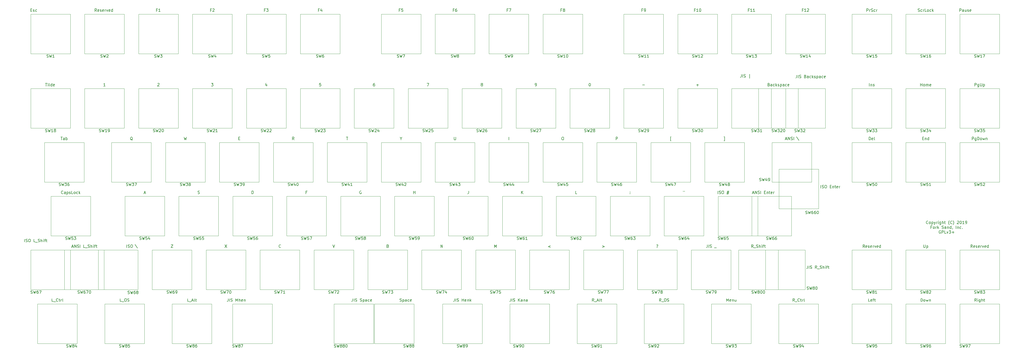
<source format=gbr>
G04 #@! TF.GenerationSoftware,KiCad,Pcbnew,5.1.5-52549c5~84~ubuntu16.04.1*
G04 #@! TF.CreationDate,2019-12-22T20:02:01+06:00*
G04 #@! TF.ProjectId,wasd-keyboard,77617364-2d6b-4657-9962-6f6172642e6b,rev?*
G04 #@! TF.SameCoordinates,Original*
G04 #@! TF.FileFunction,Legend,Top*
G04 #@! TF.FilePolarity,Positive*
%FSLAX46Y46*%
G04 Gerber Fmt 4.6, Leading zero omitted, Abs format (unit mm)*
G04 Created by KiCad (PCBNEW 5.1.5-52549c5~84~ubuntu16.04.1) date 2019-12-22 20:02:01*
%MOMM*%
%LPD*%
G04 APERTURE LIST*
%ADD10C,0.200000*%
%ADD11C,0.120000*%
%ADD12C,0.150000*%
G04 APERTURE END LIST*
D10*
X369252380Y-178857142D02*
X369204761Y-178904761D01*
X369061904Y-178952380D01*
X368966666Y-178952380D01*
X368823809Y-178904761D01*
X368728571Y-178809523D01*
X368680952Y-178714285D01*
X368633333Y-178523809D01*
X368633333Y-178380952D01*
X368680952Y-178190476D01*
X368728571Y-178095238D01*
X368823809Y-178000000D01*
X368966666Y-177952380D01*
X369061904Y-177952380D01*
X369204761Y-178000000D01*
X369252380Y-178047619D01*
X369823809Y-178952380D02*
X369728571Y-178904761D01*
X369680952Y-178857142D01*
X369633333Y-178761904D01*
X369633333Y-178476190D01*
X369680952Y-178380952D01*
X369728571Y-178333333D01*
X369823809Y-178285714D01*
X369966666Y-178285714D01*
X370061904Y-178333333D01*
X370109523Y-178380952D01*
X370157142Y-178476190D01*
X370157142Y-178761904D01*
X370109523Y-178857142D01*
X370061904Y-178904761D01*
X369966666Y-178952380D01*
X369823809Y-178952380D01*
X370585714Y-178285714D02*
X370585714Y-179285714D01*
X370585714Y-178333333D02*
X370680952Y-178285714D01*
X370871428Y-178285714D01*
X370966666Y-178333333D01*
X371014285Y-178380952D01*
X371061904Y-178476190D01*
X371061904Y-178761904D01*
X371014285Y-178857142D01*
X370966666Y-178904761D01*
X370871428Y-178952380D01*
X370680952Y-178952380D01*
X370585714Y-178904761D01*
X371395238Y-178285714D02*
X371633333Y-178952380D01*
X371871428Y-178285714D02*
X371633333Y-178952380D01*
X371538095Y-179190476D01*
X371490476Y-179238095D01*
X371395238Y-179285714D01*
X372252380Y-178952380D02*
X372252380Y-178285714D01*
X372252380Y-178476190D02*
X372300000Y-178380952D01*
X372347619Y-178333333D01*
X372442857Y-178285714D01*
X372538095Y-178285714D01*
X372871428Y-178952380D02*
X372871428Y-178285714D01*
X372871428Y-177952380D02*
X372823809Y-178000000D01*
X372871428Y-178047619D01*
X372919047Y-178000000D01*
X372871428Y-177952380D01*
X372871428Y-178047619D01*
X373776190Y-178285714D02*
X373776190Y-179095238D01*
X373728571Y-179190476D01*
X373680952Y-179238095D01*
X373585714Y-179285714D01*
X373442857Y-179285714D01*
X373347619Y-179238095D01*
X373776190Y-178904761D02*
X373680952Y-178952380D01*
X373490476Y-178952380D01*
X373395238Y-178904761D01*
X373347619Y-178857142D01*
X373300000Y-178761904D01*
X373300000Y-178476190D01*
X373347619Y-178380952D01*
X373395238Y-178333333D01*
X373490476Y-178285714D01*
X373680952Y-178285714D01*
X373776190Y-178333333D01*
X374252380Y-178952380D02*
X374252380Y-177952380D01*
X374680952Y-178952380D02*
X374680952Y-178428571D01*
X374633333Y-178333333D01*
X374538095Y-178285714D01*
X374395238Y-178285714D01*
X374300000Y-178333333D01*
X374252380Y-178380952D01*
X375014285Y-178285714D02*
X375395238Y-178285714D01*
X375157142Y-177952380D02*
X375157142Y-178809523D01*
X375204761Y-178904761D01*
X375300000Y-178952380D01*
X375395238Y-178952380D01*
X376776190Y-179333333D02*
X376728571Y-179285714D01*
X376633333Y-179142857D01*
X376585714Y-179047619D01*
X376538095Y-178904761D01*
X376490476Y-178666666D01*
X376490476Y-178476190D01*
X376538095Y-178238095D01*
X376585714Y-178095238D01*
X376633333Y-178000000D01*
X376728571Y-177857142D01*
X376776190Y-177809523D01*
X377728571Y-178857142D02*
X377680952Y-178904761D01*
X377538095Y-178952380D01*
X377442857Y-178952380D01*
X377300000Y-178904761D01*
X377204761Y-178809523D01*
X377157142Y-178714285D01*
X377109523Y-178523809D01*
X377109523Y-178380952D01*
X377157142Y-178190476D01*
X377204761Y-178095238D01*
X377300000Y-178000000D01*
X377442857Y-177952380D01*
X377538095Y-177952380D01*
X377680952Y-178000000D01*
X377728571Y-178047619D01*
X378061904Y-179333333D02*
X378109523Y-179285714D01*
X378204761Y-179142857D01*
X378252380Y-179047619D01*
X378300000Y-178904761D01*
X378347619Y-178666666D01*
X378347619Y-178476190D01*
X378300000Y-178238095D01*
X378252380Y-178095238D01*
X378204761Y-178000000D01*
X378109523Y-177857142D01*
X378061904Y-177809523D01*
X379538095Y-178047619D02*
X379585714Y-178000000D01*
X379680952Y-177952380D01*
X379919047Y-177952380D01*
X380014285Y-178000000D01*
X380061904Y-178047619D01*
X380109523Y-178142857D01*
X380109523Y-178238095D01*
X380061904Y-178380952D01*
X379490476Y-178952380D01*
X380109523Y-178952380D01*
X380728571Y-177952380D02*
X380823809Y-177952380D01*
X380919047Y-178000000D01*
X380966666Y-178047619D01*
X381014285Y-178142857D01*
X381061904Y-178333333D01*
X381061904Y-178571428D01*
X381014285Y-178761904D01*
X380966666Y-178857142D01*
X380919047Y-178904761D01*
X380823809Y-178952380D01*
X380728571Y-178952380D01*
X380633333Y-178904761D01*
X380585714Y-178857142D01*
X380538095Y-178761904D01*
X380490476Y-178571428D01*
X380490476Y-178333333D01*
X380538095Y-178142857D01*
X380585714Y-178047619D01*
X380633333Y-178000000D01*
X380728571Y-177952380D01*
X382014285Y-178952380D02*
X381442857Y-178952380D01*
X381728571Y-178952380D02*
X381728571Y-177952380D01*
X381633333Y-178095238D01*
X381538095Y-178190476D01*
X381442857Y-178238095D01*
X382490476Y-178952380D02*
X382680952Y-178952380D01*
X382776190Y-178904761D01*
X382823809Y-178857142D01*
X382919047Y-178714285D01*
X382966666Y-178523809D01*
X382966666Y-178142857D01*
X382919047Y-178047619D01*
X382871428Y-178000000D01*
X382776190Y-177952380D01*
X382585714Y-177952380D01*
X382490476Y-178000000D01*
X382442857Y-178047619D01*
X382395238Y-178142857D01*
X382395238Y-178380952D01*
X382442857Y-178476190D01*
X382490476Y-178523809D01*
X382585714Y-178571428D01*
X382776190Y-178571428D01*
X382871428Y-178523809D01*
X382919047Y-178476190D01*
X382966666Y-178380952D01*
X370585714Y-180128571D02*
X370252380Y-180128571D01*
X370252380Y-180652380D02*
X370252380Y-179652380D01*
X370728571Y-179652380D01*
X371252380Y-180652380D02*
X371157142Y-180604761D01*
X371109523Y-180557142D01*
X371061904Y-180461904D01*
X371061904Y-180176190D01*
X371109523Y-180080952D01*
X371157142Y-180033333D01*
X371252380Y-179985714D01*
X371395238Y-179985714D01*
X371490476Y-180033333D01*
X371538095Y-180080952D01*
X371585714Y-180176190D01*
X371585714Y-180461904D01*
X371538095Y-180557142D01*
X371490476Y-180604761D01*
X371395238Y-180652380D01*
X371252380Y-180652380D01*
X372014285Y-180652380D02*
X372014285Y-179985714D01*
X372014285Y-180176190D02*
X372061904Y-180080952D01*
X372109523Y-180033333D01*
X372204761Y-179985714D01*
X372300000Y-179985714D01*
X372633333Y-180652380D02*
X372633333Y-179652380D01*
X372728571Y-180271428D02*
X373014285Y-180652380D01*
X373014285Y-179985714D02*
X372633333Y-180366666D01*
X374157142Y-180604761D02*
X374300000Y-180652380D01*
X374538095Y-180652380D01*
X374633333Y-180604761D01*
X374680952Y-180557142D01*
X374728571Y-180461904D01*
X374728571Y-180366666D01*
X374680952Y-180271428D01*
X374633333Y-180223809D01*
X374538095Y-180176190D01*
X374347619Y-180128571D01*
X374252380Y-180080952D01*
X374204761Y-180033333D01*
X374157142Y-179938095D01*
X374157142Y-179842857D01*
X374204761Y-179747619D01*
X374252380Y-179700000D01*
X374347619Y-179652380D01*
X374585714Y-179652380D01*
X374728571Y-179700000D01*
X375585714Y-180652380D02*
X375585714Y-180128571D01*
X375538095Y-180033333D01*
X375442857Y-179985714D01*
X375252380Y-179985714D01*
X375157142Y-180033333D01*
X375585714Y-180604761D02*
X375490476Y-180652380D01*
X375252380Y-180652380D01*
X375157142Y-180604761D01*
X375109523Y-180509523D01*
X375109523Y-180414285D01*
X375157142Y-180319047D01*
X375252380Y-180271428D01*
X375490476Y-180271428D01*
X375585714Y-180223809D01*
X376061904Y-179985714D02*
X376061904Y-180652380D01*
X376061904Y-180080952D02*
X376109523Y-180033333D01*
X376204761Y-179985714D01*
X376347619Y-179985714D01*
X376442857Y-180033333D01*
X376490476Y-180128571D01*
X376490476Y-180652380D01*
X377395238Y-180652380D02*
X377395238Y-179652380D01*
X377395238Y-180604761D02*
X377300000Y-180652380D01*
X377109523Y-180652380D01*
X377014285Y-180604761D01*
X376966666Y-180557142D01*
X376919047Y-180461904D01*
X376919047Y-180176190D01*
X376966666Y-180080952D01*
X377014285Y-180033333D01*
X377109523Y-179985714D01*
X377300000Y-179985714D01*
X377395238Y-180033333D01*
X377919047Y-180604761D02*
X377919047Y-180652380D01*
X377871428Y-180747619D01*
X377823809Y-180795238D01*
X379109523Y-180652380D02*
X379109523Y-179652380D01*
X379585714Y-179985714D02*
X379585714Y-180652380D01*
X379585714Y-180080952D02*
X379633333Y-180033333D01*
X379728571Y-179985714D01*
X379871428Y-179985714D01*
X379966666Y-180033333D01*
X380014285Y-180128571D01*
X380014285Y-180652380D01*
X380919047Y-180604761D02*
X380823809Y-180652380D01*
X380633333Y-180652380D01*
X380538095Y-180604761D01*
X380490476Y-180557142D01*
X380442857Y-180461904D01*
X380442857Y-180176190D01*
X380490476Y-180080952D01*
X380538095Y-180033333D01*
X380633333Y-179985714D01*
X380823809Y-179985714D01*
X380919047Y-180033333D01*
X381347619Y-180557142D02*
X381395238Y-180604761D01*
X381347619Y-180652380D01*
X381300000Y-180604761D01*
X381347619Y-180557142D01*
X381347619Y-180652380D01*
X373680952Y-181400000D02*
X373585714Y-181352380D01*
X373442857Y-181352380D01*
X373300000Y-181400000D01*
X373204761Y-181495238D01*
X373157142Y-181590476D01*
X373109523Y-181780952D01*
X373109523Y-181923809D01*
X373157142Y-182114285D01*
X373204761Y-182209523D01*
X373300000Y-182304761D01*
X373442857Y-182352380D01*
X373538095Y-182352380D01*
X373680952Y-182304761D01*
X373728571Y-182257142D01*
X373728571Y-181923809D01*
X373538095Y-181923809D01*
X374157142Y-182352380D02*
X374157142Y-181352380D01*
X374538095Y-181352380D01*
X374633333Y-181400000D01*
X374680952Y-181447619D01*
X374728571Y-181542857D01*
X374728571Y-181685714D01*
X374680952Y-181780952D01*
X374633333Y-181828571D01*
X374538095Y-181876190D01*
X374157142Y-181876190D01*
X375633333Y-182352380D02*
X375157142Y-182352380D01*
X375157142Y-181352380D01*
X375871428Y-181685714D02*
X376109523Y-182352380D01*
X376347619Y-181685714D01*
X376633333Y-181352380D02*
X377252380Y-181352380D01*
X376919047Y-181733333D01*
X377061904Y-181733333D01*
X377157142Y-181780952D01*
X377204761Y-181828571D01*
X377252380Y-181923809D01*
X377252380Y-182161904D01*
X377204761Y-182257142D01*
X377157142Y-182304761D01*
X377061904Y-182352380D01*
X376776190Y-182352380D01*
X376680952Y-182304761D01*
X376633333Y-182257142D01*
X377680952Y-181971428D02*
X378442857Y-181971428D01*
X378061904Y-182352380D02*
X378061904Y-181590476D01*
D11*
X67025000Y-118905000D02*
X53055000Y-118905000D01*
X53055000Y-118905000D02*
X53055000Y-104935000D01*
X53055000Y-104935000D02*
X67025000Y-104935000D01*
X67025000Y-104935000D02*
X67025000Y-118905000D01*
X86025000Y-118905000D02*
X72055000Y-118905000D01*
X72055000Y-118905000D02*
X72055000Y-104935000D01*
X72055000Y-104935000D02*
X86025000Y-104935000D01*
X86025000Y-104935000D02*
X86025000Y-118905000D01*
X105025000Y-118905000D02*
X91055000Y-118905000D01*
X91055000Y-118905000D02*
X91055000Y-104935000D01*
X91055000Y-104935000D02*
X105025000Y-104935000D01*
X105025000Y-104935000D02*
X105025000Y-118905000D01*
X124025000Y-118905000D02*
X110055000Y-118905000D01*
X110055000Y-118905000D02*
X110055000Y-104935000D01*
X110055000Y-104935000D02*
X124025000Y-104935000D01*
X124025000Y-104935000D02*
X124025000Y-118905000D01*
X143025000Y-118905000D02*
X129055000Y-118905000D01*
X129055000Y-118905000D02*
X129055000Y-104935000D01*
X129055000Y-104935000D02*
X143025000Y-104935000D01*
X143025000Y-104935000D02*
X143025000Y-118905000D01*
X162025000Y-104935000D02*
X162025000Y-118905000D01*
X148055000Y-104935000D02*
X162025000Y-104935000D01*
X148055000Y-118905000D02*
X148055000Y-104935000D01*
X162025000Y-118905000D02*
X148055000Y-118905000D01*
X190525000Y-104935000D02*
X190525000Y-118905000D01*
X176555000Y-104935000D02*
X190525000Y-104935000D01*
X176555000Y-118905000D02*
X176555000Y-104935000D01*
X190525000Y-118905000D02*
X176555000Y-118905000D01*
X209525000Y-118905000D02*
X195555000Y-118905000D01*
X195555000Y-118905000D02*
X195555000Y-104935000D01*
X195555000Y-104935000D02*
X209525000Y-104935000D01*
X209525000Y-104935000D02*
X209525000Y-118905000D01*
X228525000Y-104935000D02*
X228525000Y-118905000D01*
X214555000Y-104935000D02*
X228525000Y-104935000D01*
X214555000Y-118905000D02*
X214555000Y-104935000D01*
X228525000Y-118905000D02*
X214555000Y-118905000D01*
X247525000Y-118905000D02*
X233555000Y-118905000D01*
X233555000Y-118905000D02*
X233555000Y-104935000D01*
X233555000Y-104935000D02*
X247525000Y-104935000D01*
X247525000Y-104935000D02*
X247525000Y-118905000D01*
X276025000Y-118905000D02*
X262055000Y-118905000D01*
X262055000Y-118905000D02*
X262055000Y-104935000D01*
X262055000Y-104935000D02*
X276025000Y-104935000D01*
X276025000Y-104935000D02*
X276025000Y-118905000D01*
X295025000Y-104935000D02*
X295025000Y-118905000D01*
X281055000Y-104935000D02*
X295025000Y-104935000D01*
X281055000Y-118905000D02*
X281055000Y-104935000D01*
X295025000Y-118905000D02*
X281055000Y-118905000D01*
X314025000Y-118905000D02*
X300055000Y-118905000D01*
X300055000Y-118905000D02*
X300055000Y-104935000D01*
X300055000Y-104935000D02*
X314025000Y-104935000D01*
X314025000Y-104935000D02*
X314025000Y-118905000D01*
X333025000Y-104935000D02*
X333025000Y-118905000D01*
X319055000Y-104935000D02*
X333025000Y-104935000D01*
X319055000Y-118905000D02*
X319055000Y-104935000D01*
X333025000Y-118905000D02*
X319055000Y-118905000D01*
X356425000Y-104935000D02*
X356425000Y-118905000D01*
X342455000Y-104935000D02*
X356425000Y-104935000D01*
X342455000Y-118905000D02*
X342455000Y-104935000D01*
X356425000Y-118905000D02*
X342455000Y-118905000D01*
X375425000Y-118905000D02*
X361455000Y-118905000D01*
X361455000Y-118905000D02*
X361455000Y-104935000D01*
X361455000Y-104935000D02*
X375425000Y-104935000D01*
X375425000Y-104935000D02*
X375425000Y-118905000D01*
X394425000Y-104935000D02*
X394425000Y-118905000D01*
X380455000Y-104935000D02*
X394425000Y-104935000D01*
X380455000Y-118905000D02*
X380455000Y-104935000D01*
X394425000Y-118905000D02*
X380455000Y-118905000D01*
X67025000Y-131235000D02*
X67025000Y-145205000D01*
X53055000Y-131235000D02*
X67025000Y-131235000D01*
X53055000Y-145205000D02*
X53055000Y-131235000D01*
X67025000Y-145205000D02*
X53055000Y-145205000D01*
X86025000Y-145205000D02*
X72055000Y-145205000D01*
X72055000Y-145205000D02*
X72055000Y-131235000D01*
X72055000Y-131235000D02*
X86025000Y-131235000D01*
X86025000Y-131235000D02*
X86025000Y-145205000D01*
X105025000Y-131235000D02*
X105025000Y-145205000D01*
X91055000Y-131235000D02*
X105025000Y-131235000D01*
X91055000Y-145205000D02*
X91055000Y-131235000D01*
X105025000Y-145205000D02*
X91055000Y-145205000D01*
X124025000Y-145205000D02*
X110055000Y-145205000D01*
X110055000Y-145205000D02*
X110055000Y-131235000D01*
X110055000Y-131235000D02*
X124025000Y-131235000D01*
X124025000Y-131235000D02*
X124025000Y-145205000D01*
X143025000Y-145205000D02*
X129055000Y-145205000D01*
X129055000Y-145205000D02*
X129055000Y-131235000D01*
X129055000Y-131235000D02*
X143025000Y-131235000D01*
X143025000Y-131235000D02*
X143025000Y-145205000D01*
X162025000Y-145205000D02*
X148055000Y-145205000D01*
X148055000Y-145205000D02*
X148055000Y-131235000D01*
X148055000Y-131235000D02*
X162025000Y-131235000D01*
X162025000Y-131235000D02*
X162025000Y-145205000D01*
X181025000Y-145205000D02*
X167055000Y-145205000D01*
X167055000Y-145205000D02*
X167055000Y-131235000D01*
X167055000Y-131235000D02*
X181025000Y-131235000D01*
X181025000Y-131235000D02*
X181025000Y-145205000D01*
X200025000Y-131235000D02*
X200025000Y-145205000D01*
X186055000Y-131235000D02*
X200025000Y-131235000D01*
X186055000Y-145205000D02*
X186055000Y-131235000D01*
X200025000Y-145205000D02*
X186055000Y-145205000D01*
X219025000Y-145205000D02*
X205055000Y-145205000D01*
X205055000Y-145205000D02*
X205055000Y-131235000D01*
X205055000Y-131235000D02*
X219025000Y-131235000D01*
X219025000Y-131235000D02*
X219025000Y-145205000D01*
X238025000Y-145205000D02*
X224055000Y-145205000D01*
X224055000Y-145205000D02*
X224055000Y-131235000D01*
X224055000Y-131235000D02*
X238025000Y-131235000D01*
X238025000Y-131235000D02*
X238025000Y-145205000D01*
X257025000Y-145205000D02*
X243055000Y-145205000D01*
X243055000Y-145205000D02*
X243055000Y-131235000D01*
X243055000Y-131235000D02*
X257025000Y-131235000D01*
X257025000Y-131235000D02*
X257025000Y-145205000D01*
X276025000Y-145205000D02*
X262055000Y-145205000D01*
X262055000Y-145205000D02*
X262055000Y-131235000D01*
X262055000Y-131235000D02*
X276025000Y-131235000D01*
X276025000Y-131235000D02*
X276025000Y-145205000D01*
X295025000Y-145205000D02*
X281055000Y-145205000D01*
X281055000Y-145205000D02*
X281055000Y-131235000D01*
X281055000Y-131235000D02*
X295025000Y-131235000D01*
X295025000Y-131235000D02*
X295025000Y-145205000D01*
X314025000Y-145205000D02*
X300055000Y-145205000D01*
X300055000Y-145205000D02*
X300055000Y-131235000D01*
X300055000Y-131235000D02*
X314025000Y-131235000D01*
X314025000Y-131235000D02*
X314025000Y-145205000D01*
X333025000Y-145205000D02*
X319055000Y-145205000D01*
X319055000Y-145205000D02*
X319055000Y-131235000D01*
X319055000Y-131235000D02*
X333025000Y-131235000D01*
X333025000Y-131235000D02*
X333025000Y-145205000D01*
X356425000Y-145205000D02*
X342455000Y-145205000D01*
X342455000Y-145205000D02*
X342455000Y-131235000D01*
X342455000Y-131235000D02*
X356425000Y-131235000D01*
X356425000Y-131235000D02*
X356425000Y-145205000D01*
X375425000Y-145205000D02*
X361455000Y-145205000D01*
X361455000Y-145205000D02*
X361455000Y-131235000D01*
X361455000Y-131235000D02*
X375425000Y-131235000D01*
X375425000Y-131235000D02*
X375425000Y-145205000D01*
X394425000Y-131235000D02*
X394425000Y-145205000D01*
X380455000Y-131235000D02*
X394425000Y-131235000D01*
X380455000Y-145205000D02*
X380455000Y-131235000D01*
X394425000Y-145205000D02*
X380455000Y-145205000D01*
X95525000Y-150235000D02*
X95525000Y-164205000D01*
X81555000Y-150235000D02*
X95525000Y-150235000D01*
X81555000Y-164205000D02*
X81555000Y-150235000D01*
X95525000Y-164205000D02*
X81555000Y-164205000D01*
X114525000Y-150235000D02*
X114525000Y-164205000D01*
X100555000Y-150235000D02*
X114525000Y-150235000D01*
X100555000Y-164205000D02*
X100555000Y-150235000D01*
X114525000Y-164205000D02*
X100555000Y-164205000D01*
X133525000Y-150235000D02*
X133525000Y-164205000D01*
X119555000Y-150235000D02*
X133525000Y-150235000D01*
X119555000Y-164205000D02*
X119555000Y-150235000D01*
X133525000Y-164205000D02*
X119555000Y-164205000D01*
X152525000Y-150235000D02*
X152525000Y-164205000D01*
X138555000Y-150235000D02*
X152525000Y-150235000D01*
X138555000Y-164205000D02*
X138555000Y-150235000D01*
X152525000Y-164205000D02*
X138555000Y-164205000D01*
X171525000Y-150235000D02*
X171525000Y-164205000D01*
X157555000Y-150235000D02*
X171525000Y-150235000D01*
X157555000Y-164205000D02*
X157555000Y-150235000D01*
X171525000Y-164205000D02*
X157555000Y-164205000D01*
X190525000Y-164205000D02*
X176555000Y-164205000D01*
X176555000Y-164205000D02*
X176555000Y-150235000D01*
X176555000Y-150235000D02*
X190525000Y-150235000D01*
X190525000Y-150235000D02*
X190525000Y-164205000D01*
X209525000Y-150235000D02*
X209525000Y-164205000D01*
X195555000Y-150235000D02*
X209525000Y-150235000D01*
X195555000Y-164205000D02*
X195555000Y-150235000D01*
X209525000Y-164205000D02*
X195555000Y-164205000D01*
X228525000Y-150235000D02*
X228525000Y-164205000D01*
X214555000Y-150235000D02*
X228525000Y-150235000D01*
X214555000Y-164205000D02*
X214555000Y-150235000D01*
X228525000Y-164205000D02*
X214555000Y-164205000D01*
X247525000Y-150235000D02*
X247525000Y-164205000D01*
X233555000Y-150235000D02*
X247525000Y-150235000D01*
X233555000Y-164205000D02*
X233555000Y-150235000D01*
X247525000Y-164205000D02*
X233555000Y-164205000D01*
X266525000Y-150235000D02*
X266525000Y-164205000D01*
X252555000Y-150235000D02*
X266525000Y-150235000D01*
X252555000Y-164205000D02*
X252555000Y-150235000D01*
X266525000Y-164205000D02*
X252555000Y-164205000D01*
X285525000Y-150235000D02*
X285525000Y-164205000D01*
X271555000Y-150235000D02*
X285525000Y-150235000D01*
X271555000Y-164205000D02*
X271555000Y-150235000D01*
X285525000Y-164205000D02*
X271555000Y-164205000D01*
X304525000Y-150235000D02*
X304525000Y-164205000D01*
X290555000Y-150235000D02*
X304525000Y-150235000D01*
X290555000Y-164205000D02*
X290555000Y-150235000D01*
X304525000Y-164205000D02*
X290555000Y-164205000D01*
X356425000Y-164205000D02*
X342455000Y-164205000D01*
X342455000Y-164205000D02*
X342455000Y-150235000D01*
X342455000Y-150235000D02*
X356425000Y-150235000D01*
X356425000Y-150235000D02*
X356425000Y-164205000D01*
X375425000Y-164205000D02*
X361455000Y-164205000D01*
X361455000Y-164205000D02*
X361455000Y-150235000D01*
X361455000Y-150235000D02*
X375425000Y-150235000D01*
X375425000Y-150235000D02*
X375425000Y-164205000D01*
X394425000Y-164205000D02*
X380455000Y-164205000D01*
X380455000Y-164205000D02*
X380455000Y-150235000D01*
X380455000Y-150235000D02*
X394425000Y-150235000D01*
X394425000Y-150235000D02*
X394425000Y-164205000D01*
X100225000Y-183205000D02*
X86255000Y-183205000D01*
X86255000Y-183205000D02*
X86255000Y-169235000D01*
X86255000Y-169235000D02*
X100225000Y-169235000D01*
X100225000Y-169235000D02*
X100225000Y-183205000D01*
X119225000Y-183205000D02*
X105255000Y-183205000D01*
X105255000Y-183205000D02*
X105255000Y-169235000D01*
X105255000Y-169235000D02*
X119225000Y-169235000D01*
X119225000Y-169235000D02*
X119225000Y-183205000D01*
X138225000Y-183205000D02*
X124255000Y-183205000D01*
X124255000Y-183205000D02*
X124255000Y-169235000D01*
X124255000Y-169235000D02*
X138225000Y-169235000D01*
X138225000Y-169235000D02*
X138225000Y-183205000D01*
X157225000Y-183205000D02*
X143255000Y-183205000D01*
X143255000Y-183205000D02*
X143255000Y-169235000D01*
X143255000Y-169235000D02*
X157225000Y-169235000D01*
X157225000Y-169235000D02*
X157225000Y-183205000D01*
X176225000Y-183205000D02*
X162255000Y-183205000D01*
X162255000Y-183205000D02*
X162255000Y-169235000D01*
X162255000Y-169235000D02*
X176225000Y-169235000D01*
X176225000Y-169235000D02*
X176225000Y-183205000D01*
X195225000Y-183205000D02*
X181255000Y-183205000D01*
X181255000Y-183205000D02*
X181255000Y-169235000D01*
X181255000Y-169235000D02*
X195225000Y-169235000D01*
X195225000Y-169235000D02*
X195225000Y-183205000D01*
X214225000Y-183205000D02*
X200255000Y-183205000D01*
X200255000Y-183205000D02*
X200255000Y-169235000D01*
X200255000Y-169235000D02*
X214225000Y-169235000D01*
X214225000Y-169235000D02*
X214225000Y-183205000D01*
X233225000Y-183205000D02*
X219255000Y-183205000D01*
X219255000Y-183205000D02*
X219255000Y-169235000D01*
X219255000Y-169235000D02*
X233225000Y-169235000D01*
X233225000Y-169235000D02*
X233225000Y-183205000D01*
X252225000Y-183205000D02*
X238255000Y-183205000D01*
X238255000Y-183205000D02*
X238255000Y-169235000D01*
X238255000Y-169235000D02*
X252225000Y-169235000D01*
X252225000Y-169235000D02*
X252225000Y-183205000D01*
X271225000Y-169235000D02*
X271225000Y-183205000D01*
X257255000Y-169235000D02*
X271225000Y-169235000D01*
X257255000Y-183205000D02*
X257255000Y-169235000D01*
X271225000Y-183205000D02*
X257255000Y-183205000D01*
X290225000Y-169235000D02*
X290225000Y-183205000D01*
X276255000Y-169235000D02*
X290225000Y-169235000D01*
X276255000Y-183205000D02*
X276255000Y-169235000D01*
X290225000Y-183205000D02*
X276255000Y-183205000D01*
X309225000Y-169235000D02*
X309225000Y-183205000D01*
X295255000Y-169235000D02*
X309225000Y-169235000D01*
X295255000Y-183205000D02*
X295255000Y-169235000D01*
X309225000Y-183205000D02*
X295255000Y-183205000D01*
X67025000Y-188235000D02*
X67025000Y-202205000D01*
X53055000Y-188235000D02*
X67025000Y-188235000D01*
X53055000Y-202205000D02*
X53055000Y-188235000D01*
X67025000Y-202205000D02*
X53055000Y-202205000D01*
X90825000Y-188235000D02*
X90825000Y-202205000D01*
X76855000Y-188235000D02*
X90825000Y-188235000D01*
X76855000Y-202205000D02*
X76855000Y-188235000D01*
X90825000Y-202205000D02*
X76855000Y-202205000D01*
X109825000Y-188235000D02*
X109825000Y-202205000D01*
X95855000Y-188235000D02*
X109825000Y-188235000D01*
X95855000Y-202205000D02*
X95855000Y-188235000D01*
X109825000Y-202205000D02*
X95855000Y-202205000D01*
X128825000Y-188235000D02*
X128825000Y-202205000D01*
X114855000Y-188235000D02*
X128825000Y-188235000D01*
X114855000Y-202205000D02*
X114855000Y-188235000D01*
X128825000Y-202205000D02*
X114855000Y-202205000D01*
X147825000Y-188235000D02*
X147825000Y-202205000D01*
X133855000Y-188235000D02*
X147825000Y-188235000D01*
X133855000Y-202205000D02*
X133855000Y-188235000D01*
X147825000Y-202205000D02*
X133855000Y-202205000D01*
X166825000Y-188235000D02*
X166825000Y-202205000D01*
X152855000Y-188235000D02*
X166825000Y-188235000D01*
X152855000Y-202205000D02*
X152855000Y-188235000D01*
X166825000Y-202205000D02*
X152855000Y-202205000D01*
X185825000Y-188235000D02*
X185825000Y-202205000D01*
X171855000Y-188235000D02*
X185825000Y-188235000D01*
X171855000Y-202205000D02*
X171855000Y-188235000D01*
X185825000Y-202205000D02*
X171855000Y-202205000D01*
X204825000Y-188235000D02*
X204825000Y-202205000D01*
X190855000Y-188235000D02*
X204825000Y-188235000D01*
X190855000Y-202205000D02*
X190855000Y-188235000D01*
X204825000Y-202205000D02*
X190855000Y-202205000D01*
X223825000Y-188235000D02*
X223825000Y-202205000D01*
X209855000Y-188235000D02*
X223825000Y-188235000D01*
X209855000Y-202205000D02*
X209855000Y-188235000D01*
X223825000Y-202205000D02*
X209855000Y-202205000D01*
X242825000Y-188235000D02*
X242825000Y-202205000D01*
X228855000Y-188235000D02*
X242825000Y-188235000D01*
X228855000Y-202205000D02*
X228855000Y-188235000D01*
X242825000Y-202205000D02*
X228855000Y-202205000D01*
X261825000Y-188235000D02*
X261825000Y-202205000D01*
X247855000Y-188235000D02*
X261825000Y-188235000D01*
X247855000Y-202205000D02*
X247855000Y-188235000D01*
X261825000Y-202205000D02*
X247855000Y-202205000D01*
X280825000Y-188235000D02*
X280825000Y-202205000D01*
X266855000Y-188235000D02*
X280825000Y-188235000D01*
X266855000Y-202205000D02*
X266855000Y-188235000D01*
X280825000Y-202205000D02*
X266855000Y-202205000D01*
X299825000Y-202205000D02*
X285855000Y-202205000D01*
X285855000Y-202205000D02*
X285855000Y-188235000D01*
X285855000Y-188235000D02*
X299825000Y-188235000D01*
X299825000Y-188235000D02*
X299825000Y-202205000D01*
X356425000Y-188235000D02*
X356425000Y-202205000D01*
X342455000Y-188235000D02*
X356425000Y-188235000D01*
X342455000Y-202205000D02*
X342455000Y-188235000D01*
X356425000Y-202205000D02*
X342455000Y-202205000D01*
X375425000Y-188235000D02*
X375425000Y-202205000D01*
X361455000Y-188235000D02*
X375425000Y-188235000D01*
X361455000Y-202205000D02*
X361455000Y-188235000D01*
X375425000Y-202205000D02*
X361455000Y-202205000D01*
X394425000Y-202205000D02*
X380455000Y-202205000D01*
X380455000Y-202205000D02*
X380455000Y-188235000D01*
X380455000Y-188235000D02*
X394425000Y-188235000D01*
X394425000Y-188235000D02*
X394425000Y-202205000D01*
X138125000Y-221205000D02*
X124155000Y-221205000D01*
X124155000Y-221205000D02*
X124155000Y-207235000D01*
X124155000Y-207235000D02*
X138125000Y-207235000D01*
X138125000Y-207235000D02*
X138125000Y-221205000D01*
X323525000Y-145205000D02*
X309555000Y-145205000D01*
X309555000Y-145205000D02*
X309555000Y-131235000D01*
X309555000Y-131235000D02*
X323525000Y-131235000D01*
X323525000Y-131235000D02*
X323525000Y-145205000D01*
X71825000Y-164205000D02*
X57855000Y-164205000D01*
X57855000Y-164205000D02*
X57855000Y-150235000D01*
X57855000Y-150235000D02*
X71825000Y-150235000D01*
X71825000Y-150235000D02*
X71825000Y-164205000D01*
X74125000Y-183205000D02*
X60155000Y-183205000D01*
X60155000Y-183205000D02*
X60155000Y-169235000D01*
X60155000Y-169235000D02*
X74125000Y-169235000D01*
X74125000Y-169235000D02*
X74125000Y-183205000D01*
X328225000Y-164205000D02*
X314255000Y-164205000D01*
X314255000Y-164205000D02*
X314255000Y-150235000D01*
X314255000Y-150235000D02*
X328225000Y-150235000D01*
X328225000Y-150235000D02*
X328225000Y-164205000D01*
X78925000Y-202205000D02*
X64955000Y-202205000D01*
X64955000Y-202205000D02*
X64955000Y-188235000D01*
X64955000Y-188235000D02*
X78925000Y-188235000D01*
X78925000Y-188235000D02*
X78925000Y-202205000D01*
X316425000Y-202205000D02*
X302455000Y-202205000D01*
X302455000Y-202205000D02*
X302455000Y-188235000D01*
X302455000Y-188235000D02*
X316425000Y-188235000D01*
X316425000Y-188235000D02*
X316425000Y-202205000D01*
X325925000Y-202205000D02*
X311955000Y-202205000D01*
X311955000Y-202205000D02*
X311955000Y-188235000D01*
X311955000Y-188235000D02*
X325925000Y-188235000D01*
X325925000Y-188235000D02*
X325925000Y-202205000D01*
X375425000Y-221205000D02*
X361455000Y-221205000D01*
X361455000Y-221205000D02*
X361455000Y-207235000D01*
X361455000Y-207235000D02*
X375425000Y-207235000D01*
X375425000Y-207235000D02*
X375425000Y-221205000D01*
X394425000Y-221205000D02*
X380455000Y-221205000D01*
X380455000Y-221205000D02*
X380455000Y-207235000D01*
X380455000Y-207235000D02*
X394425000Y-207235000D01*
X394425000Y-207235000D02*
X394425000Y-221205000D01*
X69425000Y-207235000D02*
X69425000Y-221205000D01*
X55455000Y-207235000D02*
X69425000Y-207235000D01*
X55455000Y-221205000D02*
X55455000Y-207235000D01*
X69425000Y-221205000D02*
X55455000Y-221205000D01*
X93125000Y-221205000D02*
X79155000Y-221205000D01*
X79155000Y-221205000D02*
X79155000Y-207235000D01*
X79155000Y-207235000D02*
X93125000Y-207235000D01*
X93125000Y-207235000D02*
X93125000Y-221205000D01*
X116825000Y-221205000D02*
X102855000Y-221205000D01*
X102855000Y-221205000D02*
X102855000Y-207235000D01*
X102855000Y-207235000D02*
X116825000Y-207235000D01*
X116825000Y-207235000D02*
X116825000Y-221205000D01*
X188125000Y-221205000D02*
X174155000Y-221205000D01*
X174155000Y-221205000D02*
X174155000Y-207235000D01*
X174155000Y-207235000D02*
X188125000Y-207235000D01*
X188125000Y-207235000D02*
X188125000Y-221205000D01*
X259525000Y-221205000D02*
X245555000Y-221205000D01*
X245555000Y-221205000D02*
X245555000Y-207235000D01*
X245555000Y-207235000D02*
X259525000Y-207235000D01*
X259525000Y-207235000D02*
X259525000Y-221205000D01*
X283225000Y-207235000D02*
X283225000Y-221205000D01*
X269255000Y-207235000D02*
X283225000Y-207235000D01*
X269255000Y-221205000D02*
X269255000Y-207235000D01*
X283225000Y-221205000D02*
X269255000Y-221205000D01*
X306925000Y-221205000D02*
X292955000Y-221205000D01*
X292955000Y-221205000D02*
X292955000Y-207235000D01*
X292955000Y-207235000D02*
X306925000Y-207235000D01*
X306925000Y-207235000D02*
X306925000Y-221205000D01*
X330625000Y-207235000D02*
X330625000Y-221205000D01*
X316655000Y-207235000D02*
X330625000Y-207235000D01*
X316655000Y-221205000D02*
X316655000Y-207235000D01*
X330625000Y-221205000D02*
X316655000Y-221205000D01*
X356425000Y-221205000D02*
X342455000Y-221205000D01*
X342455000Y-221205000D02*
X342455000Y-207235000D01*
X342455000Y-207235000D02*
X356425000Y-207235000D01*
X356425000Y-207235000D02*
X356425000Y-221205000D01*
X212125000Y-221205000D02*
X198155000Y-221205000D01*
X198155000Y-221205000D02*
X198155000Y-207235000D01*
X198155000Y-207235000D02*
X212125000Y-207235000D01*
X212125000Y-207235000D02*
X212125000Y-221205000D01*
X235825000Y-207235000D02*
X235825000Y-221205000D01*
X221855000Y-207235000D02*
X235825000Y-207235000D01*
X221855000Y-221205000D02*
X221855000Y-207235000D01*
X235825000Y-221205000D02*
X221855000Y-221205000D01*
X173925000Y-221205000D02*
X159955000Y-221205000D01*
X159955000Y-221205000D02*
X159955000Y-207235000D01*
X159955000Y-207235000D02*
X173925000Y-207235000D01*
X173925000Y-207235000D02*
X173925000Y-221205000D01*
X321125000Y-183205000D02*
X307155000Y-183205000D01*
X307155000Y-183205000D02*
X307155000Y-169235000D01*
X307155000Y-169235000D02*
X321125000Y-169235000D01*
X321125000Y-169235000D02*
X321125000Y-183205000D01*
X330705000Y-159675000D02*
X330705000Y-173645000D01*
X330705000Y-173645000D02*
X316735000Y-173645000D01*
X316735000Y-173645000D02*
X316735000Y-159675000D01*
X316735000Y-159675000D02*
X330705000Y-159675000D01*
D12*
X58706666Y-120198761D02*
X58849523Y-120246380D01*
X59087619Y-120246380D01*
X59182857Y-120198761D01*
X59230476Y-120151142D01*
X59278095Y-120055904D01*
X59278095Y-119960666D01*
X59230476Y-119865428D01*
X59182857Y-119817809D01*
X59087619Y-119770190D01*
X58897142Y-119722571D01*
X58801904Y-119674952D01*
X58754285Y-119627333D01*
X58706666Y-119532095D01*
X58706666Y-119436857D01*
X58754285Y-119341619D01*
X58801904Y-119294000D01*
X58897142Y-119246380D01*
X59135238Y-119246380D01*
X59278095Y-119294000D01*
X59611428Y-119246380D02*
X59849523Y-120246380D01*
X60040000Y-119532095D01*
X60230476Y-120246380D01*
X60468571Y-119246380D01*
X61373333Y-120246380D02*
X60801904Y-120246380D01*
X61087619Y-120246380D02*
X61087619Y-119246380D01*
X60992380Y-119389238D01*
X60897142Y-119484476D01*
X60801904Y-119532095D01*
X53052380Y-103528571D02*
X53385714Y-103528571D01*
X53528571Y-104052380D02*
X53052380Y-104052380D01*
X53052380Y-103052380D01*
X53528571Y-103052380D01*
X53909523Y-104004761D02*
X54004761Y-104052380D01*
X54195238Y-104052380D01*
X54290476Y-104004761D01*
X54338095Y-103909523D01*
X54338095Y-103861904D01*
X54290476Y-103766666D01*
X54195238Y-103719047D01*
X54052380Y-103719047D01*
X53957142Y-103671428D01*
X53909523Y-103576190D01*
X53909523Y-103528571D01*
X53957142Y-103433333D01*
X54052380Y-103385714D01*
X54195238Y-103385714D01*
X54290476Y-103433333D01*
X55195238Y-104004761D02*
X55100000Y-104052380D01*
X54909523Y-104052380D01*
X54814285Y-104004761D01*
X54766666Y-103957142D01*
X54719047Y-103861904D01*
X54719047Y-103576190D01*
X54766666Y-103480952D01*
X54814285Y-103433333D01*
X54909523Y-103385714D01*
X55100000Y-103385714D01*
X55195238Y-103433333D01*
X77706666Y-120198761D02*
X77849523Y-120246380D01*
X78087619Y-120246380D01*
X78182857Y-120198761D01*
X78230476Y-120151142D01*
X78278095Y-120055904D01*
X78278095Y-119960666D01*
X78230476Y-119865428D01*
X78182857Y-119817809D01*
X78087619Y-119770190D01*
X77897142Y-119722571D01*
X77801904Y-119674952D01*
X77754285Y-119627333D01*
X77706666Y-119532095D01*
X77706666Y-119436857D01*
X77754285Y-119341619D01*
X77801904Y-119294000D01*
X77897142Y-119246380D01*
X78135238Y-119246380D01*
X78278095Y-119294000D01*
X78611428Y-119246380D02*
X78849523Y-120246380D01*
X79040000Y-119532095D01*
X79230476Y-120246380D01*
X79468571Y-119246380D01*
X79801904Y-119341619D02*
X79849523Y-119294000D01*
X79944761Y-119246380D01*
X80182857Y-119246380D01*
X80278095Y-119294000D01*
X80325714Y-119341619D01*
X80373333Y-119436857D01*
X80373333Y-119532095D01*
X80325714Y-119674952D01*
X79754285Y-120246380D01*
X80373333Y-120246380D01*
X76276190Y-104052380D02*
X75942857Y-103576190D01*
X75704761Y-104052380D02*
X75704761Y-103052380D01*
X76085714Y-103052380D01*
X76180952Y-103100000D01*
X76228571Y-103147619D01*
X76276190Y-103242857D01*
X76276190Y-103385714D01*
X76228571Y-103480952D01*
X76180952Y-103528571D01*
X76085714Y-103576190D01*
X75704761Y-103576190D01*
X77085714Y-104004761D02*
X76990476Y-104052380D01*
X76800000Y-104052380D01*
X76704761Y-104004761D01*
X76657142Y-103909523D01*
X76657142Y-103528571D01*
X76704761Y-103433333D01*
X76800000Y-103385714D01*
X76990476Y-103385714D01*
X77085714Y-103433333D01*
X77133333Y-103528571D01*
X77133333Y-103623809D01*
X76657142Y-103719047D01*
X77514285Y-104004761D02*
X77609523Y-104052380D01*
X77800000Y-104052380D01*
X77895238Y-104004761D01*
X77942857Y-103909523D01*
X77942857Y-103861904D01*
X77895238Y-103766666D01*
X77800000Y-103719047D01*
X77657142Y-103719047D01*
X77561904Y-103671428D01*
X77514285Y-103576190D01*
X77514285Y-103528571D01*
X77561904Y-103433333D01*
X77657142Y-103385714D01*
X77800000Y-103385714D01*
X77895238Y-103433333D01*
X78752380Y-104004761D02*
X78657142Y-104052380D01*
X78466666Y-104052380D01*
X78371428Y-104004761D01*
X78323809Y-103909523D01*
X78323809Y-103528571D01*
X78371428Y-103433333D01*
X78466666Y-103385714D01*
X78657142Y-103385714D01*
X78752380Y-103433333D01*
X78800000Y-103528571D01*
X78800000Y-103623809D01*
X78323809Y-103719047D01*
X79228571Y-104052380D02*
X79228571Y-103385714D01*
X79228571Y-103576190D02*
X79276190Y-103480952D01*
X79323809Y-103433333D01*
X79419047Y-103385714D01*
X79514285Y-103385714D01*
X79752380Y-103385714D02*
X79990476Y-104052380D01*
X80228571Y-103385714D01*
X80990476Y-104004761D02*
X80895238Y-104052380D01*
X80704761Y-104052380D01*
X80609523Y-104004761D01*
X80561904Y-103909523D01*
X80561904Y-103528571D01*
X80609523Y-103433333D01*
X80704761Y-103385714D01*
X80895238Y-103385714D01*
X80990476Y-103433333D01*
X81038095Y-103528571D01*
X81038095Y-103623809D01*
X80561904Y-103719047D01*
X81895238Y-104052380D02*
X81895238Y-103052380D01*
X81895238Y-104004761D02*
X81800000Y-104052380D01*
X81609523Y-104052380D01*
X81514285Y-104004761D01*
X81466666Y-103957142D01*
X81419047Y-103861904D01*
X81419047Y-103576190D01*
X81466666Y-103480952D01*
X81514285Y-103433333D01*
X81609523Y-103385714D01*
X81800000Y-103385714D01*
X81895238Y-103433333D01*
X96706666Y-120198761D02*
X96849523Y-120246380D01*
X97087619Y-120246380D01*
X97182857Y-120198761D01*
X97230476Y-120151142D01*
X97278095Y-120055904D01*
X97278095Y-119960666D01*
X97230476Y-119865428D01*
X97182857Y-119817809D01*
X97087619Y-119770190D01*
X96897142Y-119722571D01*
X96801904Y-119674952D01*
X96754285Y-119627333D01*
X96706666Y-119532095D01*
X96706666Y-119436857D01*
X96754285Y-119341619D01*
X96801904Y-119294000D01*
X96897142Y-119246380D01*
X97135238Y-119246380D01*
X97278095Y-119294000D01*
X97611428Y-119246380D02*
X97849523Y-120246380D01*
X98040000Y-119532095D01*
X98230476Y-120246380D01*
X98468571Y-119246380D01*
X98754285Y-119246380D02*
X99373333Y-119246380D01*
X99040000Y-119627333D01*
X99182857Y-119627333D01*
X99278095Y-119674952D01*
X99325714Y-119722571D01*
X99373333Y-119817809D01*
X99373333Y-120055904D01*
X99325714Y-120151142D01*
X99278095Y-120198761D01*
X99182857Y-120246380D01*
X98897142Y-120246380D01*
X98801904Y-120198761D01*
X98754285Y-120151142D01*
X97666666Y-103528571D02*
X97333333Y-103528571D01*
X97333333Y-104052380D02*
X97333333Y-103052380D01*
X97809523Y-103052380D01*
X98714285Y-104052380D02*
X98142857Y-104052380D01*
X98428571Y-104052380D02*
X98428571Y-103052380D01*
X98333333Y-103195238D01*
X98238095Y-103290476D01*
X98142857Y-103338095D01*
X115706666Y-120198761D02*
X115849523Y-120246380D01*
X116087619Y-120246380D01*
X116182857Y-120198761D01*
X116230476Y-120151142D01*
X116278095Y-120055904D01*
X116278095Y-119960666D01*
X116230476Y-119865428D01*
X116182857Y-119817809D01*
X116087619Y-119770190D01*
X115897142Y-119722571D01*
X115801904Y-119674952D01*
X115754285Y-119627333D01*
X115706666Y-119532095D01*
X115706666Y-119436857D01*
X115754285Y-119341619D01*
X115801904Y-119294000D01*
X115897142Y-119246380D01*
X116135238Y-119246380D01*
X116278095Y-119294000D01*
X116611428Y-119246380D02*
X116849523Y-120246380D01*
X117040000Y-119532095D01*
X117230476Y-120246380D01*
X117468571Y-119246380D01*
X118278095Y-119579714D02*
X118278095Y-120246380D01*
X118040000Y-119198761D02*
X117801904Y-119913047D01*
X118420952Y-119913047D01*
X116706666Y-103528571D02*
X116373333Y-103528571D01*
X116373333Y-104052380D02*
X116373333Y-103052380D01*
X116849523Y-103052380D01*
X117182857Y-103147619D02*
X117230476Y-103100000D01*
X117325714Y-103052380D01*
X117563809Y-103052380D01*
X117659047Y-103100000D01*
X117706666Y-103147619D01*
X117754285Y-103242857D01*
X117754285Y-103338095D01*
X117706666Y-103480952D01*
X117135238Y-104052380D01*
X117754285Y-104052380D01*
X134706666Y-120198761D02*
X134849523Y-120246380D01*
X135087619Y-120246380D01*
X135182857Y-120198761D01*
X135230476Y-120151142D01*
X135278095Y-120055904D01*
X135278095Y-119960666D01*
X135230476Y-119865428D01*
X135182857Y-119817809D01*
X135087619Y-119770190D01*
X134897142Y-119722571D01*
X134801904Y-119674952D01*
X134754285Y-119627333D01*
X134706666Y-119532095D01*
X134706666Y-119436857D01*
X134754285Y-119341619D01*
X134801904Y-119294000D01*
X134897142Y-119246380D01*
X135135238Y-119246380D01*
X135278095Y-119294000D01*
X135611428Y-119246380D02*
X135849523Y-120246380D01*
X136040000Y-119532095D01*
X136230476Y-120246380D01*
X136468571Y-119246380D01*
X137325714Y-119246380D02*
X136849523Y-119246380D01*
X136801904Y-119722571D01*
X136849523Y-119674952D01*
X136944761Y-119627333D01*
X137182857Y-119627333D01*
X137278095Y-119674952D01*
X137325714Y-119722571D01*
X137373333Y-119817809D01*
X137373333Y-120055904D01*
X137325714Y-120151142D01*
X137278095Y-120198761D01*
X137182857Y-120246380D01*
X136944761Y-120246380D01*
X136849523Y-120198761D01*
X136801904Y-120151142D01*
X135706666Y-103528571D02*
X135373333Y-103528571D01*
X135373333Y-104052380D02*
X135373333Y-103052380D01*
X135849523Y-103052380D01*
X136135238Y-103052380D02*
X136754285Y-103052380D01*
X136420952Y-103433333D01*
X136563809Y-103433333D01*
X136659047Y-103480952D01*
X136706666Y-103528571D01*
X136754285Y-103623809D01*
X136754285Y-103861904D01*
X136706666Y-103957142D01*
X136659047Y-104004761D01*
X136563809Y-104052380D01*
X136278095Y-104052380D01*
X136182857Y-104004761D01*
X136135238Y-103957142D01*
X153706666Y-120198761D02*
X153849523Y-120246380D01*
X154087619Y-120246380D01*
X154182857Y-120198761D01*
X154230476Y-120151142D01*
X154278095Y-120055904D01*
X154278095Y-119960666D01*
X154230476Y-119865428D01*
X154182857Y-119817809D01*
X154087619Y-119770190D01*
X153897142Y-119722571D01*
X153801904Y-119674952D01*
X153754285Y-119627333D01*
X153706666Y-119532095D01*
X153706666Y-119436857D01*
X153754285Y-119341619D01*
X153801904Y-119294000D01*
X153897142Y-119246380D01*
X154135238Y-119246380D01*
X154278095Y-119294000D01*
X154611428Y-119246380D02*
X154849523Y-120246380D01*
X155040000Y-119532095D01*
X155230476Y-120246380D01*
X155468571Y-119246380D01*
X156278095Y-119246380D02*
X156087619Y-119246380D01*
X155992380Y-119294000D01*
X155944761Y-119341619D01*
X155849523Y-119484476D01*
X155801904Y-119674952D01*
X155801904Y-120055904D01*
X155849523Y-120151142D01*
X155897142Y-120198761D01*
X155992380Y-120246380D01*
X156182857Y-120246380D01*
X156278095Y-120198761D01*
X156325714Y-120151142D01*
X156373333Y-120055904D01*
X156373333Y-119817809D01*
X156325714Y-119722571D01*
X156278095Y-119674952D01*
X156182857Y-119627333D01*
X155992380Y-119627333D01*
X155897142Y-119674952D01*
X155849523Y-119722571D01*
X155801904Y-119817809D01*
X154706666Y-103528571D02*
X154373333Y-103528571D01*
X154373333Y-104052380D02*
X154373333Y-103052380D01*
X154849523Y-103052380D01*
X155659047Y-103385714D02*
X155659047Y-104052380D01*
X155420952Y-103004761D02*
X155182857Y-103719047D01*
X155801904Y-103719047D01*
X182206666Y-120198761D02*
X182349523Y-120246380D01*
X182587619Y-120246380D01*
X182682857Y-120198761D01*
X182730476Y-120151142D01*
X182778095Y-120055904D01*
X182778095Y-119960666D01*
X182730476Y-119865428D01*
X182682857Y-119817809D01*
X182587619Y-119770190D01*
X182397142Y-119722571D01*
X182301904Y-119674952D01*
X182254285Y-119627333D01*
X182206666Y-119532095D01*
X182206666Y-119436857D01*
X182254285Y-119341619D01*
X182301904Y-119294000D01*
X182397142Y-119246380D01*
X182635238Y-119246380D01*
X182778095Y-119294000D01*
X183111428Y-119246380D02*
X183349523Y-120246380D01*
X183540000Y-119532095D01*
X183730476Y-120246380D01*
X183968571Y-119246380D01*
X184254285Y-119246380D02*
X184920952Y-119246380D01*
X184492380Y-120246380D01*
X183206666Y-103528571D02*
X182873333Y-103528571D01*
X182873333Y-104052380D02*
X182873333Y-103052380D01*
X183349523Y-103052380D01*
X184206666Y-103052380D02*
X183730476Y-103052380D01*
X183682857Y-103528571D01*
X183730476Y-103480952D01*
X183825714Y-103433333D01*
X184063809Y-103433333D01*
X184159047Y-103480952D01*
X184206666Y-103528571D01*
X184254285Y-103623809D01*
X184254285Y-103861904D01*
X184206666Y-103957142D01*
X184159047Y-104004761D01*
X184063809Y-104052380D01*
X183825714Y-104052380D01*
X183730476Y-104004761D01*
X183682857Y-103957142D01*
X201206666Y-120198761D02*
X201349523Y-120246380D01*
X201587619Y-120246380D01*
X201682857Y-120198761D01*
X201730476Y-120151142D01*
X201778095Y-120055904D01*
X201778095Y-119960666D01*
X201730476Y-119865428D01*
X201682857Y-119817809D01*
X201587619Y-119770190D01*
X201397142Y-119722571D01*
X201301904Y-119674952D01*
X201254285Y-119627333D01*
X201206666Y-119532095D01*
X201206666Y-119436857D01*
X201254285Y-119341619D01*
X201301904Y-119294000D01*
X201397142Y-119246380D01*
X201635238Y-119246380D01*
X201778095Y-119294000D01*
X202111428Y-119246380D02*
X202349523Y-120246380D01*
X202540000Y-119532095D01*
X202730476Y-120246380D01*
X202968571Y-119246380D01*
X203492380Y-119674952D02*
X203397142Y-119627333D01*
X203349523Y-119579714D01*
X203301904Y-119484476D01*
X203301904Y-119436857D01*
X203349523Y-119341619D01*
X203397142Y-119294000D01*
X203492380Y-119246380D01*
X203682857Y-119246380D01*
X203778095Y-119294000D01*
X203825714Y-119341619D01*
X203873333Y-119436857D01*
X203873333Y-119484476D01*
X203825714Y-119579714D01*
X203778095Y-119627333D01*
X203682857Y-119674952D01*
X203492380Y-119674952D01*
X203397142Y-119722571D01*
X203349523Y-119770190D01*
X203301904Y-119865428D01*
X203301904Y-120055904D01*
X203349523Y-120151142D01*
X203397142Y-120198761D01*
X203492380Y-120246380D01*
X203682857Y-120246380D01*
X203778095Y-120198761D01*
X203825714Y-120151142D01*
X203873333Y-120055904D01*
X203873333Y-119865428D01*
X203825714Y-119770190D01*
X203778095Y-119722571D01*
X203682857Y-119674952D01*
X202206666Y-103528571D02*
X201873333Y-103528571D01*
X201873333Y-104052380D02*
X201873333Y-103052380D01*
X202349523Y-103052380D01*
X203159047Y-103052380D02*
X202968571Y-103052380D01*
X202873333Y-103100000D01*
X202825714Y-103147619D01*
X202730476Y-103290476D01*
X202682857Y-103480952D01*
X202682857Y-103861904D01*
X202730476Y-103957142D01*
X202778095Y-104004761D01*
X202873333Y-104052380D01*
X203063809Y-104052380D01*
X203159047Y-104004761D01*
X203206666Y-103957142D01*
X203254285Y-103861904D01*
X203254285Y-103623809D01*
X203206666Y-103528571D01*
X203159047Y-103480952D01*
X203063809Y-103433333D01*
X202873333Y-103433333D01*
X202778095Y-103480952D01*
X202730476Y-103528571D01*
X202682857Y-103623809D01*
X220206666Y-120198761D02*
X220349523Y-120246380D01*
X220587619Y-120246380D01*
X220682857Y-120198761D01*
X220730476Y-120151142D01*
X220778095Y-120055904D01*
X220778095Y-119960666D01*
X220730476Y-119865428D01*
X220682857Y-119817809D01*
X220587619Y-119770190D01*
X220397142Y-119722571D01*
X220301904Y-119674952D01*
X220254285Y-119627333D01*
X220206666Y-119532095D01*
X220206666Y-119436857D01*
X220254285Y-119341619D01*
X220301904Y-119294000D01*
X220397142Y-119246380D01*
X220635238Y-119246380D01*
X220778095Y-119294000D01*
X221111428Y-119246380D02*
X221349523Y-120246380D01*
X221540000Y-119532095D01*
X221730476Y-120246380D01*
X221968571Y-119246380D01*
X222397142Y-120246380D02*
X222587619Y-120246380D01*
X222682857Y-120198761D01*
X222730476Y-120151142D01*
X222825714Y-120008285D01*
X222873333Y-119817809D01*
X222873333Y-119436857D01*
X222825714Y-119341619D01*
X222778095Y-119294000D01*
X222682857Y-119246380D01*
X222492380Y-119246380D01*
X222397142Y-119294000D01*
X222349523Y-119341619D01*
X222301904Y-119436857D01*
X222301904Y-119674952D01*
X222349523Y-119770190D01*
X222397142Y-119817809D01*
X222492380Y-119865428D01*
X222682857Y-119865428D01*
X222778095Y-119817809D01*
X222825714Y-119770190D01*
X222873333Y-119674952D01*
X221206666Y-103528571D02*
X220873333Y-103528571D01*
X220873333Y-104052380D02*
X220873333Y-103052380D01*
X221349523Y-103052380D01*
X221635238Y-103052380D02*
X222301904Y-103052380D01*
X221873333Y-104052380D01*
X238730476Y-120198761D02*
X238873333Y-120246380D01*
X239111428Y-120246380D01*
X239206666Y-120198761D01*
X239254285Y-120151142D01*
X239301904Y-120055904D01*
X239301904Y-119960666D01*
X239254285Y-119865428D01*
X239206666Y-119817809D01*
X239111428Y-119770190D01*
X238920952Y-119722571D01*
X238825714Y-119674952D01*
X238778095Y-119627333D01*
X238730476Y-119532095D01*
X238730476Y-119436857D01*
X238778095Y-119341619D01*
X238825714Y-119294000D01*
X238920952Y-119246380D01*
X239159047Y-119246380D01*
X239301904Y-119294000D01*
X239635238Y-119246380D02*
X239873333Y-120246380D01*
X240063809Y-119532095D01*
X240254285Y-120246380D01*
X240492380Y-119246380D01*
X241397142Y-120246380D02*
X240825714Y-120246380D01*
X241111428Y-120246380D02*
X241111428Y-119246380D01*
X241016190Y-119389238D01*
X240920952Y-119484476D01*
X240825714Y-119532095D01*
X242016190Y-119246380D02*
X242111428Y-119246380D01*
X242206666Y-119294000D01*
X242254285Y-119341619D01*
X242301904Y-119436857D01*
X242349523Y-119627333D01*
X242349523Y-119865428D01*
X242301904Y-120055904D01*
X242254285Y-120151142D01*
X242206666Y-120198761D01*
X242111428Y-120246380D01*
X242016190Y-120246380D01*
X241920952Y-120198761D01*
X241873333Y-120151142D01*
X241825714Y-120055904D01*
X241778095Y-119865428D01*
X241778095Y-119627333D01*
X241825714Y-119436857D01*
X241873333Y-119341619D01*
X241920952Y-119294000D01*
X242016190Y-119246380D01*
X240206666Y-103528571D02*
X239873333Y-103528571D01*
X239873333Y-104052380D02*
X239873333Y-103052380D01*
X240349523Y-103052380D01*
X240873333Y-103480952D02*
X240778095Y-103433333D01*
X240730476Y-103385714D01*
X240682857Y-103290476D01*
X240682857Y-103242857D01*
X240730476Y-103147619D01*
X240778095Y-103100000D01*
X240873333Y-103052380D01*
X241063809Y-103052380D01*
X241159047Y-103100000D01*
X241206666Y-103147619D01*
X241254285Y-103242857D01*
X241254285Y-103290476D01*
X241206666Y-103385714D01*
X241159047Y-103433333D01*
X241063809Y-103480952D01*
X240873333Y-103480952D01*
X240778095Y-103528571D01*
X240730476Y-103576190D01*
X240682857Y-103671428D01*
X240682857Y-103861904D01*
X240730476Y-103957142D01*
X240778095Y-104004761D01*
X240873333Y-104052380D01*
X241063809Y-104052380D01*
X241159047Y-104004761D01*
X241206666Y-103957142D01*
X241254285Y-103861904D01*
X241254285Y-103671428D01*
X241206666Y-103576190D01*
X241159047Y-103528571D01*
X241063809Y-103480952D01*
X267230476Y-120198761D02*
X267373333Y-120246380D01*
X267611428Y-120246380D01*
X267706666Y-120198761D01*
X267754285Y-120151142D01*
X267801904Y-120055904D01*
X267801904Y-119960666D01*
X267754285Y-119865428D01*
X267706666Y-119817809D01*
X267611428Y-119770190D01*
X267420952Y-119722571D01*
X267325714Y-119674952D01*
X267278095Y-119627333D01*
X267230476Y-119532095D01*
X267230476Y-119436857D01*
X267278095Y-119341619D01*
X267325714Y-119294000D01*
X267420952Y-119246380D01*
X267659047Y-119246380D01*
X267801904Y-119294000D01*
X268135238Y-119246380D02*
X268373333Y-120246380D01*
X268563809Y-119532095D01*
X268754285Y-120246380D01*
X268992380Y-119246380D01*
X269897142Y-120246380D02*
X269325714Y-120246380D01*
X269611428Y-120246380D02*
X269611428Y-119246380D01*
X269516190Y-119389238D01*
X269420952Y-119484476D01*
X269325714Y-119532095D01*
X270849523Y-120246380D02*
X270278095Y-120246380D01*
X270563809Y-120246380D02*
X270563809Y-119246380D01*
X270468571Y-119389238D01*
X270373333Y-119484476D01*
X270278095Y-119532095D01*
X268706666Y-103528571D02*
X268373333Y-103528571D01*
X268373333Y-104052380D02*
X268373333Y-103052380D01*
X268849523Y-103052380D01*
X269278095Y-104052380D02*
X269468571Y-104052380D01*
X269563809Y-104004761D01*
X269611428Y-103957142D01*
X269706666Y-103814285D01*
X269754285Y-103623809D01*
X269754285Y-103242857D01*
X269706666Y-103147619D01*
X269659047Y-103100000D01*
X269563809Y-103052380D01*
X269373333Y-103052380D01*
X269278095Y-103100000D01*
X269230476Y-103147619D01*
X269182857Y-103242857D01*
X269182857Y-103480952D01*
X269230476Y-103576190D01*
X269278095Y-103623809D01*
X269373333Y-103671428D01*
X269563809Y-103671428D01*
X269659047Y-103623809D01*
X269706666Y-103576190D01*
X269754285Y-103480952D01*
X286230476Y-120198761D02*
X286373333Y-120246380D01*
X286611428Y-120246380D01*
X286706666Y-120198761D01*
X286754285Y-120151142D01*
X286801904Y-120055904D01*
X286801904Y-119960666D01*
X286754285Y-119865428D01*
X286706666Y-119817809D01*
X286611428Y-119770190D01*
X286420952Y-119722571D01*
X286325714Y-119674952D01*
X286278095Y-119627333D01*
X286230476Y-119532095D01*
X286230476Y-119436857D01*
X286278095Y-119341619D01*
X286325714Y-119294000D01*
X286420952Y-119246380D01*
X286659047Y-119246380D01*
X286801904Y-119294000D01*
X287135238Y-119246380D02*
X287373333Y-120246380D01*
X287563809Y-119532095D01*
X287754285Y-120246380D01*
X287992380Y-119246380D01*
X288897142Y-120246380D02*
X288325714Y-120246380D01*
X288611428Y-120246380D02*
X288611428Y-119246380D01*
X288516190Y-119389238D01*
X288420952Y-119484476D01*
X288325714Y-119532095D01*
X289278095Y-119341619D02*
X289325714Y-119294000D01*
X289420952Y-119246380D01*
X289659047Y-119246380D01*
X289754285Y-119294000D01*
X289801904Y-119341619D01*
X289849523Y-119436857D01*
X289849523Y-119532095D01*
X289801904Y-119674952D01*
X289230476Y-120246380D01*
X289849523Y-120246380D01*
X287230476Y-103528571D02*
X286897142Y-103528571D01*
X286897142Y-104052380D02*
X286897142Y-103052380D01*
X287373333Y-103052380D01*
X288278095Y-104052380D02*
X287706666Y-104052380D01*
X287992380Y-104052380D02*
X287992380Y-103052380D01*
X287897142Y-103195238D01*
X287801904Y-103290476D01*
X287706666Y-103338095D01*
X288897142Y-103052380D02*
X288992380Y-103052380D01*
X289087619Y-103100000D01*
X289135238Y-103147619D01*
X289182857Y-103242857D01*
X289230476Y-103433333D01*
X289230476Y-103671428D01*
X289182857Y-103861904D01*
X289135238Y-103957142D01*
X289087619Y-104004761D01*
X288992380Y-104052380D01*
X288897142Y-104052380D01*
X288801904Y-104004761D01*
X288754285Y-103957142D01*
X288706666Y-103861904D01*
X288659047Y-103671428D01*
X288659047Y-103433333D01*
X288706666Y-103242857D01*
X288754285Y-103147619D01*
X288801904Y-103100000D01*
X288897142Y-103052380D01*
X305230476Y-120198761D02*
X305373333Y-120246380D01*
X305611428Y-120246380D01*
X305706666Y-120198761D01*
X305754285Y-120151142D01*
X305801904Y-120055904D01*
X305801904Y-119960666D01*
X305754285Y-119865428D01*
X305706666Y-119817809D01*
X305611428Y-119770190D01*
X305420952Y-119722571D01*
X305325714Y-119674952D01*
X305278095Y-119627333D01*
X305230476Y-119532095D01*
X305230476Y-119436857D01*
X305278095Y-119341619D01*
X305325714Y-119294000D01*
X305420952Y-119246380D01*
X305659047Y-119246380D01*
X305801904Y-119294000D01*
X306135238Y-119246380D02*
X306373333Y-120246380D01*
X306563809Y-119532095D01*
X306754285Y-120246380D01*
X306992380Y-119246380D01*
X307897142Y-120246380D02*
X307325714Y-120246380D01*
X307611428Y-120246380D02*
X307611428Y-119246380D01*
X307516190Y-119389238D01*
X307420952Y-119484476D01*
X307325714Y-119532095D01*
X308230476Y-119246380D02*
X308849523Y-119246380D01*
X308516190Y-119627333D01*
X308659047Y-119627333D01*
X308754285Y-119674952D01*
X308801904Y-119722571D01*
X308849523Y-119817809D01*
X308849523Y-120055904D01*
X308801904Y-120151142D01*
X308754285Y-120198761D01*
X308659047Y-120246380D01*
X308373333Y-120246380D01*
X308278095Y-120198761D01*
X308230476Y-120151142D01*
X306230476Y-103528571D02*
X305897142Y-103528571D01*
X305897142Y-104052380D02*
X305897142Y-103052380D01*
X306373333Y-103052380D01*
X307278095Y-104052380D02*
X306706666Y-104052380D01*
X306992380Y-104052380D02*
X306992380Y-103052380D01*
X306897142Y-103195238D01*
X306801904Y-103290476D01*
X306706666Y-103338095D01*
X308230476Y-104052380D02*
X307659047Y-104052380D01*
X307944761Y-104052380D02*
X307944761Y-103052380D01*
X307849523Y-103195238D01*
X307754285Y-103290476D01*
X307659047Y-103338095D01*
X324230476Y-120198761D02*
X324373333Y-120246380D01*
X324611428Y-120246380D01*
X324706666Y-120198761D01*
X324754285Y-120151142D01*
X324801904Y-120055904D01*
X324801904Y-119960666D01*
X324754285Y-119865428D01*
X324706666Y-119817809D01*
X324611428Y-119770190D01*
X324420952Y-119722571D01*
X324325714Y-119674952D01*
X324278095Y-119627333D01*
X324230476Y-119532095D01*
X324230476Y-119436857D01*
X324278095Y-119341619D01*
X324325714Y-119294000D01*
X324420952Y-119246380D01*
X324659047Y-119246380D01*
X324801904Y-119294000D01*
X325135238Y-119246380D02*
X325373333Y-120246380D01*
X325563809Y-119532095D01*
X325754285Y-120246380D01*
X325992380Y-119246380D01*
X326897142Y-120246380D02*
X326325714Y-120246380D01*
X326611428Y-120246380D02*
X326611428Y-119246380D01*
X326516190Y-119389238D01*
X326420952Y-119484476D01*
X326325714Y-119532095D01*
X327754285Y-119579714D02*
X327754285Y-120246380D01*
X327516190Y-119198761D02*
X327278095Y-119913047D01*
X327897142Y-119913047D01*
X325230476Y-103528571D02*
X324897142Y-103528571D01*
X324897142Y-104052380D02*
X324897142Y-103052380D01*
X325373333Y-103052380D01*
X326278095Y-104052380D02*
X325706666Y-104052380D01*
X325992380Y-104052380D02*
X325992380Y-103052380D01*
X325897142Y-103195238D01*
X325801904Y-103290476D01*
X325706666Y-103338095D01*
X326659047Y-103147619D02*
X326706666Y-103100000D01*
X326801904Y-103052380D01*
X327040000Y-103052380D01*
X327135238Y-103100000D01*
X327182857Y-103147619D01*
X327230476Y-103242857D01*
X327230476Y-103338095D01*
X327182857Y-103480952D01*
X326611428Y-104052380D01*
X327230476Y-104052380D01*
X347630476Y-120198761D02*
X347773333Y-120246380D01*
X348011428Y-120246380D01*
X348106666Y-120198761D01*
X348154285Y-120151142D01*
X348201904Y-120055904D01*
X348201904Y-119960666D01*
X348154285Y-119865428D01*
X348106666Y-119817809D01*
X348011428Y-119770190D01*
X347820952Y-119722571D01*
X347725714Y-119674952D01*
X347678095Y-119627333D01*
X347630476Y-119532095D01*
X347630476Y-119436857D01*
X347678095Y-119341619D01*
X347725714Y-119294000D01*
X347820952Y-119246380D01*
X348059047Y-119246380D01*
X348201904Y-119294000D01*
X348535238Y-119246380D02*
X348773333Y-120246380D01*
X348963809Y-119532095D01*
X349154285Y-120246380D01*
X349392380Y-119246380D01*
X350297142Y-120246380D02*
X349725714Y-120246380D01*
X350011428Y-120246380D02*
X350011428Y-119246380D01*
X349916190Y-119389238D01*
X349820952Y-119484476D01*
X349725714Y-119532095D01*
X351201904Y-119246380D02*
X350725714Y-119246380D01*
X350678095Y-119722571D01*
X350725714Y-119674952D01*
X350820952Y-119627333D01*
X351059047Y-119627333D01*
X351154285Y-119674952D01*
X351201904Y-119722571D01*
X351249523Y-119817809D01*
X351249523Y-120055904D01*
X351201904Y-120151142D01*
X351154285Y-120198761D01*
X351059047Y-120246380D01*
X350820952Y-120246380D01*
X350725714Y-120198761D01*
X350678095Y-120151142D01*
X347654285Y-104052380D02*
X347654285Y-103052380D01*
X348035238Y-103052380D01*
X348130476Y-103100000D01*
X348178095Y-103147619D01*
X348225714Y-103242857D01*
X348225714Y-103385714D01*
X348178095Y-103480952D01*
X348130476Y-103528571D01*
X348035238Y-103576190D01*
X347654285Y-103576190D01*
X348654285Y-104052380D02*
X348654285Y-103385714D01*
X348654285Y-103576190D02*
X348701904Y-103480952D01*
X348749523Y-103433333D01*
X348844761Y-103385714D01*
X348940000Y-103385714D01*
X349225714Y-104004761D02*
X349368571Y-104052380D01*
X349606666Y-104052380D01*
X349701904Y-104004761D01*
X349749523Y-103957142D01*
X349797142Y-103861904D01*
X349797142Y-103766666D01*
X349749523Y-103671428D01*
X349701904Y-103623809D01*
X349606666Y-103576190D01*
X349416190Y-103528571D01*
X349320952Y-103480952D01*
X349273333Y-103433333D01*
X349225714Y-103338095D01*
X349225714Y-103242857D01*
X349273333Y-103147619D01*
X349320952Y-103100000D01*
X349416190Y-103052380D01*
X349654285Y-103052380D01*
X349797142Y-103100000D01*
X350654285Y-104004761D02*
X350559047Y-104052380D01*
X350368571Y-104052380D01*
X350273333Y-104004761D01*
X350225714Y-103957142D01*
X350178095Y-103861904D01*
X350178095Y-103576190D01*
X350225714Y-103480952D01*
X350273333Y-103433333D01*
X350368571Y-103385714D01*
X350559047Y-103385714D01*
X350654285Y-103433333D01*
X351082857Y-104052380D02*
X351082857Y-103385714D01*
X351082857Y-103576190D02*
X351130476Y-103480952D01*
X351178095Y-103433333D01*
X351273333Y-103385714D01*
X351368571Y-103385714D01*
X366630476Y-120198761D02*
X366773333Y-120246380D01*
X367011428Y-120246380D01*
X367106666Y-120198761D01*
X367154285Y-120151142D01*
X367201904Y-120055904D01*
X367201904Y-119960666D01*
X367154285Y-119865428D01*
X367106666Y-119817809D01*
X367011428Y-119770190D01*
X366820952Y-119722571D01*
X366725714Y-119674952D01*
X366678095Y-119627333D01*
X366630476Y-119532095D01*
X366630476Y-119436857D01*
X366678095Y-119341619D01*
X366725714Y-119294000D01*
X366820952Y-119246380D01*
X367059047Y-119246380D01*
X367201904Y-119294000D01*
X367535238Y-119246380D02*
X367773333Y-120246380D01*
X367963809Y-119532095D01*
X368154285Y-120246380D01*
X368392380Y-119246380D01*
X369297142Y-120246380D02*
X368725714Y-120246380D01*
X369011428Y-120246380D02*
X369011428Y-119246380D01*
X368916190Y-119389238D01*
X368820952Y-119484476D01*
X368725714Y-119532095D01*
X370154285Y-119246380D02*
X369963809Y-119246380D01*
X369868571Y-119294000D01*
X369820952Y-119341619D01*
X369725714Y-119484476D01*
X369678095Y-119674952D01*
X369678095Y-120055904D01*
X369725714Y-120151142D01*
X369773333Y-120198761D01*
X369868571Y-120246380D01*
X370059047Y-120246380D01*
X370154285Y-120198761D01*
X370201904Y-120151142D01*
X370249523Y-120055904D01*
X370249523Y-119817809D01*
X370201904Y-119722571D01*
X370154285Y-119674952D01*
X370059047Y-119627333D01*
X369868571Y-119627333D01*
X369773333Y-119674952D01*
X369725714Y-119722571D01*
X369678095Y-119817809D01*
X365725714Y-104004761D02*
X365868571Y-104052380D01*
X366106666Y-104052380D01*
X366201904Y-104004761D01*
X366249523Y-103957142D01*
X366297142Y-103861904D01*
X366297142Y-103766666D01*
X366249523Y-103671428D01*
X366201904Y-103623809D01*
X366106666Y-103576190D01*
X365916190Y-103528571D01*
X365820952Y-103480952D01*
X365773333Y-103433333D01*
X365725714Y-103338095D01*
X365725714Y-103242857D01*
X365773333Y-103147619D01*
X365820952Y-103100000D01*
X365916190Y-103052380D01*
X366154285Y-103052380D01*
X366297142Y-103100000D01*
X367154285Y-104004761D02*
X367059047Y-104052380D01*
X366868571Y-104052380D01*
X366773333Y-104004761D01*
X366725714Y-103957142D01*
X366678095Y-103861904D01*
X366678095Y-103576190D01*
X366725714Y-103480952D01*
X366773333Y-103433333D01*
X366868571Y-103385714D01*
X367059047Y-103385714D01*
X367154285Y-103433333D01*
X367582857Y-104052380D02*
X367582857Y-103385714D01*
X367582857Y-103576190D02*
X367630476Y-103480952D01*
X367678095Y-103433333D01*
X367773333Y-103385714D01*
X367868571Y-103385714D01*
X368678095Y-104052380D02*
X368201904Y-104052380D01*
X368201904Y-103052380D01*
X369154285Y-104052380D02*
X369059047Y-104004761D01*
X369011428Y-103957142D01*
X368963809Y-103861904D01*
X368963809Y-103576190D01*
X369011428Y-103480952D01*
X369059047Y-103433333D01*
X369154285Y-103385714D01*
X369297142Y-103385714D01*
X369392380Y-103433333D01*
X369440000Y-103480952D01*
X369487619Y-103576190D01*
X369487619Y-103861904D01*
X369440000Y-103957142D01*
X369392380Y-104004761D01*
X369297142Y-104052380D01*
X369154285Y-104052380D01*
X370344761Y-104004761D02*
X370249523Y-104052380D01*
X370059047Y-104052380D01*
X369963809Y-104004761D01*
X369916190Y-103957142D01*
X369868571Y-103861904D01*
X369868571Y-103576190D01*
X369916190Y-103480952D01*
X369963809Y-103433333D01*
X370059047Y-103385714D01*
X370249523Y-103385714D01*
X370344761Y-103433333D01*
X370773333Y-104052380D02*
X370773333Y-103052380D01*
X370868571Y-103671428D02*
X371154285Y-104052380D01*
X371154285Y-103385714D02*
X370773333Y-103766666D01*
X385630476Y-120198761D02*
X385773333Y-120246380D01*
X386011428Y-120246380D01*
X386106666Y-120198761D01*
X386154285Y-120151142D01*
X386201904Y-120055904D01*
X386201904Y-119960666D01*
X386154285Y-119865428D01*
X386106666Y-119817809D01*
X386011428Y-119770190D01*
X385820952Y-119722571D01*
X385725714Y-119674952D01*
X385678095Y-119627333D01*
X385630476Y-119532095D01*
X385630476Y-119436857D01*
X385678095Y-119341619D01*
X385725714Y-119294000D01*
X385820952Y-119246380D01*
X386059047Y-119246380D01*
X386201904Y-119294000D01*
X386535238Y-119246380D02*
X386773333Y-120246380D01*
X386963809Y-119532095D01*
X387154285Y-120246380D01*
X387392380Y-119246380D01*
X388297142Y-120246380D02*
X387725714Y-120246380D01*
X388011428Y-120246380D02*
X388011428Y-119246380D01*
X387916190Y-119389238D01*
X387820952Y-119484476D01*
X387725714Y-119532095D01*
X388630476Y-119246380D02*
X389297142Y-119246380D01*
X388868571Y-120246380D01*
X380400000Y-104052380D02*
X380400000Y-103052380D01*
X380780952Y-103052380D01*
X380876190Y-103100000D01*
X380923809Y-103147619D01*
X380971428Y-103242857D01*
X380971428Y-103385714D01*
X380923809Y-103480952D01*
X380876190Y-103528571D01*
X380780952Y-103576190D01*
X380400000Y-103576190D01*
X381828571Y-104052380D02*
X381828571Y-103528571D01*
X381780952Y-103433333D01*
X381685714Y-103385714D01*
X381495238Y-103385714D01*
X381400000Y-103433333D01*
X381828571Y-104004761D02*
X381733333Y-104052380D01*
X381495238Y-104052380D01*
X381400000Y-104004761D01*
X381352380Y-103909523D01*
X381352380Y-103814285D01*
X381400000Y-103719047D01*
X381495238Y-103671428D01*
X381733333Y-103671428D01*
X381828571Y-103623809D01*
X382733333Y-103385714D02*
X382733333Y-104052380D01*
X382304761Y-103385714D02*
X382304761Y-103909523D01*
X382352380Y-104004761D01*
X382447619Y-104052380D01*
X382590476Y-104052380D01*
X382685714Y-104004761D01*
X382733333Y-103957142D01*
X383161904Y-104004761D02*
X383257142Y-104052380D01*
X383447619Y-104052380D01*
X383542857Y-104004761D01*
X383590476Y-103909523D01*
X383590476Y-103861904D01*
X383542857Y-103766666D01*
X383447619Y-103719047D01*
X383304761Y-103719047D01*
X383209523Y-103671428D01*
X383161904Y-103576190D01*
X383161904Y-103528571D01*
X383209523Y-103433333D01*
X383304761Y-103385714D01*
X383447619Y-103385714D01*
X383542857Y-103433333D01*
X384400000Y-104004761D02*
X384304761Y-104052380D01*
X384114285Y-104052380D01*
X384019047Y-104004761D01*
X383971428Y-103909523D01*
X383971428Y-103528571D01*
X384019047Y-103433333D01*
X384114285Y-103385714D01*
X384304761Y-103385714D01*
X384400000Y-103433333D01*
X384447619Y-103528571D01*
X384447619Y-103623809D01*
X383971428Y-103719047D01*
X58230476Y-146498761D02*
X58373333Y-146546380D01*
X58611428Y-146546380D01*
X58706666Y-146498761D01*
X58754285Y-146451142D01*
X58801904Y-146355904D01*
X58801904Y-146260666D01*
X58754285Y-146165428D01*
X58706666Y-146117809D01*
X58611428Y-146070190D01*
X58420952Y-146022571D01*
X58325714Y-145974952D01*
X58278095Y-145927333D01*
X58230476Y-145832095D01*
X58230476Y-145736857D01*
X58278095Y-145641619D01*
X58325714Y-145594000D01*
X58420952Y-145546380D01*
X58659047Y-145546380D01*
X58801904Y-145594000D01*
X59135238Y-145546380D02*
X59373333Y-146546380D01*
X59563809Y-145832095D01*
X59754285Y-146546380D01*
X59992380Y-145546380D01*
X60897142Y-146546380D02*
X60325714Y-146546380D01*
X60611428Y-146546380D02*
X60611428Y-145546380D01*
X60516190Y-145689238D01*
X60420952Y-145784476D01*
X60325714Y-145832095D01*
X61468571Y-145974952D02*
X61373333Y-145927333D01*
X61325714Y-145879714D01*
X61278095Y-145784476D01*
X61278095Y-145736857D01*
X61325714Y-145641619D01*
X61373333Y-145594000D01*
X61468571Y-145546380D01*
X61659047Y-145546380D01*
X61754285Y-145594000D01*
X61801904Y-145641619D01*
X61849523Y-145736857D01*
X61849523Y-145784476D01*
X61801904Y-145879714D01*
X61754285Y-145927333D01*
X61659047Y-145974952D01*
X61468571Y-145974952D01*
X61373333Y-146022571D01*
X61325714Y-146070190D01*
X61278095Y-146165428D01*
X61278095Y-146355904D01*
X61325714Y-146451142D01*
X61373333Y-146498761D01*
X61468571Y-146546380D01*
X61659047Y-146546380D01*
X61754285Y-146498761D01*
X61801904Y-146451142D01*
X61849523Y-146355904D01*
X61849523Y-146165428D01*
X61801904Y-146070190D01*
X61754285Y-146022571D01*
X61659047Y-145974952D01*
X58233333Y-129352380D02*
X58804761Y-129352380D01*
X58519047Y-130352380D02*
X58519047Y-129352380D01*
X59138095Y-130352380D02*
X59138095Y-129685714D01*
X59138095Y-129352380D02*
X59090476Y-129400000D01*
X59138095Y-129447619D01*
X59185714Y-129400000D01*
X59138095Y-129352380D01*
X59138095Y-129447619D01*
X59757142Y-130352380D02*
X59661904Y-130304761D01*
X59614285Y-130209523D01*
X59614285Y-129352380D01*
X60566666Y-130352380D02*
X60566666Y-129352380D01*
X60566666Y-130304761D02*
X60471428Y-130352380D01*
X60280952Y-130352380D01*
X60185714Y-130304761D01*
X60138095Y-130257142D01*
X60090476Y-130161904D01*
X60090476Y-129876190D01*
X60138095Y-129780952D01*
X60185714Y-129733333D01*
X60280952Y-129685714D01*
X60471428Y-129685714D01*
X60566666Y-129733333D01*
X61423809Y-130304761D02*
X61328571Y-130352380D01*
X61138095Y-130352380D01*
X61042857Y-130304761D01*
X60995238Y-130209523D01*
X60995238Y-129828571D01*
X61042857Y-129733333D01*
X61138095Y-129685714D01*
X61328571Y-129685714D01*
X61423809Y-129733333D01*
X61471428Y-129828571D01*
X61471428Y-129923809D01*
X60995238Y-130019047D01*
X77230476Y-146498761D02*
X77373333Y-146546380D01*
X77611428Y-146546380D01*
X77706666Y-146498761D01*
X77754285Y-146451142D01*
X77801904Y-146355904D01*
X77801904Y-146260666D01*
X77754285Y-146165428D01*
X77706666Y-146117809D01*
X77611428Y-146070190D01*
X77420952Y-146022571D01*
X77325714Y-145974952D01*
X77278095Y-145927333D01*
X77230476Y-145832095D01*
X77230476Y-145736857D01*
X77278095Y-145641619D01*
X77325714Y-145594000D01*
X77420952Y-145546380D01*
X77659047Y-145546380D01*
X77801904Y-145594000D01*
X78135238Y-145546380D02*
X78373333Y-146546380D01*
X78563809Y-145832095D01*
X78754285Y-146546380D01*
X78992380Y-145546380D01*
X79897142Y-146546380D02*
X79325714Y-146546380D01*
X79611428Y-146546380D02*
X79611428Y-145546380D01*
X79516190Y-145689238D01*
X79420952Y-145784476D01*
X79325714Y-145832095D01*
X80373333Y-146546380D02*
X80563809Y-146546380D01*
X80659047Y-146498761D01*
X80706666Y-146451142D01*
X80801904Y-146308285D01*
X80849523Y-146117809D01*
X80849523Y-145736857D01*
X80801904Y-145641619D01*
X80754285Y-145594000D01*
X80659047Y-145546380D01*
X80468571Y-145546380D01*
X80373333Y-145594000D01*
X80325714Y-145641619D01*
X80278095Y-145736857D01*
X80278095Y-145974952D01*
X80325714Y-146070190D01*
X80373333Y-146117809D01*
X80468571Y-146165428D01*
X80659047Y-146165428D01*
X80754285Y-146117809D01*
X80801904Y-146070190D01*
X80849523Y-145974952D01*
X79325714Y-130352380D02*
X78754285Y-130352380D01*
X79040000Y-130352380D02*
X79040000Y-129352380D01*
X78944761Y-129495238D01*
X78849523Y-129590476D01*
X78754285Y-129638095D01*
X96230476Y-146498761D02*
X96373333Y-146546380D01*
X96611428Y-146546380D01*
X96706666Y-146498761D01*
X96754285Y-146451142D01*
X96801904Y-146355904D01*
X96801904Y-146260666D01*
X96754285Y-146165428D01*
X96706666Y-146117809D01*
X96611428Y-146070190D01*
X96420952Y-146022571D01*
X96325714Y-145974952D01*
X96278095Y-145927333D01*
X96230476Y-145832095D01*
X96230476Y-145736857D01*
X96278095Y-145641619D01*
X96325714Y-145594000D01*
X96420952Y-145546380D01*
X96659047Y-145546380D01*
X96801904Y-145594000D01*
X97135238Y-145546380D02*
X97373333Y-146546380D01*
X97563809Y-145832095D01*
X97754285Y-146546380D01*
X97992380Y-145546380D01*
X98325714Y-145641619D02*
X98373333Y-145594000D01*
X98468571Y-145546380D01*
X98706666Y-145546380D01*
X98801904Y-145594000D01*
X98849523Y-145641619D01*
X98897142Y-145736857D01*
X98897142Y-145832095D01*
X98849523Y-145974952D01*
X98278095Y-146546380D01*
X98897142Y-146546380D01*
X99516190Y-145546380D02*
X99611428Y-145546380D01*
X99706666Y-145594000D01*
X99754285Y-145641619D01*
X99801904Y-145736857D01*
X99849523Y-145927333D01*
X99849523Y-146165428D01*
X99801904Y-146355904D01*
X99754285Y-146451142D01*
X99706666Y-146498761D01*
X99611428Y-146546380D01*
X99516190Y-146546380D01*
X99420952Y-146498761D01*
X99373333Y-146451142D01*
X99325714Y-146355904D01*
X99278095Y-146165428D01*
X99278095Y-145927333D01*
X99325714Y-145736857D01*
X99373333Y-145641619D01*
X99420952Y-145594000D01*
X99516190Y-145546380D01*
X97754285Y-129447619D02*
X97801904Y-129400000D01*
X97897142Y-129352380D01*
X98135238Y-129352380D01*
X98230476Y-129400000D01*
X98278095Y-129447619D01*
X98325714Y-129542857D01*
X98325714Y-129638095D01*
X98278095Y-129780952D01*
X97706666Y-130352380D01*
X98325714Y-130352380D01*
X115230476Y-146498761D02*
X115373333Y-146546380D01*
X115611428Y-146546380D01*
X115706666Y-146498761D01*
X115754285Y-146451142D01*
X115801904Y-146355904D01*
X115801904Y-146260666D01*
X115754285Y-146165428D01*
X115706666Y-146117809D01*
X115611428Y-146070190D01*
X115420952Y-146022571D01*
X115325714Y-145974952D01*
X115278095Y-145927333D01*
X115230476Y-145832095D01*
X115230476Y-145736857D01*
X115278095Y-145641619D01*
X115325714Y-145594000D01*
X115420952Y-145546380D01*
X115659047Y-145546380D01*
X115801904Y-145594000D01*
X116135238Y-145546380D02*
X116373333Y-146546380D01*
X116563809Y-145832095D01*
X116754285Y-146546380D01*
X116992380Y-145546380D01*
X117325714Y-145641619D02*
X117373333Y-145594000D01*
X117468571Y-145546380D01*
X117706666Y-145546380D01*
X117801904Y-145594000D01*
X117849523Y-145641619D01*
X117897142Y-145736857D01*
X117897142Y-145832095D01*
X117849523Y-145974952D01*
X117278095Y-146546380D01*
X117897142Y-146546380D01*
X118849523Y-146546380D02*
X118278095Y-146546380D01*
X118563809Y-146546380D02*
X118563809Y-145546380D01*
X118468571Y-145689238D01*
X118373333Y-145784476D01*
X118278095Y-145832095D01*
X116706666Y-129352380D02*
X117325714Y-129352380D01*
X116992380Y-129733333D01*
X117135238Y-129733333D01*
X117230476Y-129780952D01*
X117278095Y-129828571D01*
X117325714Y-129923809D01*
X117325714Y-130161904D01*
X117278095Y-130257142D01*
X117230476Y-130304761D01*
X117135238Y-130352380D01*
X116849523Y-130352380D01*
X116754285Y-130304761D01*
X116706666Y-130257142D01*
X134230476Y-146498761D02*
X134373333Y-146546380D01*
X134611428Y-146546380D01*
X134706666Y-146498761D01*
X134754285Y-146451142D01*
X134801904Y-146355904D01*
X134801904Y-146260666D01*
X134754285Y-146165428D01*
X134706666Y-146117809D01*
X134611428Y-146070190D01*
X134420952Y-146022571D01*
X134325714Y-145974952D01*
X134278095Y-145927333D01*
X134230476Y-145832095D01*
X134230476Y-145736857D01*
X134278095Y-145641619D01*
X134325714Y-145594000D01*
X134420952Y-145546380D01*
X134659047Y-145546380D01*
X134801904Y-145594000D01*
X135135238Y-145546380D02*
X135373333Y-146546380D01*
X135563809Y-145832095D01*
X135754285Y-146546380D01*
X135992380Y-145546380D01*
X136325714Y-145641619D02*
X136373333Y-145594000D01*
X136468571Y-145546380D01*
X136706666Y-145546380D01*
X136801904Y-145594000D01*
X136849523Y-145641619D01*
X136897142Y-145736857D01*
X136897142Y-145832095D01*
X136849523Y-145974952D01*
X136278095Y-146546380D01*
X136897142Y-146546380D01*
X137278095Y-145641619D02*
X137325714Y-145594000D01*
X137420952Y-145546380D01*
X137659047Y-145546380D01*
X137754285Y-145594000D01*
X137801904Y-145641619D01*
X137849523Y-145736857D01*
X137849523Y-145832095D01*
X137801904Y-145974952D01*
X137230476Y-146546380D01*
X137849523Y-146546380D01*
X136230476Y-129685714D02*
X136230476Y-130352380D01*
X135992380Y-129304761D02*
X135754285Y-130019047D01*
X136373333Y-130019047D01*
X153230476Y-146498761D02*
X153373333Y-146546380D01*
X153611428Y-146546380D01*
X153706666Y-146498761D01*
X153754285Y-146451142D01*
X153801904Y-146355904D01*
X153801904Y-146260666D01*
X153754285Y-146165428D01*
X153706666Y-146117809D01*
X153611428Y-146070190D01*
X153420952Y-146022571D01*
X153325714Y-145974952D01*
X153278095Y-145927333D01*
X153230476Y-145832095D01*
X153230476Y-145736857D01*
X153278095Y-145641619D01*
X153325714Y-145594000D01*
X153420952Y-145546380D01*
X153659047Y-145546380D01*
X153801904Y-145594000D01*
X154135238Y-145546380D02*
X154373333Y-146546380D01*
X154563809Y-145832095D01*
X154754285Y-146546380D01*
X154992380Y-145546380D01*
X155325714Y-145641619D02*
X155373333Y-145594000D01*
X155468571Y-145546380D01*
X155706666Y-145546380D01*
X155801904Y-145594000D01*
X155849523Y-145641619D01*
X155897142Y-145736857D01*
X155897142Y-145832095D01*
X155849523Y-145974952D01*
X155278095Y-146546380D01*
X155897142Y-146546380D01*
X156230476Y-145546380D02*
X156849523Y-145546380D01*
X156516190Y-145927333D01*
X156659047Y-145927333D01*
X156754285Y-145974952D01*
X156801904Y-146022571D01*
X156849523Y-146117809D01*
X156849523Y-146355904D01*
X156801904Y-146451142D01*
X156754285Y-146498761D01*
X156659047Y-146546380D01*
X156373333Y-146546380D01*
X156278095Y-146498761D01*
X156230476Y-146451142D01*
X155278095Y-129352380D02*
X154801904Y-129352380D01*
X154754285Y-129828571D01*
X154801904Y-129780952D01*
X154897142Y-129733333D01*
X155135238Y-129733333D01*
X155230476Y-129780952D01*
X155278095Y-129828571D01*
X155325714Y-129923809D01*
X155325714Y-130161904D01*
X155278095Y-130257142D01*
X155230476Y-130304761D01*
X155135238Y-130352380D01*
X154897142Y-130352380D01*
X154801904Y-130304761D01*
X154754285Y-130257142D01*
X172230476Y-146498761D02*
X172373333Y-146546380D01*
X172611428Y-146546380D01*
X172706666Y-146498761D01*
X172754285Y-146451142D01*
X172801904Y-146355904D01*
X172801904Y-146260666D01*
X172754285Y-146165428D01*
X172706666Y-146117809D01*
X172611428Y-146070190D01*
X172420952Y-146022571D01*
X172325714Y-145974952D01*
X172278095Y-145927333D01*
X172230476Y-145832095D01*
X172230476Y-145736857D01*
X172278095Y-145641619D01*
X172325714Y-145594000D01*
X172420952Y-145546380D01*
X172659047Y-145546380D01*
X172801904Y-145594000D01*
X173135238Y-145546380D02*
X173373333Y-146546380D01*
X173563809Y-145832095D01*
X173754285Y-146546380D01*
X173992380Y-145546380D01*
X174325714Y-145641619D02*
X174373333Y-145594000D01*
X174468571Y-145546380D01*
X174706666Y-145546380D01*
X174801904Y-145594000D01*
X174849523Y-145641619D01*
X174897142Y-145736857D01*
X174897142Y-145832095D01*
X174849523Y-145974952D01*
X174278095Y-146546380D01*
X174897142Y-146546380D01*
X175754285Y-145879714D02*
X175754285Y-146546380D01*
X175516190Y-145498761D02*
X175278095Y-146213047D01*
X175897142Y-146213047D01*
X174230476Y-129352380D02*
X174040000Y-129352380D01*
X173944761Y-129400000D01*
X173897142Y-129447619D01*
X173801904Y-129590476D01*
X173754285Y-129780952D01*
X173754285Y-130161904D01*
X173801904Y-130257142D01*
X173849523Y-130304761D01*
X173944761Y-130352380D01*
X174135238Y-130352380D01*
X174230476Y-130304761D01*
X174278095Y-130257142D01*
X174325714Y-130161904D01*
X174325714Y-129923809D01*
X174278095Y-129828571D01*
X174230476Y-129780952D01*
X174135238Y-129733333D01*
X173944761Y-129733333D01*
X173849523Y-129780952D01*
X173801904Y-129828571D01*
X173754285Y-129923809D01*
X191230476Y-146498761D02*
X191373333Y-146546380D01*
X191611428Y-146546380D01*
X191706666Y-146498761D01*
X191754285Y-146451142D01*
X191801904Y-146355904D01*
X191801904Y-146260666D01*
X191754285Y-146165428D01*
X191706666Y-146117809D01*
X191611428Y-146070190D01*
X191420952Y-146022571D01*
X191325714Y-145974952D01*
X191278095Y-145927333D01*
X191230476Y-145832095D01*
X191230476Y-145736857D01*
X191278095Y-145641619D01*
X191325714Y-145594000D01*
X191420952Y-145546380D01*
X191659047Y-145546380D01*
X191801904Y-145594000D01*
X192135238Y-145546380D02*
X192373333Y-146546380D01*
X192563809Y-145832095D01*
X192754285Y-146546380D01*
X192992380Y-145546380D01*
X193325714Y-145641619D02*
X193373333Y-145594000D01*
X193468571Y-145546380D01*
X193706666Y-145546380D01*
X193801904Y-145594000D01*
X193849523Y-145641619D01*
X193897142Y-145736857D01*
X193897142Y-145832095D01*
X193849523Y-145974952D01*
X193278095Y-146546380D01*
X193897142Y-146546380D01*
X194801904Y-145546380D02*
X194325714Y-145546380D01*
X194278095Y-146022571D01*
X194325714Y-145974952D01*
X194420952Y-145927333D01*
X194659047Y-145927333D01*
X194754285Y-145974952D01*
X194801904Y-146022571D01*
X194849523Y-146117809D01*
X194849523Y-146355904D01*
X194801904Y-146451142D01*
X194754285Y-146498761D01*
X194659047Y-146546380D01*
X194420952Y-146546380D01*
X194325714Y-146498761D01*
X194278095Y-146451142D01*
X192706666Y-129352380D02*
X193373333Y-129352380D01*
X192944761Y-130352380D01*
X210230476Y-146498761D02*
X210373333Y-146546380D01*
X210611428Y-146546380D01*
X210706666Y-146498761D01*
X210754285Y-146451142D01*
X210801904Y-146355904D01*
X210801904Y-146260666D01*
X210754285Y-146165428D01*
X210706666Y-146117809D01*
X210611428Y-146070190D01*
X210420952Y-146022571D01*
X210325714Y-145974952D01*
X210278095Y-145927333D01*
X210230476Y-145832095D01*
X210230476Y-145736857D01*
X210278095Y-145641619D01*
X210325714Y-145594000D01*
X210420952Y-145546380D01*
X210659047Y-145546380D01*
X210801904Y-145594000D01*
X211135238Y-145546380D02*
X211373333Y-146546380D01*
X211563809Y-145832095D01*
X211754285Y-146546380D01*
X211992380Y-145546380D01*
X212325714Y-145641619D02*
X212373333Y-145594000D01*
X212468571Y-145546380D01*
X212706666Y-145546380D01*
X212801904Y-145594000D01*
X212849523Y-145641619D01*
X212897142Y-145736857D01*
X212897142Y-145832095D01*
X212849523Y-145974952D01*
X212278095Y-146546380D01*
X212897142Y-146546380D01*
X213754285Y-145546380D02*
X213563809Y-145546380D01*
X213468571Y-145594000D01*
X213420952Y-145641619D01*
X213325714Y-145784476D01*
X213278095Y-145974952D01*
X213278095Y-146355904D01*
X213325714Y-146451142D01*
X213373333Y-146498761D01*
X213468571Y-146546380D01*
X213659047Y-146546380D01*
X213754285Y-146498761D01*
X213801904Y-146451142D01*
X213849523Y-146355904D01*
X213849523Y-146117809D01*
X213801904Y-146022571D01*
X213754285Y-145974952D01*
X213659047Y-145927333D01*
X213468571Y-145927333D01*
X213373333Y-145974952D01*
X213325714Y-146022571D01*
X213278095Y-146117809D01*
X211944761Y-129780952D02*
X211849523Y-129733333D01*
X211801904Y-129685714D01*
X211754285Y-129590476D01*
X211754285Y-129542857D01*
X211801904Y-129447619D01*
X211849523Y-129400000D01*
X211944761Y-129352380D01*
X212135238Y-129352380D01*
X212230476Y-129400000D01*
X212278095Y-129447619D01*
X212325714Y-129542857D01*
X212325714Y-129590476D01*
X212278095Y-129685714D01*
X212230476Y-129733333D01*
X212135238Y-129780952D01*
X211944761Y-129780952D01*
X211849523Y-129828571D01*
X211801904Y-129876190D01*
X211754285Y-129971428D01*
X211754285Y-130161904D01*
X211801904Y-130257142D01*
X211849523Y-130304761D01*
X211944761Y-130352380D01*
X212135238Y-130352380D01*
X212230476Y-130304761D01*
X212278095Y-130257142D01*
X212325714Y-130161904D01*
X212325714Y-129971428D01*
X212278095Y-129876190D01*
X212230476Y-129828571D01*
X212135238Y-129780952D01*
X229230476Y-146498761D02*
X229373333Y-146546380D01*
X229611428Y-146546380D01*
X229706666Y-146498761D01*
X229754285Y-146451142D01*
X229801904Y-146355904D01*
X229801904Y-146260666D01*
X229754285Y-146165428D01*
X229706666Y-146117809D01*
X229611428Y-146070190D01*
X229420952Y-146022571D01*
X229325714Y-145974952D01*
X229278095Y-145927333D01*
X229230476Y-145832095D01*
X229230476Y-145736857D01*
X229278095Y-145641619D01*
X229325714Y-145594000D01*
X229420952Y-145546380D01*
X229659047Y-145546380D01*
X229801904Y-145594000D01*
X230135238Y-145546380D02*
X230373333Y-146546380D01*
X230563809Y-145832095D01*
X230754285Y-146546380D01*
X230992380Y-145546380D01*
X231325714Y-145641619D02*
X231373333Y-145594000D01*
X231468571Y-145546380D01*
X231706666Y-145546380D01*
X231801904Y-145594000D01*
X231849523Y-145641619D01*
X231897142Y-145736857D01*
X231897142Y-145832095D01*
X231849523Y-145974952D01*
X231278095Y-146546380D01*
X231897142Y-146546380D01*
X232230476Y-145546380D02*
X232897142Y-145546380D01*
X232468571Y-146546380D01*
X230849523Y-130352380D02*
X231040000Y-130352380D01*
X231135238Y-130304761D01*
X231182857Y-130257142D01*
X231278095Y-130114285D01*
X231325714Y-129923809D01*
X231325714Y-129542857D01*
X231278095Y-129447619D01*
X231230476Y-129400000D01*
X231135238Y-129352380D01*
X230944761Y-129352380D01*
X230849523Y-129400000D01*
X230801904Y-129447619D01*
X230754285Y-129542857D01*
X230754285Y-129780952D01*
X230801904Y-129876190D01*
X230849523Y-129923809D01*
X230944761Y-129971428D01*
X231135238Y-129971428D01*
X231230476Y-129923809D01*
X231278095Y-129876190D01*
X231325714Y-129780952D01*
X248230476Y-146498761D02*
X248373333Y-146546380D01*
X248611428Y-146546380D01*
X248706666Y-146498761D01*
X248754285Y-146451142D01*
X248801904Y-146355904D01*
X248801904Y-146260666D01*
X248754285Y-146165428D01*
X248706666Y-146117809D01*
X248611428Y-146070190D01*
X248420952Y-146022571D01*
X248325714Y-145974952D01*
X248278095Y-145927333D01*
X248230476Y-145832095D01*
X248230476Y-145736857D01*
X248278095Y-145641619D01*
X248325714Y-145594000D01*
X248420952Y-145546380D01*
X248659047Y-145546380D01*
X248801904Y-145594000D01*
X249135238Y-145546380D02*
X249373333Y-146546380D01*
X249563809Y-145832095D01*
X249754285Y-146546380D01*
X249992380Y-145546380D01*
X250325714Y-145641619D02*
X250373333Y-145594000D01*
X250468571Y-145546380D01*
X250706666Y-145546380D01*
X250801904Y-145594000D01*
X250849523Y-145641619D01*
X250897142Y-145736857D01*
X250897142Y-145832095D01*
X250849523Y-145974952D01*
X250278095Y-146546380D01*
X250897142Y-146546380D01*
X251468571Y-145974952D02*
X251373333Y-145927333D01*
X251325714Y-145879714D01*
X251278095Y-145784476D01*
X251278095Y-145736857D01*
X251325714Y-145641619D01*
X251373333Y-145594000D01*
X251468571Y-145546380D01*
X251659047Y-145546380D01*
X251754285Y-145594000D01*
X251801904Y-145641619D01*
X251849523Y-145736857D01*
X251849523Y-145784476D01*
X251801904Y-145879714D01*
X251754285Y-145927333D01*
X251659047Y-145974952D01*
X251468571Y-145974952D01*
X251373333Y-146022571D01*
X251325714Y-146070190D01*
X251278095Y-146165428D01*
X251278095Y-146355904D01*
X251325714Y-146451142D01*
X251373333Y-146498761D01*
X251468571Y-146546380D01*
X251659047Y-146546380D01*
X251754285Y-146498761D01*
X251801904Y-146451142D01*
X251849523Y-146355904D01*
X251849523Y-146165428D01*
X251801904Y-146070190D01*
X251754285Y-146022571D01*
X251659047Y-145974952D01*
X249992380Y-129352380D02*
X250087619Y-129352380D01*
X250182857Y-129400000D01*
X250230476Y-129447619D01*
X250278095Y-129542857D01*
X250325714Y-129733333D01*
X250325714Y-129971428D01*
X250278095Y-130161904D01*
X250230476Y-130257142D01*
X250182857Y-130304761D01*
X250087619Y-130352380D01*
X249992380Y-130352380D01*
X249897142Y-130304761D01*
X249849523Y-130257142D01*
X249801904Y-130161904D01*
X249754285Y-129971428D01*
X249754285Y-129733333D01*
X249801904Y-129542857D01*
X249849523Y-129447619D01*
X249897142Y-129400000D01*
X249992380Y-129352380D01*
X267230476Y-146498761D02*
X267373333Y-146546380D01*
X267611428Y-146546380D01*
X267706666Y-146498761D01*
X267754285Y-146451142D01*
X267801904Y-146355904D01*
X267801904Y-146260666D01*
X267754285Y-146165428D01*
X267706666Y-146117809D01*
X267611428Y-146070190D01*
X267420952Y-146022571D01*
X267325714Y-145974952D01*
X267278095Y-145927333D01*
X267230476Y-145832095D01*
X267230476Y-145736857D01*
X267278095Y-145641619D01*
X267325714Y-145594000D01*
X267420952Y-145546380D01*
X267659047Y-145546380D01*
X267801904Y-145594000D01*
X268135238Y-145546380D02*
X268373333Y-146546380D01*
X268563809Y-145832095D01*
X268754285Y-146546380D01*
X268992380Y-145546380D01*
X269325714Y-145641619D02*
X269373333Y-145594000D01*
X269468571Y-145546380D01*
X269706666Y-145546380D01*
X269801904Y-145594000D01*
X269849523Y-145641619D01*
X269897142Y-145736857D01*
X269897142Y-145832095D01*
X269849523Y-145974952D01*
X269278095Y-146546380D01*
X269897142Y-146546380D01*
X270373333Y-146546380D02*
X270563809Y-146546380D01*
X270659047Y-146498761D01*
X270706666Y-146451142D01*
X270801904Y-146308285D01*
X270849523Y-146117809D01*
X270849523Y-145736857D01*
X270801904Y-145641619D01*
X270754285Y-145594000D01*
X270659047Y-145546380D01*
X270468571Y-145546380D01*
X270373333Y-145594000D01*
X270325714Y-145641619D01*
X270278095Y-145736857D01*
X270278095Y-145974952D01*
X270325714Y-146070190D01*
X270373333Y-146117809D01*
X270468571Y-146165428D01*
X270659047Y-146165428D01*
X270754285Y-146117809D01*
X270801904Y-146070190D01*
X270849523Y-145974952D01*
X268659047Y-129971428D02*
X269420952Y-129971428D01*
X286230476Y-146498761D02*
X286373333Y-146546380D01*
X286611428Y-146546380D01*
X286706666Y-146498761D01*
X286754285Y-146451142D01*
X286801904Y-146355904D01*
X286801904Y-146260666D01*
X286754285Y-146165428D01*
X286706666Y-146117809D01*
X286611428Y-146070190D01*
X286420952Y-146022571D01*
X286325714Y-145974952D01*
X286278095Y-145927333D01*
X286230476Y-145832095D01*
X286230476Y-145736857D01*
X286278095Y-145641619D01*
X286325714Y-145594000D01*
X286420952Y-145546380D01*
X286659047Y-145546380D01*
X286801904Y-145594000D01*
X287135238Y-145546380D02*
X287373333Y-146546380D01*
X287563809Y-145832095D01*
X287754285Y-146546380D01*
X287992380Y-145546380D01*
X288278095Y-145546380D02*
X288897142Y-145546380D01*
X288563809Y-145927333D01*
X288706666Y-145927333D01*
X288801904Y-145974952D01*
X288849523Y-146022571D01*
X288897142Y-146117809D01*
X288897142Y-146355904D01*
X288849523Y-146451142D01*
X288801904Y-146498761D01*
X288706666Y-146546380D01*
X288420952Y-146546380D01*
X288325714Y-146498761D01*
X288278095Y-146451142D01*
X289516190Y-145546380D02*
X289611428Y-145546380D01*
X289706666Y-145594000D01*
X289754285Y-145641619D01*
X289801904Y-145736857D01*
X289849523Y-145927333D01*
X289849523Y-146165428D01*
X289801904Y-146355904D01*
X289754285Y-146451142D01*
X289706666Y-146498761D01*
X289611428Y-146546380D01*
X289516190Y-146546380D01*
X289420952Y-146498761D01*
X289373333Y-146451142D01*
X289325714Y-146355904D01*
X289278095Y-146165428D01*
X289278095Y-145927333D01*
X289325714Y-145736857D01*
X289373333Y-145641619D01*
X289420952Y-145594000D01*
X289516190Y-145546380D01*
X287659047Y-129971428D02*
X288420952Y-129971428D01*
X288040000Y-130352380D02*
X288040000Y-129590476D01*
X307090476Y-146498761D02*
X307233333Y-146546380D01*
X307471428Y-146546380D01*
X307566666Y-146498761D01*
X307614285Y-146451142D01*
X307661904Y-146355904D01*
X307661904Y-146260666D01*
X307614285Y-146165428D01*
X307566666Y-146117809D01*
X307471428Y-146070190D01*
X307280952Y-146022571D01*
X307185714Y-145974952D01*
X307138095Y-145927333D01*
X307090476Y-145832095D01*
X307090476Y-145736857D01*
X307138095Y-145641619D01*
X307185714Y-145594000D01*
X307280952Y-145546380D01*
X307519047Y-145546380D01*
X307661904Y-145594000D01*
X307995238Y-145546380D02*
X308233333Y-146546380D01*
X308423809Y-145832095D01*
X308614285Y-146546380D01*
X308852380Y-145546380D01*
X309138095Y-145546380D02*
X309757142Y-145546380D01*
X309423809Y-145927333D01*
X309566666Y-145927333D01*
X309661904Y-145974952D01*
X309709523Y-146022571D01*
X309757142Y-146117809D01*
X309757142Y-146355904D01*
X309709523Y-146451142D01*
X309661904Y-146498761D01*
X309566666Y-146546380D01*
X309280952Y-146546380D01*
X309185714Y-146498761D01*
X309138095Y-146451142D01*
X310709523Y-146546380D02*
X310138095Y-146546380D01*
X310423809Y-146546380D02*
X310423809Y-145546380D01*
X310328571Y-145689238D01*
X310233333Y-145784476D01*
X310138095Y-145832095D01*
X303471428Y-126252380D02*
X303471428Y-126966666D01*
X303423809Y-127109523D01*
X303328571Y-127204761D01*
X303185714Y-127252380D01*
X303090476Y-127252380D01*
X303947619Y-127252380D02*
X303947619Y-126252380D01*
X304376190Y-127204761D02*
X304519047Y-127252380D01*
X304757142Y-127252380D01*
X304852380Y-127204761D01*
X304900000Y-127157142D01*
X304947619Y-127061904D01*
X304947619Y-126966666D01*
X304900000Y-126871428D01*
X304852380Y-126823809D01*
X304757142Y-126776190D01*
X304566666Y-126728571D01*
X304471428Y-126680952D01*
X304423809Y-126633333D01*
X304376190Y-126538095D01*
X304376190Y-126442857D01*
X304423809Y-126347619D01*
X304471428Y-126300000D01*
X304566666Y-126252380D01*
X304804761Y-126252380D01*
X304947619Y-126300000D01*
X306376190Y-127585714D02*
X306376190Y-126157142D01*
X322290476Y-146504761D02*
X322433333Y-146552380D01*
X322671428Y-146552380D01*
X322766666Y-146504761D01*
X322814285Y-146457142D01*
X322861904Y-146361904D01*
X322861904Y-146266666D01*
X322814285Y-146171428D01*
X322766666Y-146123809D01*
X322671428Y-146076190D01*
X322480952Y-146028571D01*
X322385714Y-145980952D01*
X322338095Y-145933333D01*
X322290476Y-145838095D01*
X322290476Y-145742857D01*
X322338095Y-145647619D01*
X322385714Y-145600000D01*
X322480952Y-145552380D01*
X322719047Y-145552380D01*
X322861904Y-145600000D01*
X323195238Y-145552380D02*
X323433333Y-146552380D01*
X323623809Y-145838095D01*
X323814285Y-146552380D01*
X324052380Y-145552380D01*
X324338095Y-145552380D02*
X324957142Y-145552380D01*
X324623809Y-145933333D01*
X324766666Y-145933333D01*
X324861904Y-145980952D01*
X324909523Y-146028571D01*
X324957142Y-146123809D01*
X324957142Y-146361904D01*
X324909523Y-146457142D01*
X324861904Y-146504761D01*
X324766666Y-146552380D01*
X324480952Y-146552380D01*
X324385714Y-146504761D01*
X324338095Y-146457142D01*
X325338095Y-145647619D02*
X325385714Y-145600000D01*
X325480952Y-145552380D01*
X325719047Y-145552380D01*
X325814285Y-145600000D01*
X325861904Y-145647619D01*
X325909523Y-145742857D01*
X325909523Y-145838095D01*
X325861904Y-145980952D01*
X325290476Y-146552380D01*
X325909523Y-146552380D01*
X322995238Y-126452380D02*
X322995238Y-127166666D01*
X322947619Y-127309523D01*
X322852380Y-127404761D01*
X322709523Y-127452380D01*
X322614285Y-127452380D01*
X323471428Y-127452380D02*
X323471428Y-126452380D01*
X323900000Y-127404761D02*
X324042857Y-127452380D01*
X324280952Y-127452380D01*
X324376190Y-127404761D01*
X324423809Y-127357142D01*
X324471428Y-127261904D01*
X324471428Y-127166666D01*
X324423809Y-127071428D01*
X324376190Y-127023809D01*
X324280952Y-126976190D01*
X324090476Y-126928571D01*
X323995238Y-126880952D01*
X323947619Y-126833333D01*
X323900000Y-126738095D01*
X323900000Y-126642857D01*
X323947619Y-126547619D01*
X323995238Y-126500000D01*
X324090476Y-126452380D01*
X324328571Y-126452380D01*
X324471428Y-126500000D01*
X325995238Y-126928571D02*
X326138095Y-126976190D01*
X326185714Y-127023809D01*
X326233333Y-127119047D01*
X326233333Y-127261904D01*
X326185714Y-127357142D01*
X326138095Y-127404761D01*
X326042857Y-127452380D01*
X325661904Y-127452380D01*
X325661904Y-126452380D01*
X325995238Y-126452380D01*
X326090476Y-126500000D01*
X326138095Y-126547619D01*
X326185714Y-126642857D01*
X326185714Y-126738095D01*
X326138095Y-126833333D01*
X326090476Y-126880952D01*
X325995238Y-126928571D01*
X325661904Y-126928571D01*
X327090476Y-127452380D02*
X327090476Y-126928571D01*
X327042857Y-126833333D01*
X326947619Y-126785714D01*
X326757142Y-126785714D01*
X326661904Y-126833333D01*
X327090476Y-127404761D02*
X326995238Y-127452380D01*
X326757142Y-127452380D01*
X326661904Y-127404761D01*
X326614285Y-127309523D01*
X326614285Y-127214285D01*
X326661904Y-127119047D01*
X326757142Y-127071428D01*
X326995238Y-127071428D01*
X327090476Y-127023809D01*
X327995238Y-127404761D02*
X327900000Y-127452380D01*
X327709523Y-127452380D01*
X327614285Y-127404761D01*
X327566666Y-127357142D01*
X327519047Y-127261904D01*
X327519047Y-126976190D01*
X327566666Y-126880952D01*
X327614285Y-126833333D01*
X327709523Y-126785714D01*
X327900000Y-126785714D01*
X327995238Y-126833333D01*
X328423809Y-127452380D02*
X328423809Y-126452380D01*
X328519047Y-127071428D02*
X328804761Y-127452380D01*
X328804761Y-126785714D02*
X328423809Y-127166666D01*
X329185714Y-127404761D02*
X329280952Y-127452380D01*
X329471428Y-127452380D01*
X329566666Y-127404761D01*
X329614285Y-127309523D01*
X329614285Y-127261904D01*
X329566666Y-127166666D01*
X329471428Y-127119047D01*
X329328571Y-127119047D01*
X329233333Y-127071428D01*
X329185714Y-126976190D01*
X329185714Y-126928571D01*
X329233333Y-126833333D01*
X329328571Y-126785714D01*
X329471428Y-126785714D01*
X329566666Y-126833333D01*
X330042857Y-126785714D02*
X330042857Y-127785714D01*
X330042857Y-126833333D02*
X330138095Y-126785714D01*
X330328571Y-126785714D01*
X330423809Y-126833333D01*
X330471428Y-126880952D01*
X330519047Y-126976190D01*
X330519047Y-127261904D01*
X330471428Y-127357142D01*
X330423809Y-127404761D01*
X330328571Y-127452380D01*
X330138095Y-127452380D01*
X330042857Y-127404761D01*
X331376190Y-127452380D02*
X331376190Y-126928571D01*
X331328571Y-126833333D01*
X331233333Y-126785714D01*
X331042857Y-126785714D01*
X330947619Y-126833333D01*
X331376190Y-127404761D02*
X331280952Y-127452380D01*
X331042857Y-127452380D01*
X330947619Y-127404761D01*
X330900000Y-127309523D01*
X330900000Y-127214285D01*
X330947619Y-127119047D01*
X331042857Y-127071428D01*
X331280952Y-127071428D01*
X331376190Y-127023809D01*
X332280952Y-127404761D02*
X332185714Y-127452380D01*
X331995238Y-127452380D01*
X331900000Y-127404761D01*
X331852380Y-127357142D01*
X331804761Y-127261904D01*
X331804761Y-126976190D01*
X331852380Y-126880952D01*
X331900000Y-126833333D01*
X331995238Y-126785714D01*
X332185714Y-126785714D01*
X332280952Y-126833333D01*
X333090476Y-127404761D02*
X332995238Y-127452380D01*
X332804761Y-127452380D01*
X332709523Y-127404761D01*
X332661904Y-127309523D01*
X332661904Y-126928571D01*
X332709523Y-126833333D01*
X332804761Y-126785714D01*
X332995238Y-126785714D01*
X333090476Y-126833333D01*
X333138095Y-126928571D01*
X333138095Y-127023809D01*
X332661904Y-127119047D01*
X347630476Y-146498761D02*
X347773333Y-146546380D01*
X348011428Y-146546380D01*
X348106666Y-146498761D01*
X348154285Y-146451142D01*
X348201904Y-146355904D01*
X348201904Y-146260666D01*
X348154285Y-146165428D01*
X348106666Y-146117809D01*
X348011428Y-146070190D01*
X347820952Y-146022571D01*
X347725714Y-145974952D01*
X347678095Y-145927333D01*
X347630476Y-145832095D01*
X347630476Y-145736857D01*
X347678095Y-145641619D01*
X347725714Y-145594000D01*
X347820952Y-145546380D01*
X348059047Y-145546380D01*
X348201904Y-145594000D01*
X348535238Y-145546380D02*
X348773333Y-146546380D01*
X348963809Y-145832095D01*
X349154285Y-146546380D01*
X349392380Y-145546380D01*
X349678095Y-145546380D02*
X350297142Y-145546380D01*
X349963809Y-145927333D01*
X350106666Y-145927333D01*
X350201904Y-145974952D01*
X350249523Y-146022571D01*
X350297142Y-146117809D01*
X350297142Y-146355904D01*
X350249523Y-146451142D01*
X350201904Y-146498761D01*
X350106666Y-146546380D01*
X349820952Y-146546380D01*
X349725714Y-146498761D01*
X349678095Y-146451142D01*
X350630476Y-145546380D02*
X351249523Y-145546380D01*
X350916190Y-145927333D01*
X351059047Y-145927333D01*
X351154285Y-145974952D01*
X351201904Y-146022571D01*
X351249523Y-146117809D01*
X351249523Y-146355904D01*
X351201904Y-146451142D01*
X351154285Y-146498761D01*
X351059047Y-146546380D01*
X350773333Y-146546380D01*
X350678095Y-146498761D01*
X350630476Y-146451142D01*
X348582857Y-130352380D02*
X348582857Y-129352380D01*
X349059047Y-129685714D02*
X349059047Y-130352380D01*
X349059047Y-129780952D02*
X349106666Y-129733333D01*
X349201904Y-129685714D01*
X349344761Y-129685714D01*
X349440000Y-129733333D01*
X349487619Y-129828571D01*
X349487619Y-130352380D01*
X349916190Y-130304761D02*
X350011428Y-130352380D01*
X350201904Y-130352380D01*
X350297142Y-130304761D01*
X350344761Y-130209523D01*
X350344761Y-130161904D01*
X350297142Y-130066666D01*
X350201904Y-130019047D01*
X350059047Y-130019047D01*
X349963809Y-129971428D01*
X349916190Y-129876190D01*
X349916190Y-129828571D01*
X349963809Y-129733333D01*
X350059047Y-129685714D01*
X350201904Y-129685714D01*
X350297142Y-129733333D01*
X366630476Y-146498761D02*
X366773333Y-146546380D01*
X367011428Y-146546380D01*
X367106666Y-146498761D01*
X367154285Y-146451142D01*
X367201904Y-146355904D01*
X367201904Y-146260666D01*
X367154285Y-146165428D01*
X367106666Y-146117809D01*
X367011428Y-146070190D01*
X366820952Y-146022571D01*
X366725714Y-145974952D01*
X366678095Y-145927333D01*
X366630476Y-145832095D01*
X366630476Y-145736857D01*
X366678095Y-145641619D01*
X366725714Y-145594000D01*
X366820952Y-145546380D01*
X367059047Y-145546380D01*
X367201904Y-145594000D01*
X367535238Y-145546380D02*
X367773333Y-146546380D01*
X367963809Y-145832095D01*
X368154285Y-146546380D01*
X368392380Y-145546380D01*
X368678095Y-145546380D02*
X369297142Y-145546380D01*
X368963809Y-145927333D01*
X369106666Y-145927333D01*
X369201904Y-145974952D01*
X369249523Y-146022571D01*
X369297142Y-146117809D01*
X369297142Y-146355904D01*
X369249523Y-146451142D01*
X369201904Y-146498761D01*
X369106666Y-146546380D01*
X368820952Y-146546380D01*
X368725714Y-146498761D01*
X368678095Y-146451142D01*
X370154285Y-145879714D02*
X370154285Y-146546380D01*
X369916190Y-145498761D02*
X369678095Y-146213047D01*
X370297142Y-146213047D01*
X366606666Y-130352380D02*
X366606666Y-129352380D01*
X366606666Y-129828571D02*
X367178095Y-129828571D01*
X367178095Y-130352380D02*
X367178095Y-129352380D01*
X367797142Y-130352380D02*
X367701904Y-130304761D01*
X367654285Y-130257142D01*
X367606666Y-130161904D01*
X367606666Y-129876190D01*
X367654285Y-129780952D01*
X367701904Y-129733333D01*
X367797142Y-129685714D01*
X367940000Y-129685714D01*
X368035238Y-129733333D01*
X368082857Y-129780952D01*
X368130476Y-129876190D01*
X368130476Y-130161904D01*
X368082857Y-130257142D01*
X368035238Y-130304761D01*
X367940000Y-130352380D01*
X367797142Y-130352380D01*
X368559047Y-130352380D02*
X368559047Y-129685714D01*
X368559047Y-129780952D02*
X368606666Y-129733333D01*
X368701904Y-129685714D01*
X368844761Y-129685714D01*
X368940000Y-129733333D01*
X368987619Y-129828571D01*
X368987619Y-130352380D01*
X368987619Y-129828571D02*
X369035238Y-129733333D01*
X369130476Y-129685714D01*
X369273333Y-129685714D01*
X369368571Y-129733333D01*
X369416190Y-129828571D01*
X369416190Y-130352380D01*
X370273333Y-130304761D02*
X370178095Y-130352380D01*
X369987619Y-130352380D01*
X369892380Y-130304761D01*
X369844761Y-130209523D01*
X369844761Y-129828571D01*
X369892380Y-129733333D01*
X369987619Y-129685714D01*
X370178095Y-129685714D01*
X370273333Y-129733333D01*
X370320952Y-129828571D01*
X370320952Y-129923809D01*
X369844761Y-130019047D01*
X385630476Y-146498761D02*
X385773333Y-146546380D01*
X386011428Y-146546380D01*
X386106666Y-146498761D01*
X386154285Y-146451142D01*
X386201904Y-146355904D01*
X386201904Y-146260666D01*
X386154285Y-146165428D01*
X386106666Y-146117809D01*
X386011428Y-146070190D01*
X385820952Y-146022571D01*
X385725714Y-145974952D01*
X385678095Y-145927333D01*
X385630476Y-145832095D01*
X385630476Y-145736857D01*
X385678095Y-145641619D01*
X385725714Y-145594000D01*
X385820952Y-145546380D01*
X386059047Y-145546380D01*
X386201904Y-145594000D01*
X386535238Y-145546380D02*
X386773333Y-146546380D01*
X386963809Y-145832095D01*
X387154285Y-146546380D01*
X387392380Y-145546380D01*
X387678095Y-145546380D02*
X388297142Y-145546380D01*
X387963809Y-145927333D01*
X388106666Y-145927333D01*
X388201904Y-145974952D01*
X388249523Y-146022571D01*
X388297142Y-146117809D01*
X388297142Y-146355904D01*
X388249523Y-146451142D01*
X388201904Y-146498761D01*
X388106666Y-146546380D01*
X387820952Y-146546380D01*
X387725714Y-146498761D01*
X387678095Y-146451142D01*
X389201904Y-145546380D02*
X388725714Y-145546380D01*
X388678095Y-146022571D01*
X388725714Y-145974952D01*
X388820952Y-145927333D01*
X389059047Y-145927333D01*
X389154285Y-145974952D01*
X389201904Y-146022571D01*
X389249523Y-146117809D01*
X389249523Y-146355904D01*
X389201904Y-146451142D01*
X389154285Y-146498761D01*
X389059047Y-146546380D01*
X388820952Y-146546380D01*
X388725714Y-146498761D01*
X388678095Y-146451142D01*
X385749523Y-130352380D02*
X385749523Y-129352380D01*
X386130476Y-129352380D01*
X386225714Y-129400000D01*
X386273333Y-129447619D01*
X386320952Y-129542857D01*
X386320952Y-129685714D01*
X386273333Y-129780952D01*
X386225714Y-129828571D01*
X386130476Y-129876190D01*
X385749523Y-129876190D01*
X387178095Y-129685714D02*
X387178095Y-130495238D01*
X387130476Y-130590476D01*
X387082857Y-130638095D01*
X386987619Y-130685714D01*
X386844761Y-130685714D01*
X386749523Y-130638095D01*
X387178095Y-130304761D02*
X387082857Y-130352380D01*
X386892380Y-130352380D01*
X386797142Y-130304761D01*
X386749523Y-130257142D01*
X386701904Y-130161904D01*
X386701904Y-129876190D01*
X386749523Y-129780952D01*
X386797142Y-129733333D01*
X386892380Y-129685714D01*
X387082857Y-129685714D01*
X387178095Y-129733333D01*
X387654285Y-129352380D02*
X387654285Y-130161904D01*
X387701904Y-130257142D01*
X387749523Y-130304761D01*
X387844761Y-130352380D01*
X388035238Y-130352380D01*
X388130476Y-130304761D01*
X388178095Y-130257142D01*
X388225714Y-130161904D01*
X388225714Y-129352380D01*
X388701904Y-129685714D02*
X388701904Y-130685714D01*
X388701904Y-129733333D02*
X388797142Y-129685714D01*
X388987619Y-129685714D01*
X389082857Y-129733333D01*
X389130476Y-129780952D01*
X389178095Y-129876190D01*
X389178095Y-130161904D01*
X389130476Y-130257142D01*
X389082857Y-130304761D01*
X388987619Y-130352380D01*
X388797142Y-130352380D01*
X388701904Y-130304761D01*
X86730476Y-165498761D02*
X86873333Y-165546380D01*
X87111428Y-165546380D01*
X87206666Y-165498761D01*
X87254285Y-165451142D01*
X87301904Y-165355904D01*
X87301904Y-165260666D01*
X87254285Y-165165428D01*
X87206666Y-165117809D01*
X87111428Y-165070190D01*
X86920952Y-165022571D01*
X86825714Y-164974952D01*
X86778095Y-164927333D01*
X86730476Y-164832095D01*
X86730476Y-164736857D01*
X86778095Y-164641619D01*
X86825714Y-164594000D01*
X86920952Y-164546380D01*
X87159047Y-164546380D01*
X87301904Y-164594000D01*
X87635238Y-164546380D02*
X87873333Y-165546380D01*
X88063809Y-164832095D01*
X88254285Y-165546380D01*
X88492380Y-164546380D01*
X88778095Y-164546380D02*
X89397142Y-164546380D01*
X89063809Y-164927333D01*
X89206666Y-164927333D01*
X89301904Y-164974952D01*
X89349523Y-165022571D01*
X89397142Y-165117809D01*
X89397142Y-165355904D01*
X89349523Y-165451142D01*
X89301904Y-165498761D01*
X89206666Y-165546380D01*
X88920952Y-165546380D01*
X88825714Y-165498761D01*
X88778095Y-165451142D01*
X89730476Y-164546380D02*
X90397142Y-164546380D01*
X89968571Y-165546380D01*
X88920952Y-149447619D02*
X88825714Y-149400000D01*
X88730476Y-149304761D01*
X88587619Y-149161904D01*
X88492380Y-149114285D01*
X88397142Y-149114285D01*
X88444761Y-149352380D02*
X88349523Y-149304761D01*
X88254285Y-149209523D01*
X88206666Y-149019047D01*
X88206666Y-148685714D01*
X88254285Y-148495238D01*
X88349523Y-148400000D01*
X88444761Y-148352380D01*
X88635238Y-148352380D01*
X88730476Y-148400000D01*
X88825714Y-148495238D01*
X88873333Y-148685714D01*
X88873333Y-149019047D01*
X88825714Y-149209523D01*
X88730476Y-149304761D01*
X88635238Y-149352380D01*
X88444761Y-149352380D01*
X105730476Y-165498761D02*
X105873333Y-165546380D01*
X106111428Y-165546380D01*
X106206666Y-165498761D01*
X106254285Y-165451142D01*
X106301904Y-165355904D01*
X106301904Y-165260666D01*
X106254285Y-165165428D01*
X106206666Y-165117809D01*
X106111428Y-165070190D01*
X105920952Y-165022571D01*
X105825714Y-164974952D01*
X105778095Y-164927333D01*
X105730476Y-164832095D01*
X105730476Y-164736857D01*
X105778095Y-164641619D01*
X105825714Y-164594000D01*
X105920952Y-164546380D01*
X106159047Y-164546380D01*
X106301904Y-164594000D01*
X106635238Y-164546380D02*
X106873333Y-165546380D01*
X107063809Y-164832095D01*
X107254285Y-165546380D01*
X107492380Y-164546380D01*
X107778095Y-164546380D02*
X108397142Y-164546380D01*
X108063809Y-164927333D01*
X108206666Y-164927333D01*
X108301904Y-164974952D01*
X108349523Y-165022571D01*
X108397142Y-165117809D01*
X108397142Y-165355904D01*
X108349523Y-165451142D01*
X108301904Y-165498761D01*
X108206666Y-165546380D01*
X107920952Y-165546380D01*
X107825714Y-165498761D01*
X107778095Y-165451142D01*
X108968571Y-164974952D02*
X108873333Y-164927333D01*
X108825714Y-164879714D01*
X108778095Y-164784476D01*
X108778095Y-164736857D01*
X108825714Y-164641619D01*
X108873333Y-164594000D01*
X108968571Y-164546380D01*
X109159047Y-164546380D01*
X109254285Y-164594000D01*
X109301904Y-164641619D01*
X109349523Y-164736857D01*
X109349523Y-164784476D01*
X109301904Y-164879714D01*
X109254285Y-164927333D01*
X109159047Y-164974952D01*
X108968571Y-164974952D01*
X108873333Y-165022571D01*
X108825714Y-165070190D01*
X108778095Y-165165428D01*
X108778095Y-165355904D01*
X108825714Y-165451142D01*
X108873333Y-165498761D01*
X108968571Y-165546380D01*
X109159047Y-165546380D01*
X109254285Y-165498761D01*
X109301904Y-165451142D01*
X109349523Y-165355904D01*
X109349523Y-165165428D01*
X109301904Y-165070190D01*
X109254285Y-165022571D01*
X109159047Y-164974952D01*
X107111428Y-148352380D02*
X107349523Y-149352380D01*
X107540000Y-148638095D01*
X107730476Y-149352380D01*
X107968571Y-148352380D01*
X124730476Y-165498761D02*
X124873333Y-165546380D01*
X125111428Y-165546380D01*
X125206666Y-165498761D01*
X125254285Y-165451142D01*
X125301904Y-165355904D01*
X125301904Y-165260666D01*
X125254285Y-165165428D01*
X125206666Y-165117809D01*
X125111428Y-165070190D01*
X124920952Y-165022571D01*
X124825714Y-164974952D01*
X124778095Y-164927333D01*
X124730476Y-164832095D01*
X124730476Y-164736857D01*
X124778095Y-164641619D01*
X124825714Y-164594000D01*
X124920952Y-164546380D01*
X125159047Y-164546380D01*
X125301904Y-164594000D01*
X125635238Y-164546380D02*
X125873333Y-165546380D01*
X126063809Y-164832095D01*
X126254285Y-165546380D01*
X126492380Y-164546380D01*
X126778095Y-164546380D02*
X127397142Y-164546380D01*
X127063809Y-164927333D01*
X127206666Y-164927333D01*
X127301904Y-164974952D01*
X127349523Y-165022571D01*
X127397142Y-165117809D01*
X127397142Y-165355904D01*
X127349523Y-165451142D01*
X127301904Y-165498761D01*
X127206666Y-165546380D01*
X126920952Y-165546380D01*
X126825714Y-165498761D01*
X126778095Y-165451142D01*
X127873333Y-165546380D02*
X128063809Y-165546380D01*
X128159047Y-165498761D01*
X128206666Y-165451142D01*
X128301904Y-165308285D01*
X128349523Y-165117809D01*
X128349523Y-164736857D01*
X128301904Y-164641619D01*
X128254285Y-164594000D01*
X128159047Y-164546380D01*
X127968571Y-164546380D01*
X127873333Y-164594000D01*
X127825714Y-164641619D01*
X127778095Y-164736857D01*
X127778095Y-164974952D01*
X127825714Y-165070190D01*
X127873333Y-165117809D01*
X127968571Y-165165428D01*
X128159047Y-165165428D01*
X128254285Y-165117809D01*
X128301904Y-165070190D01*
X128349523Y-164974952D01*
X126325714Y-148828571D02*
X126659047Y-148828571D01*
X126801904Y-149352380D02*
X126325714Y-149352380D01*
X126325714Y-148352380D01*
X126801904Y-148352380D01*
X143730476Y-165498761D02*
X143873333Y-165546380D01*
X144111428Y-165546380D01*
X144206666Y-165498761D01*
X144254285Y-165451142D01*
X144301904Y-165355904D01*
X144301904Y-165260666D01*
X144254285Y-165165428D01*
X144206666Y-165117809D01*
X144111428Y-165070190D01*
X143920952Y-165022571D01*
X143825714Y-164974952D01*
X143778095Y-164927333D01*
X143730476Y-164832095D01*
X143730476Y-164736857D01*
X143778095Y-164641619D01*
X143825714Y-164594000D01*
X143920952Y-164546380D01*
X144159047Y-164546380D01*
X144301904Y-164594000D01*
X144635238Y-164546380D02*
X144873333Y-165546380D01*
X145063809Y-164832095D01*
X145254285Y-165546380D01*
X145492380Y-164546380D01*
X146301904Y-164879714D02*
X146301904Y-165546380D01*
X146063809Y-164498761D02*
X145825714Y-165213047D01*
X146444761Y-165213047D01*
X147016190Y-164546380D02*
X147111428Y-164546380D01*
X147206666Y-164594000D01*
X147254285Y-164641619D01*
X147301904Y-164736857D01*
X147349523Y-164927333D01*
X147349523Y-165165428D01*
X147301904Y-165355904D01*
X147254285Y-165451142D01*
X147206666Y-165498761D01*
X147111428Y-165546380D01*
X147016190Y-165546380D01*
X146920952Y-165498761D01*
X146873333Y-165451142D01*
X146825714Y-165355904D01*
X146778095Y-165165428D01*
X146778095Y-164927333D01*
X146825714Y-164736857D01*
X146873333Y-164641619D01*
X146920952Y-164594000D01*
X147016190Y-164546380D01*
X145849523Y-149352380D02*
X145516190Y-148876190D01*
X145278095Y-149352380D02*
X145278095Y-148352380D01*
X145659047Y-148352380D01*
X145754285Y-148400000D01*
X145801904Y-148447619D01*
X145849523Y-148542857D01*
X145849523Y-148685714D01*
X145801904Y-148780952D01*
X145754285Y-148828571D01*
X145659047Y-148876190D01*
X145278095Y-148876190D01*
X162730476Y-165498761D02*
X162873333Y-165546380D01*
X163111428Y-165546380D01*
X163206666Y-165498761D01*
X163254285Y-165451142D01*
X163301904Y-165355904D01*
X163301904Y-165260666D01*
X163254285Y-165165428D01*
X163206666Y-165117809D01*
X163111428Y-165070190D01*
X162920952Y-165022571D01*
X162825714Y-164974952D01*
X162778095Y-164927333D01*
X162730476Y-164832095D01*
X162730476Y-164736857D01*
X162778095Y-164641619D01*
X162825714Y-164594000D01*
X162920952Y-164546380D01*
X163159047Y-164546380D01*
X163301904Y-164594000D01*
X163635238Y-164546380D02*
X163873333Y-165546380D01*
X164063809Y-164832095D01*
X164254285Y-165546380D01*
X164492380Y-164546380D01*
X165301904Y-164879714D02*
X165301904Y-165546380D01*
X165063809Y-164498761D02*
X164825714Y-165213047D01*
X165444761Y-165213047D01*
X166349523Y-165546380D02*
X165778095Y-165546380D01*
X166063809Y-165546380D02*
X166063809Y-164546380D01*
X165968571Y-164689238D01*
X165873333Y-164784476D01*
X165778095Y-164832095D01*
X164254285Y-148352380D02*
X164825714Y-148352380D01*
X164540000Y-149352380D02*
X164540000Y-148352380D01*
X181730476Y-165498761D02*
X181873333Y-165546380D01*
X182111428Y-165546380D01*
X182206666Y-165498761D01*
X182254285Y-165451142D01*
X182301904Y-165355904D01*
X182301904Y-165260666D01*
X182254285Y-165165428D01*
X182206666Y-165117809D01*
X182111428Y-165070190D01*
X181920952Y-165022571D01*
X181825714Y-164974952D01*
X181778095Y-164927333D01*
X181730476Y-164832095D01*
X181730476Y-164736857D01*
X181778095Y-164641619D01*
X181825714Y-164594000D01*
X181920952Y-164546380D01*
X182159047Y-164546380D01*
X182301904Y-164594000D01*
X182635238Y-164546380D02*
X182873333Y-165546380D01*
X183063809Y-164832095D01*
X183254285Y-165546380D01*
X183492380Y-164546380D01*
X184301904Y-164879714D02*
X184301904Y-165546380D01*
X184063809Y-164498761D02*
X183825714Y-165213047D01*
X184444761Y-165213047D01*
X184778095Y-164641619D02*
X184825714Y-164594000D01*
X184920952Y-164546380D01*
X185159047Y-164546380D01*
X185254285Y-164594000D01*
X185301904Y-164641619D01*
X185349523Y-164736857D01*
X185349523Y-164832095D01*
X185301904Y-164974952D01*
X184730476Y-165546380D01*
X185349523Y-165546380D01*
X183540000Y-148876190D02*
X183540000Y-149352380D01*
X183206666Y-148352380D02*
X183540000Y-148876190D01*
X183873333Y-148352380D01*
X200730476Y-165498761D02*
X200873333Y-165546380D01*
X201111428Y-165546380D01*
X201206666Y-165498761D01*
X201254285Y-165451142D01*
X201301904Y-165355904D01*
X201301904Y-165260666D01*
X201254285Y-165165428D01*
X201206666Y-165117809D01*
X201111428Y-165070190D01*
X200920952Y-165022571D01*
X200825714Y-164974952D01*
X200778095Y-164927333D01*
X200730476Y-164832095D01*
X200730476Y-164736857D01*
X200778095Y-164641619D01*
X200825714Y-164594000D01*
X200920952Y-164546380D01*
X201159047Y-164546380D01*
X201301904Y-164594000D01*
X201635238Y-164546380D02*
X201873333Y-165546380D01*
X202063809Y-164832095D01*
X202254285Y-165546380D01*
X202492380Y-164546380D01*
X203301904Y-164879714D02*
X203301904Y-165546380D01*
X203063809Y-164498761D02*
X202825714Y-165213047D01*
X203444761Y-165213047D01*
X203730476Y-164546380D02*
X204349523Y-164546380D01*
X204016190Y-164927333D01*
X204159047Y-164927333D01*
X204254285Y-164974952D01*
X204301904Y-165022571D01*
X204349523Y-165117809D01*
X204349523Y-165355904D01*
X204301904Y-165451142D01*
X204254285Y-165498761D01*
X204159047Y-165546380D01*
X203873333Y-165546380D01*
X203778095Y-165498761D01*
X203730476Y-165451142D01*
X202254285Y-148352380D02*
X202254285Y-149161904D01*
X202301904Y-149257142D01*
X202349523Y-149304761D01*
X202444761Y-149352380D01*
X202635238Y-149352380D01*
X202730476Y-149304761D01*
X202778095Y-149257142D01*
X202825714Y-149161904D01*
X202825714Y-148352380D01*
X219730476Y-165498761D02*
X219873333Y-165546380D01*
X220111428Y-165546380D01*
X220206666Y-165498761D01*
X220254285Y-165451142D01*
X220301904Y-165355904D01*
X220301904Y-165260666D01*
X220254285Y-165165428D01*
X220206666Y-165117809D01*
X220111428Y-165070190D01*
X219920952Y-165022571D01*
X219825714Y-164974952D01*
X219778095Y-164927333D01*
X219730476Y-164832095D01*
X219730476Y-164736857D01*
X219778095Y-164641619D01*
X219825714Y-164594000D01*
X219920952Y-164546380D01*
X220159047Y-164546380D01*
X220301904Y-164594000D01*
X220635238Y-164546380D02*
X220873333Y-165546380D01*
X221063809Y-164832095D01*
X221254285Y-165546380D01*
X221492380Y-164546380D01*
X222301904Y-164879714D02*
X222301904Y-165546380D01*
X222063809Y-164498761D02*
X221825714Y-165213047D01*
X222444761Y-165213047D01*
X223254285Y-164879714D02*
X223254285Y-165546380D01*
X223016190Y-164498761D02*
X222778095Y-165213047D01*
X223397142Y-165213047D01*
X221540000Y-149352380D02*
X221540000Y-148352380D01*
X238730476Y-165498761D02*
X238873333Y-165546380D01*
X239111428Y-165546380D01*
X239206666Y-165498761D01*
X239254285Y-165451142D01*
X239301904Y-165355904D01*
X239301904Y-165260666D01*
X239254285Y-165165428D01*
X239206666Y-165117809D01*
X239111428Y-165070190D01*
X238920952Y-165022571D01*
X238825714Y-164974952D01*
X238778095Y-164927333D01*
X238730476Y-164832095D01*
X238730476Y-164736857D01*
X238778095Y-164641619D01*
X238825714Y-164594000D01*
X238920952Y-164546380D01*
X239159047Y-164546380D01*
X239301904Y-164594000D01*
X239635238Y-164546380D02*
X239873333Y-165546380D01*
X240063809Y-164832095D01*
X240254285Y-165546380D01*
X240492380Y-164546380D01*
X241301904Y-164879714D02*
X241301904Y-165546380D01*
X241063809Y-164498761D02*
X240825714Y-165213047D01*
X241444761Y-165213047D01*
X242301904Y-164546380D02*
X241825714Y-164546380D01*
X241778095Y-165022571D01*
X241825714Y-164974952D01*
X241920952Y-164927333D01*
X242159047Y-164927333D01*
X242254285Y-164974952D01*
X242301904Y-165022571D01*
X242349523Y-165117809D01*
X242349523Y-165355904D01*
X242301904Y-165451142D01*
X242254285Y-165498761D01*
X242159047Y-165546380D01*
X241920952Y-165546380D01*
X241825714Y-165498761D01*
X241778095Y-165451142D01*
X240444761Y-148352380D02*
X240635238Y-148352380D01*
X240730476Y-148400000D01*
X240825714Y-148495238D01*
X240873333Y-148685714D01*
X240873333Y-149019047D01*
X240825714Y-149209523D01*
X240730476Y-149304761D01*
X240635238Y-149352380D01*
X240444761Y-149352380D01*
X240349523Y-149304761D01*
X240254285Y-149209523D01*
X240206666Y-149019047D01*
X240206666Y-148685714D01*
X240254285Y-148495238D01*
X240349523Y-148400000D01*
X240444761Y-148352380D01*
X257730476Y-165498761D02*
X257873333Y-165546380D01*
X258111428Y-165546380D01*
X258206666Y-165498761D01*
X258254285Y-165451142D01*
X258301904Y-165355904D01*
X258301904Y-165260666D01*
X258254285Y-165165428D01*
X258206666Y-165117809D01*
X258111428Y-165070190D01*
X257920952Y-165022571D01*
X257825714Y-164974952D01*
X257778095Y-164927333D01*
X257730476Y-164832095D01*
X257730476Y-164736857D01*
X257778095Y-164641619D01*
X257825714Y-164594000D01*
X257920952Y-164546380D01*
X258159047Y-164546380D01*
X258301904Y-164594000D01*
X258635238Y-164546380D02*
X258873333Y-165546380D01*
X259063809Y-164832095D01*
X259254285Y-165546380D01*
X259492380Y-164546380D01*
X260301904Y-164879714D02*
X260301904Y-165546380D01*
X260063809Y-164498761D02*
X259825714Y-165213047D01*
X260444761Y-165213047D01*
X261254285Y-164546380D02*
X261063809Y-164546380D01*
X260968571Y-164594000D01*
X260920952Y-164641619D01*
X260825714Y-164784476D01*
X260778095Y-164974952D01*
X260778095Y-165355904D01*
X260825714Y-165451142D01*
X260873333Y-165498761D01*
X260968571Y-165546380D01*
X261159047Y-165546380D01*
X261254285Y-165498761D01*
X261301904Y-165451142D01*
X261349523Y-165355904D01*
X261349523Y-165117809D01*
X261301904Y-165022571D01*
X261254285Y-164974952D01*
X261159047Y-164927333D01*
X260968571Y-164927333D01*
X260873333Y-164974952D01*
X260825714Y-165022571D01*
X260778095Y-165117809D01*
X259278095Y-149352380D02*
X259278095Y-148352380D01*
X259659047Y-148352380D01*
X259754285Y-148400000D01*
X259801904Y-148447619D01*
X259849523Y-148542857D01*
X259849523Y-148685714D01*
X259801904Y-148780952D01*
X259754285Y-148828571D01*
X259659047Y-148876190D01*
X259278095Y-148876190D01*
X276730476Y-165498761D02*
X276873333Y-165546380D01*
X277111428Y-165546380D01*
X277206666Y-165498761D01*
X277254285Y-165451142D01*
X277301904Y-165355904D01*
X277301904Y-165260666D01*
X277254285Y-165165428D01*
X277206666Y-165117809D01*
X277111428Y-165070190D01*
X276920952Y-165022571D01*
X276825714Y-164974952D01*
X276778095Y-164927333D01*
X276730476Y-164832095D01*
X276730476Y-164736857D01*
X276778095Y-164641619D01*
X276825714Y-164594000D01*
X276920952Y-164546380D01*
X277159047Y-164546380D01*
X277301904Y-164594000D01*
X277635238Y-164546380D02*
X277873333Y-165546380D01*
X278063809Y-164832095D01*
X278254285Y-165546380D01*
X278492380Y-164546380D01*
X279301904Y-164879714D02*
X279301904Y-165546380D01*
X279063809Y-164498761D02*
X278825714Y-165213047D01*
X279444761Y-165213047D01*
X279730476Y-164546380D02*
X280397142Y-164546380D01*
X279968571Y-165546380D01*
X278730476Y-149685714D02*
X278492380Y-149685714D01*
X278492380Y-148257142D01*
X278730476Y-148257142D01*
X295730476Y-165498761D02*
X295873333Y-165546380D01*
X296111428Y-165546380D01*
X296206666Y-165498761D01*
X296254285Y-165451142D01*
X296301904Y-165355904D01*
X296301904Y-165260666D01*
X296254285Y-165165428D01*
X296206666Y-165117809D01*
X296111428Y-165070190D01*
X295920952Y-165022571D01*
X295825714Y-164974952D01*
X295778095Y-164927333D01*
X295730476Y-164832095D01*
X295730476Y-164736857D01*
X295778095Y-164641619D01*
X295825714Y-164594000D01*
X295920952Y-164546380D01*
X296159047Y-164546380D01*
X296301904Y-164594000D01*
X296635238Y-164546380D02*
X296873333Y-165546380D01*
X297063809Y-164832095D01*
X297254285Y-165546380D01*
X297492380Y-164546380D01*
X298301904Y-164879714D02*
X298301904Y-165546380D01*
X298063809Y-164498761D02*
X297825714Y-165213047D01*
X298444761Y-165213047D01*
X298968571Y-164974952D02*
X298873333Y-164927333D01*
X298825714Y-164879714D01*
X298778095Y-164784476D01*
X298778095Y-164736857D01*
X298825714Y-164641619D01*
X298873333Y-164594000D01*
X298968571Y-164546380D01*
X299159047Y-164546380D01*
X299254285Y-164594000D01*
X299301904Y-164641619D01*
X299349523Y-164736857D01*
X299349523Y-164784476D01*
X299301904Y-164879714D01*
X299254285Y-164927333D01*
X299159047Y-164974952D01*
X298968571Y-164974952D01*
X298873333Y-165022571D01*
X298825714Y-165070190D01*
X298778095Y-165165428D01*
X298778095Y-165355904D01*
X298825714Y-165451142D01*
X298873333Y-165498761D01*
X298968571Y-165546380D01*
X299159047Y-165546380D01*
X299254285Y-165498761D01*
X299301904Y-165451142D01*
X299349523Y-165355904D01*
X299349523Y-165165428D01*
X299301904Y-165070190D01*
X299254285Y-165022571D01*
X299159047Y-164974952D01*
X297349523Y-149685714D02*
X297587619Y-149685714D01*
X297587619Y-148257142D01*
X297349523Y-148257142D01*
X347630476Y-165498761D02*
X347773333Y-165546380D01*
X348011428Y-165546380D01*
X348106666Y-165498761D01*
X348154285Y-165451142D01*
X348201904Y-165355904D01*
X348201904Y-165260666D01*
X348154285Y-165165428D01*
X348106666Y-165117809D01*
X348011428Y-165070190D01*
X347820952Y-165022571D01*
X347725714Y-164974952D01*
X347678095Y-164927333D01*
X347630476Y-164832095D01*
X347630476Y-164736857D01*
X347678095Y-164641619D01*
X347725714Y-164594000D01*
X347820952Y-164546380D01*
X348059047Y-164546380D01*
X348201904Y-164594000D01*
X348535238Y-164546380D02*
X348773333Y-165546380D01*
X348963809Y-164832095D01*
X349154285Y-165546380D01*
X349392380Y-164546380D01*
X350249523Y-164546380D02*
X349773333Y-164546380D01*
X349725714Y-165022571D01*
X349773333Y-164974952D01*
X349868571Y-164927333D01*
X350106666Y-164927333D01*
X350201904Y-164974952D01*
X350249523Y-165022571D01*
X350297142Y-165117809D01*
X350297142Y-165355904D01*
X350249523Y-165451142D01*
X350201904Y-165498761D01*
X350106666Y-165546380D01*
X349868571Y-165546380D01*
X349773333Y-165498761D01*
X349725714Y-165451142D01*
X350916190Y-164546380D02*
X351011428Y-164546380D01*
X351106666Y-164594000D01*
X351154285Y-164641619D01*
X351201904Y-164736857D01*
X351249523Y-164927333D01*
X351249523Y-165165428D01*
X351201904Y-165355904D01*
X351154285Y-165451142D01*
X351106666Y-165498761D01*
X351011428Y-165546380D01*
X350916190Y-165546380D01*
X350820952Y-165498761D01*
X350773333Y-165451142D01*
X350725714Y-165355904D01*
X350678095Y-165165428D01*
X350678095Y-164927333D01*
X350725714Y-164736857D01*
X350773333Y-164641619D01*
X350820952Y-164594000D01*
X350916190Y-164546380D01*
X348487619Y-149352380D02*
X348487619Y-148352380D01*
X348725714Y-148352380D01*
X348868571Y-148400000D01*
X348963809Y-148495238D01*
X349011428Y-148590476D01*
X349059047Y-148780952D01*
X349059047Y-148923809D01*
X349011428Y-149114285D01*
X348963809Y-149209523D01*
X348868571Y-149304761D01*
X348725714Y-149352380D01*
X348487619Y-149352380D01*
X349868571Y-149304761D02*
X349773333Y-149352380D01*
X349582857Y-149352380D01*
X349487619Y-149304761D01*
X349440000Y-149209523D01*
X349440000Y-148828571D01*
X349487619Y-148733333D01*
X349582857Y-148685714D01*
X349773333Y-148685714D01*
X349868571Y-148733333D01*
X349916190Y-148828571D01*
X349916190Y-148923809D01*
X349440000Y-149019047D01*
X350487619Y-149352380D02*
X350392380Y-149304761D01*
X350344761Y-149209523D01*
X350344761Y-148352380D01*
X366630476Y-165498761D02*
X366773333Y-165546380D01*
X367011428Y-165546380D01*
X367106666Y-165498761D01*
X367154285Y-165451142D01*
X367201904Y-165355904D01*
X367201904Y-165260666D01*
X367154285Y-165165428D01*
X367106666Y-165117809D01*
X367011428Y-165070190D01*
X366820952Y-165022571D01*
X366725714Y-164974952D01*
X366678095Y-164927333D01*
X366630476Y-164832095D01*
X366630476Y-164736857D01*
X366678095Y-164641619D01*
X366725714Y-164594000D01*
X366820952Y-164546380D01*
X367059047Y-164546380D01*
X367201904Y-164594000D01*
X367535238Y-164546380D02*
X367773333Y-165546380D01*
X367963809Y-164832095D01*
X368154285Y-165546380D01*
X368392380Y-164546380D01*
X369249523Y-164546380D02*
X368773333Y-164546380D01*
X368725714Y-165022571D01*
X368773333Y-164974952D01*
X368868571Y-164927333D01*
X369106666Y-164927333D01*
X369201904Y-164974952D01*
X369249523Y-165022571D01*
X369297142Y-165117809D01*
X369297142Y-165355904D01*
X369249523Y-165451142D01*
X369201904Y-165498761D01*
X369106666Y-165546380D01*
X368868571Y-165546380D01*
X368773333Y-165498761D01*
X368725714Y-165451142D01*
X370249523Y-165546380D02*
X369678095Y-165546380D01*
X369963809Y-165546380D02*
X369963809Y-164546380D01*
X369868571Y-164689238D01*
X369773333Y-164784476D01*
X369678095Y-164832095D01*
X367320952Y-148828571D02*
X367654285Y-148828571D01*
X367797142Y-149352380D02*
X367320952Y-149352380D01*
X367320952Y-148352380D01*
X367797142Y-148352380D01*
X368225714Y-148685714D02*
X368225714Y-149352380D01*
X368225714Y-148780952D02*
X368273333Y-148733333D01*
X368368571Y-148685714D01*
X368511428Y-148685714D01*
X368606666Y-148733333D01*
X368654285Y-148828571D01*
X368654285Y-149352380D01*
X369559047Y-149352380D02*
X369559047Y-148352380D01*
X369559047Y-149304761D02*
X369463809Y-149352380D01*
X369273333Y-149352380D01*
X369178095Y-149304761D01*
X369130476Y-149257142D01*
X369082857Y-149161904D01*
X369082857Y-148876190D01*
X369130476Y-148780952D01*
X369178095Y-148733333D01*
X369273333Y-148685714D01*
X369463809Y-148685714D01*
X369559047Y-148733333D01*
X385630476Y-165498761D02*
X385773333Y-165546380D01*
X386011428Y-165546380D01*
X386106666Y-165498761D01*
X386154285Y-165451142D01*
X386201904Y-165355904D01*
X386201904Y-165260666D01*
X386154285Y-165165428D01*
X386106666Y-165117809D01*
X386011428Y-165070190D01*
X385820952Y-165022571D01*
X385725714Y-164974952D01*
X385678095Y-164927333D01*
X385630476Y-164832095D01*
X385630476Y-164736857D01*
X385678095Y-164641619D01*
X385725714Y-164594000D01*
X385820952Y-164546380D01*
X386059047Y-164546380D01*
X386201904Y-164594000D01*
X386535238Y-164546380D02*
X386773333Y-165546380D01*
X386963809Y-164832095D01*
X387154285Y-165546380D01*
X387392380Y-164546380D01*
X388249523Y-164546380D02*
X387773333Y-164546380D01*
X387725714Y-165022571D01*
X387773333Y-164974952D01*
X387868571Y-164927333D01*
X388106666Y-164927333D01*
X388201904Y-164974952D01*
X388249523Y-165022571D01*
X388297142Y-165117809D01*
X388297142Y-165355904D01*
X388249523Y-165451142D01*
X388201904Y-165498761D01*
X388106666Y-165546380D01*
X387868571Y-165546380D01*
X387773333Y-165498761D01*
X387725714Y-165451142D01*
X388678095Y-164641619D02*
X388725714Y-164594000D01*
X388820952Y-164546380D01*
X389059047Y-164546380D01*
X389154285Y-164594000D01*
X389201904Y-164641619D01*
X389249523Y-164736857D01*
X389249523Y-164832095D01*
X389201904Y-164974952D01*
X388630476Y-165546380D01*
X389249523Y-165546380D01*
X384797142Y-149352380D02*
X384797142Y-148352380D01*
X385178095Y-148352380D01*
X385273333Y-148400000D01*
X385320952Y-148447619D01*
X385368571Y-148542857D01*
X385368571Y-148685714D01*
X385320952Y-148780952D01*
X385273333Y-148828571D01*
X385178095Y-148876190D01*
X384797142Y-148876190D01*
X386225714Y-148685714D02*
X386225714Y-149495238D01*
X386178095Y-149590476D01*
X386130476Y-149638095D01*
X386035238Y-149685714D01*
X385892380Y-149685714D01*
X385797142Y-149638095D01*
X386225714Y-149304761D02*
X386130476Y-149352380D01*
X385940000Y-149352380D01*
X385844761Y-149304761D01*
X385797142Y-149257142D01*
X385749523Y-149161904D01*
X385749523Y-148876190D01*
X385797142Y-148780952D01*
X385844761Y-148733333D01*
X385940000Y-148685714D01*
X386130476Y-148685714D01*
X386225714Y-148733333D01*
X386701904Y-149352380D02*
X386701904Y-148352380D01*
X386940000Y-148352380D01*
X387082857Y-148400000D01*
X387178095Y-148495238D01*
X387225714Y-148590476D01*
X387273333Y-148780952D01*
X387273333Y-148923809D01*
X387225714Y-149114285D01*
X387178095Y-149209523D01*
X387082857Y-149304761D01*
X386940000Y-149352380D01*
X386701904Y-149352380D01*
X387844761Y-149352380D02*
X387749523Y-149304761D01*
X387701904Y-149257142D01*
X387654285Y-149161904D01*
X387654285Y-148876190D01*
X387701904Y-148780952D01*
X387749523Y-148733333D01*
X387844761Y-148685714D01*
X387987619Y-148685714D01*
X388082857Y-148733333D01*
X388130476Y-148780952D01*
X388178095Y-148876190D01*
X388178095Y-149161904D01*
X388130476Y-149257142D01*
X388082857Y-149304761D01*
X387987619Y-149352380D01*
X387844761Y-149352380D01*
X388511428Y-148685714D02*
X388701904Y-149352380D01*
X388892380Y-148876190D01*
X389082857Y-149352380D01*
X389273333Y-148685714D01*
X389654285Y-148685714D02*
X389654285Y-149352380D01*
X389654285Y-148780952D02*
X389701904Y-148733333D01*
X389797142Y-148685714D01*
X389940000Y-148685714D01*
X390035238Y-148733333D01*
X390082857Y-148828571D01*
X390082857Y-149352380D01*
X91430476Y-184498761D02*
X91573333Y-184546380D01*
X91811428Y-184546380D01*
X91906666Y-184498761D01*
X91954285Y-184451142D01*
X92001904Y-184355904D01*
X92001904Y-184260666D01*
X91954285Y-184165428D01*
X91906666Y-184117809D01*
X91811428Y-184070190D01*
X91620952Y-184022571D01*
X91525714Y-183974952D01*
X91478095Y-183927333D01*
X91430476Y-183832095D01*
X91430476Y-183736857D01*
X91478095Y-183641619D01*
X91525714Y-183594000D01*
X91620952Y-183546380D01*
X91859047Y-183546380D01*
X92001904Y-183594000D01*
X92335238Y-183546380D02*
X92573333Y-184546380D01*
X92763809Y-183832095D01*
X92954285Y-184546380D01*
X93192380Y-183546380D01*
X94049523Y-183546380D02*
X93573333Y-183546380D01*
X93525714Y-184022571D01*
X93573333Y-183974952D01*
X93668571Y-183927333D01*
X93906666Y-183927333D01*
X94001904Y-183974952D01*
X94049523Y-184022571D01*
X94097142Y-184117809D01*
X94097142Y-184355904D01*
X94049523Y-184451142D01*
X94001904Y-184498761D01*
X93906666Y-184546380D01*
X93668571Y-184546380D01*
X93573333Y-184498761D01*
X93525714Y-184451142D01*
X94954285Y-183879714D02*
X94954285Y-184546380D01*
X94716190Y-183498761D02*
X94478095Y-184213047D01*
X95097142Y-184213047D01*
X93001904Y-168066666D02*
X93478095Y-168066666D01*
X92906666Y-168352380D02*
X93240000Y-167352380D01*
X93573333Y-168352380D01*
X110430476Y-184498761D02*
X110573333Y-184546380D01*
X110811428Y-184546380D01*
X110906666Y-184498761D01*
X110954285Y-184451142D01*
X111001904Y-184355904D01*
X111001904Y-184260666D01*
X110954285Y-184165428D01*
X110906666Y-184117809D01*
X110811428Y-184070190D01*
X110620952Y-184022571D01*
X110525714Y-183974952D01*
X110478095Y-183927333D01*
X110430476Y-183832095D01*
X110430476Y-183736857D01*
X110478095Y-183641619D01*
X110525714Y-183594000D01*
X110620952Y-183546380D01*
X110859047Y-183546380D01*
X111001904Y-183594000D01*
X111335238Y-183546380D02*
X111573333Y-184546380D01*
X111763809Y-183832095D01*
X111954285Y-184546380D01*
X112192380Y-183546380D01*
X113049523Y-183546380D02*
X112573333Y-183546380D01*
X112525714Y-184022571D01*
X112573333Y-183974952D01*
X112668571Y-183927333D01*
X112906666Y-183927333D01*
X113001904Y-183974952D01*
X113049523Y-184022571D01*
X113097142Y-184117809D01*
X113097142Y-184355904D01*
X113049523Y-184451142D01*
X113001904Y-184498761D01*
X112906666Y-184546380D01*
X112668571Y-184546380D01*
X112573333Y-184498761D01*
X112525714Y-184451142D01*
X114001904Y-183546380D02*
X113525714Y-183546380D01*
X113478095Y-184022571D01*
X113525714Y-183974952D01*
X113620952Y-183927333D01*
X113859047Y-183927333D01*
X113954285Y-183974952D01*
X114001904Y-184022571D01*
X114049523Y-184117809D01*
X114049523Y-184355904D01*
X114001904Y-184451142D01*
X113954285Y-184498761D01*
X113859047Y-184546380D01*
X113620952Y-184546380D01*
X113525714Y-184498761D01*
X113478095Y-184451142D01*
X111954285Y-168304761D02*
X112097142Y-168352380D01*
X112335238Y-168352380D01*
X112430476Y-168304761D01*
X112478095Y-168257142D01*
X112525714Y-168161904D01*
X112525714Y-168066666D01*
X112478095Y-167971428D01*
X112430476Y-167923809D01*
X112335238Y-167876190D01*
X112144761Y-167828571D01*
X112049523Y-167780952D01*
X112001904Y-167733333D01*
X111954285Y-167638095D01*
X111954285Y-167542857D01*
X112001904Y-167447619D01*
X112049523Y-167400000D01*
X112144761Y-167352380D01*
X112382857Y-167352380D01*
X112525714Y-167400000D01*
X129430476Y-184498761D02*
X129573333Y-184546380D01*
X129811428Y-184546380D01*
X129906666Y-184498761D01*
X129954285Y-184451142D01*
X130001904Y-184355904D01*
X130001904Y-184260666D01*
X129954285Y-184165428D01*
X129906666Y-184117809D01*
X129811428Y-184070190D01*
X129620952Y-184022571D01*
X129525714Y-183974952D01*
X129478095Y-183927333D01*
X129430476Y-183832095D01*
X129430476Y-183736857D01*
X129478095Y-183641619D01*
X129525714Y-183594000D01*
X129620952Y-183546380D01*
X129859047Y-183546380D01*
X130001904Y-183594000D01*
X130335238Y-183546380D02*
X130573333Y-184546380D01*
X130763809Y-183832095D01*
X130954285Y-184546380D01*
X131192380Y-183546380D01*
X132049523Y-183546380D02*
X131573333Y-183546380D01*
X131525714Y-184022571D01*
X131573333Y-183974952D01*
X131668571Y-183927333D01*
X131906666Y-183927333D01*
X132001904Y-183974952D01*
X132049523Y-184022571D01*
X132097142Y-184117809D01*
X132097142Y-184355904D01*
X132049523Y-184451142D01*
X132001904Y-184498761D01*
X131906666Y-184546380D01*
X131668571Y-184546380D01*
X131573333Y-184498761D01*
X131525714Y-184451142D01*
X132954285Y-183546380D02*
X132763809Y-183546380D01*
X132668571Y-183594000D01*
X132620952Y-183641619D01*
X132525714Y-183784476D01*
X132478095Y-183974952D01*
X132478095Y-184355904D01*
X132525714Y-184451142D01*
X132573333Y-184498761D01*
X132668571Y-184546380D01*
X132859047Y-184546380D01*
X132954285Y-184498761D01*
X133001904Y-184451142D01*
X133049523Y-184355904D01*
X133049523Y-184117809D01*
X133001904Y-184022571D01*
X132954285Y-183974952D01*
X132859047Y-183927333D01*
X132668571Y-183927333D01*
X132573333Y-183974952D01*
X132525714Y-184022571D01*
X132478095Y-184117809D01*
X130978095Y-168352380D02*
X130978095Y-167352380D01*
X131216190Y-167352380D01*
X131359047Y-167400000D01*
X131454285Y-167495238D01*
X131501904Y-167590476D01*
X131549523Y-167780952D01*
X131549523Y-167923809D01*
X131501904Y-168114285D01*
X131454285Y-168209523D01*
X131359047Y-168304761D01*
X131216190Y-168352380D01*
X130978095Y-168352380D01*
X148430476Y-184498761D02*
X148573333Y-184546380D01*
X148811428Y-184546380D01*
X148906666Y-184498761D01*
X148954285Y-184451142D01*
X149001904Y-184355904D01*
X149001904Y-184260666D01*
X148954285Y-184165428D01*
X148906666Y-184117809D01*
X148811428Y-184070190D01*
X148620952Y-184022571D01*
X148525714Y-183974952D01*
X148478095Y-183927333D01*
X148430476Y-183832095D01*
X148430476Y-183736857D01*
X148478095Y-183641619D01*
X148525714Y-183594000D01*
X148620952Y-183546380D01*
X148859047Y-183546380D01*
X149001904Y-183594000D01*
X149335238Y-183546380D02*
X149573333Y-184546380D01*
X149763809Y-183832095D01*
X149954285Y-184546380D01*
X150192380Y-183546380D01*
X151049523Y-183546380D02*
X150573333Y-183546380D01*
X150525714Y-184022571D01*
X150573333Y-183974952D01*
X150668571Y-183927333D01*
X150906666Y-183927333D01*
X151001904Y-183974952D01*
X151049523Y-184022571D01*
X151097142Y-184117809D01*
X151097142Y-184355904D01*
X151049523Y-184451142D01*
X151001904Y-184498761D01*
X150906666Y-184546380D01*
X150668571Y-184546380D01*
X150573333Y-184498761D01*
X150525714Y-184451142D01*
X151430476Y-183546380D02*
X152097142Y-183546380D01*
X151668571Y-184546380D01*
X150382857Y-167828571D02*
X150049523Y-167828571D01*
X150049523Y-168352380D02*
X150049523Y-167352380D01*
X150525714Y-167352380D01*
X167430476Y-184498761D02*
X167573333Y-184546380D01*
X167811428Y-184546380D01*
X167906666Y-184498761D01*
X167954285Y-184451142D01*
X168001904Y-184355904D01*
X168001904Y-184260666D01*
X167954285Y-184165428D01*
X167906666Y-184117809D01*
X167811428Y-184070190D01*
X167620952Y-184022571D01*
X167525714Y-183974952D01*
X167478095Y-183927333D01*
X167430476Y-183832095D01*
X167430476Y-183736857D01*
X167478095Y-183641619D01*
X167525714Y-183594000D01*
X167620952Y-183546380D01*
X167859047Y-183546380D01*
X168001904Y-183594000D01*
X168335238Y-183546380D02*
X168573333Y-184546380D01*
X168763809Y-183832095D01*
X168954285Y-184546380D01*
X169192380Y-183546380D01*
X170049523Y-183546380D02*
X169573333Y-183546380D01*
X169525714Y-184022571D01*
X169573333Y-183974952D01*
X169668571Y-183927333D01*
X169906666Y-183927333D01*
X170001904Y-183974952D01*
X170049523Y-184022571D01*
X170097142Y-184117809D01*
X170097142Y-184355904D01*
X170049523Y-184451142D01*
X170001904Y-184498761D01*
X169906666Y-184546380D01*
X169668571Y-184546380D01*
X169573333Y-184498761D01*
X169525714Y-184451142D01*
X170668571Y-183974952D02*
X170573333Y-183927333D01*
X170525714Y-183879714D01*
X170478095Y-183784476D01*
X170478095Y-183736857D01*
X170525714Y-183641619D01*
X170573333Y-183594000D01*
X170668571Y-183546380D01*
X170859047Y-183546380D01*
X170954285Y-183594000D01*
X171001904Y-183641619D01*
X171049523Y-183736857D01*
X171049523Y-183784476D01*
X171001904Y-183879714D01*
X170954285Y-183927333D01*
X170859047Y-183974952D01*
X170668571Y-183974952D01*
X170573333Y-184022571D01*
X170525714Y-184070190D01*
X170478095Y-184165428D01*
X170478095Y-184355904D01*
X170525714Y-184451142D01*
X170573333Y-184498761D01*
X170668571Y-184546380D01*
X170859047Y-184546380D01*
X170954285Y-184498761D01*
X171001904Y-184451142D01*
X171049523Y-184355904D01*
X171049523Y-184165428D01*
X171001904Y-184070190D01*
X170954285Y-184022571D01*
X170859047Y-183974952D01*
X169501904Y-167400000D02*
X169406666Y-167352380D01*
X169263809Y-167352380D01*
X169120952Y-167400000D01*
X169025714Y-167495238D01*
X168978095Y-167590476D01*
X168930476Y-167780952D01*
X168930476Y-167923809D01*
X168978095Y-168114285D01*
X169025714Y-168209523D01*
X169120952Y-168304761D01*
X169263809Y-168352380D01*
X169359047Y-168352380D01*
X169501904Y-168304761D01*
X169549523Y-168257142D01*
X169549523Y-167923809D01*
X169359047Y-167923809D01*
X186430476Y-184498761D02*
X186573333Y-184546380D01*
X186811428Y-184546380D01*
X186906666Y-184498761D01*
X186954285Y-184451142D01*
X187001904Y-184355904D01*
X187001904Y-184260666D01*
X186954285Y-184165428D01*
X186906666Y-184117809D01*
X186811428Y-184070190D01*
X186620952Y-184022571D01*
X186525714Y-183974952D01*
X186478095Y-183927333D01*
X186430476Y-183832095D01*
X186430476Y-183736857D01*
X186478095Y-183641619D01*
X186525714Y-183594000D01*
X186620952Y-183546380D01*
X186859047Y-183546380D01*
X187001904Y-183594000D01*
X187335238Y-183546380D02*
X187573333Y-184546380D01*
X187763809Y-183832095D01*
X187954285Y-184546380D01*
X188192380Y-183546380D01*
X189049523Y-183546380D02*
X188573333Y-183546380D01*
X188525714Y-184022571D01*
X188573333Y-183974952D01*
X188668571Y-183927333D01*
X188906666Y-183927333D01*
X189001904Y-183974952D01*
X189049523Y-184022571D01*
X189097142Y-184117809D01*
X189097142Y-184355904D01*
X189049523Y-184451142D01*
X189001904Y-184498761D01*
X188906666Y-184546380D01*
X188668571Y-184546380D01*
X188573333Y-184498761D01*
X188525714Y-184451142D01*
X189573333Y-184546380D02*
X189763809Y-184546380D01*
X189859047Y-184498761D01*
X189906666Y-184451142D01*
X190001904Y-184308285D01*
X190049523Y-184117809D01*
X190049523Y-183736857D01*
X190001904Y-183641619D01*
X189954285Y-183594000D01*
X189859047Y-183546380D01*
X189668571Y-183546380D01*
X189573333Y-183594000D01*
X189525714Y-183641619D01*
X189478095Y-183736857D01*
X189478095Y-183974952D01*
X189525714Y-184070190D01*
X189573333Y-184117809D01*
X189668571Y-184165428D01*
X189859047Y-184165428D01*
X189954285Y-184117809D01*
X190001904Y-184070190D01*
X190049523Y-183974952D01*
X187954285Y-168352380D02*
X187954285Y-167352380D01*
X187954285Y-167828571D02*
X188525714Y-167828571D01*
X188525714Y-168352380D02*
X188525714Y-167352380D01*
X205430476Y-184498761D02*
X205573333Y-184546380D01*
X205811428Y-184546380D01*
X205906666Y-184498761D01*
X205954285Y-184451142D01*
X206001904Y-184355904D01*
X206001904Y-184260666D01*
X205954285Y-184165428D01*
X205906666Y-184117809D01*
X205811428Y-184070190D01*
X205620952Y-184022571D01*
X205525714Y-183974952D01*
X205478095Y-183927333D01*
X205430476Y-183832095D01*
X205430476Y-183736857D01*
X205478095Y-183641619D01*
X205525714Y-183594000D01*
X205620952Y-183546380D01*
X205859047Y-183546380D01*
X206001904Y-183594000D01*
X206335238Y-183546380D02*
X206573333Y-184546380D01*
X206763809Y-183832095D01*
X206954285Y-184546380D01*
X207192380Y-183546380D01*
X208001904Y-183546380D02*
X207811428Y-183546380D01*
X207716190Y-183594000D01*
X207668571Y-183641619D01*
X207573333Y-183784476D01*
X207525714Y-183974952D01*
X207525714Y-184355904D01*
X207573333Y-184451142D01*
X207620952Y-184498761D01*
X207716190Y-184546380D01*
X207906666Y-184546380D01*
X208001904Y-184498761D01*
X208049523Y-184451142D01*
X208097142Y-184355904D01*
X208097142Y-184117809D01*
X208049523Y-184022571D01*
X208001904Y-183974952D01*
X207906666Y-183927333D01*
X207716190Y-183927333D01*
X207620952Y-183974952D01*
X207573333Y-184022571D01*
X207525714Y-184117809D01*
X208716190Y-183546380D02*
X208811428Y-183546380D01*
X208906666Y-183594000D01*
X208954285Y-183641619D01*
X209001904Y-183736857D01*
X209049523Y-183927333D01*
X209049523Y-184165428D01*
X209001904Y-184355904D01*
X208954285Y-184451142D01*
X208906666Y-184498761D01*
X208811428Y-184546380D01*
X208716190Y-184546380D01*
X208620952Y-184498761D01*
X208573333Y-184451142D01*
X208525714Y-184355904D01*
X208478095Y-184165428D01*
X208478095Y-183927333D01*
X208525714Y-183736857D01*
X208573333Y-183641619D01*
X208620952Y-183594000D01*
X208716190Y-183546380D01*
X207382857Y-167352380D02*
X207382857Y-168066666D01*
X207335238Y-168209523D01*
X207240000Y-168304761D01*
X207097142Y-168352380D01*
X207001904Y-168352380D01*
X224430476Y-184498761D02*
X224573333Y-184546380D01*
X224811428Y-184546380D01*
X224906666Y-184498761D01*
X224954285Y-184451142D01*
X225001904Y-184355904D01*
X225001904Y-184260666D01*
X224954285Y-184165428D01*
X224906666Y-184117809D01*
X224811428Y-184070190D01*
X224620952Y-184022571D01*
X224525714Y-183974952D01*
X224478095Y-183927333D01*
X224430476Y-183832095D01*
X224430476Y-183736857D01*
X224478095Y-183641619D01*
X224525714Y-183594000D01*
X224620952Y-183546380D01*
X224859047Y-183546380D01*
X225001904Y-183594000D01*
X225335238Y-183546380D02*
X225573333Y-184546380D01*
X225763809Y-183832095D01*
X225954285Y-184546380D01*
X226192380Y-183546380D01*
X227001904Y-183546380D02*
X226811428Y-183546380D01*
X226716190Y-183594000D01*
X226668571Y-183641619D01*
X226573333Y-183784476D01*
X226525714Y-183974952D01*
X226525714Y-184355904D01*
X226573333Y-184451142D01*
X226620952Y-184498761D01*
X226716190Y-184546380D01*
X226906666Y-184546380D01*
X227001904Y-184498761D01*
X227049523Y-184451142D01*
X227097142Y-184355904D01*
X227097142Y-184117809D01*
X227049523Y-184022571D01*
X227001904Y-183974952D01*
X226906666Y-183927333D01*
X226716190Y-183927333D01*
X226620952Y-183974952D01*
X226573333Y-184022571D01*
X226525714Y-184117809D01*
X228049523Y-184546380D02*
X227478095Y-184546380D01*
X227763809Y-184546380D02*
X227763809Y-183546380D01*
X227668571Y-183689238D01*
X227573333Y-183784476D01*
X227478095Y-183832095D01*
X225978095Y-168352380D02*
X225978095Y-167352380D01*
X226549523Y-168352380D02*
X226120952Y-167780952D01*
X226549523Y-167352380D02*
X225978095Y-167923809D01*
X243430476Y-184498761D02*
X243573333Y-184546380D01*
X243811428Y-184546380D01*
X243906666Y-184498761D01*
X243954285Y-184451142D01*
X244001904Y-184355904D01*
X244001904Y-184260666D01*
X243954285Y-184165428D01*
X243906666Y-184117809D01*
X243811428Y-184070190D01*
X243620952Y-184022571D01*
X243525714Y-183974952D01*
X243478095Y-183927333D01*
X243430476Y-183832095D01*
X243430476Y-183736857D01*
X243478095Y-183641619D01*
X243525714Y-183594000D01*
X243620952Y-183546380D01*
X243859047Y-183546380D01*
X244001904Y-183594000D01*
X244335238Y-183546380D02*
X244573333Y-184546380D01*
X244763809Y-183832095D01*
X244954285Y-184546380D01*
X245192380Y-183546380D01*
X246001904Y-183546380D02*
X245811428Y-183546380D01*
X245716190Y-183594000D01*
X245668571Y-183641619D01*
X245573333Y-183784476D01*
X245525714Y-183974952D01*
X245525714Y-184355904D01*
X245573333Y-184451142D01*
X245620952Y-184498761D01*
X245716190Y-184546380D01*
X245906666Y-184546380D01*
X246001904Y-184498761D01*
X246049523Y-184451142D01*
X246097142Y-184355904D01*
X246097142Y-184117809D01*
X246049523Y-184022571D01*
X246001904Y-183974952D01*
X245906666Y-183927333D01*
X245716190Y-183927333D01*
X245620952Y-183974952D01*
X245573333Y-184022571D01*
X245525714Y-184117809D01*
X246478095Y-183641619D02*
X246525714Y-183594000D01*
X246620952Y-183546380D01*
X246859047Y-183546380D01*
X246954285Y-183594000D01*
X247001904Y-183641619D01*
X247049523Y-183736857D01*
X247049523Y-183832095D01*
X247001904Y-183974952D01*
X246430476Y-184546380D01*
X247049523Y-184546380D01*
X245549523Y-168352380D02*
X245073333Y-168352380D01*
X245073333Y-167352380D01*
X262430476Y-184498761D02*
X262573333Y-184546380D01*
X262811428Y-184546380D01*
X262906666Y-184498761D01*
X262954285Y-184451142D01*
X263001904Y-184355904D01*
X263001904Y-184260666D01*
X262954285Y-184165428D01*
X262906666Y-184117809D01*
X262811428Y-184070190D01*
X262620952Y-184022571D01*
X262525714Y-183974952D01*
X262478095Y-183927333D01*
X262430476Y-183832095D01*
X262430476Y-183736857D01*
X262478095Y-183641619D01*
X262525714Y-183594000D01*
X262620952Y-183546380D01*
X262859047Y-183546380D01*
X263001904Y-183594000D01*
X263335238Y-183546380D02*
X263573333Y-184546380D01*
X263763809Y-183832095D01*
X263954285Y-184546380D01*
X264192380Y-183546380D01*
X265001904Y-183546380D02*
X264811428Y-183546380D01*
X264716190Y-183594000D01*
X264668571Y-183641619D01*
X264573333Y-183784476D01*
X264525714Y-183974952D01*
X264525714Y-184355904D01*
X264573333Y-184451142D01*
X264620952Y-184498761D01*
X264716190Y-184546380D01*
X264906666Y-184546380D01*
X265001904Y-184498761D01*
X265049523Y-184451142D01*
X265097142Y-184355904D01*
X265097142Y-184117809D01*
X265049523Y-184022571D01*
X265001904Y-183974952D01*
X264906666Y-183927333D01*
X264716190Y-183927333D01*
X264620952Y-183974952D01*
X264573333Y-184022571D01*
X264525714Y-184117809D01*
X265430476Y-183546380D02*
X266049523Y-183546380D01*
X265716190Y-183927333D01*
X265859047Y-183927333D01*
X265954285Y-183974952D01*
X266001904Y-184022571D01*
X266049523Y-184117809D01*
X266049523Y-184355904D01*
X266001904Y-184451142D01*
X265954285Y-184498761D01*
X265859047Y-184546380D01*
X265573333Y-184546380D01*
X265478095Y-184498761D01*
X265430476Y-184451142D01*
X264240000Y-168257142D02*
X264287619Y-168304761D01*
X264240000Y-168352380D01*
X264192380Y-168304761D01*
X264240000Y-168257142D01*
X264240000Y-168352380D01*
X264240000Y-167733333D02*
X264287619Y-167780952D01*
X264240000Y-167828571D01*
X264192380Y-167780952D01*
X264240000Y-167733333D01*
X264240000Y-167828571D01*
X281430476Y-184498761D02*
X281573333Y-184546380D01*
X281811428Y-184546380D01*
X281906666Y-184498761D01*
X281954285Y-184451142D01*
X282001904Y-184355904D01*
X282001904Y-184260666D01*
X281954285Y-184165428D01*
X281906666Y-184117809D01*
X281811428Y-184070190D01*
X281620952Y-184022571D01*
X281525714Y-183974952D01*
X281478095Y-183927333D01*
X281430476Y-183832095D01*
X281430476Y-183736857D01*
X281478095Y-183641619D01*
X281525714Y-183594000D01*
X281620952Y-183546380D01*
X281859047Y-183546380D01*
X282001904Y-183594000D01*
X282335238Y-183546380D02*
X282573333Y-184546380D01*
X282763809Y-183832095D01*
X282954285Y-184546380D01*
X283192380Y-183546380D01*
X284001904Y-183546380D02*
X283811428Y-183546380D01*
X283716190Y-183594000D01*
X283668571Y-183641619D01*
X283573333Y-183784476D01*
X283525714Y-183974952D01*
X283525714Y-184355904D01*
X283573333Y-184451142D01*
X283620952Y-184498761D01*
X283716190Y-184546380D01*
X283906666Y-184546380D01*
X284001904Y-184498761D01*
X284049523Y-184451142D01*
X284097142Y-184355904D01*
X284097142Y-184117809D01*
X284049523Y-184022571D01*
X284001904Y-183974952D01*
X283906666Y-183927333D01*
X283716190Y-183927333D01*
X283620952Y-183974952D01*
X283573333Y-184022571D01*
X283525714Y-184117809D01*
X284954285Y-183879714D02*
X284954285Y-184546380D01*
X284716190Y-183498761D02*
X284478095Y-184213047D01*
X285097142Y-184213047D01*
X283049523Y-167352380D02*
X283049523Y-167542857D01*
X283430476Y-167352380D02*
X283430476Y-167542857D01*
X295290476Y-184498761D02*
X295433333Y-184546380D01*
X295671428Y-184546380D01*
X295766666Y-184498761D01*
X295814285Y-184451142D01*
X295861904Y-184355904D01*
X295861904Y-184260666D01*
X295814285Y-184165428D01*
X295766666Y-184117809D01*
X295671428Y-184070190D01*
X295480952Y-184022571D01*
X295385714Y-183974952D01*
X295338095Y-183927333D01*
X295290476Y-183832095D01*
X295290476Y-183736857D01*
X295338095Y-183641619D01*
X295385714Y-183594000D01*
X295480952Y-183546380D01*
X295719047Y-183546380D01*
X295861904Y-183594000D01*
X296195238Y-183546380D02*
X296433333Y-184546380D01*
X296623809Y-183832095D01*
X296814285Y-184546380D01*
X297052380Y-183546380D01*
X297861904Y-183546380D02*
X297671428Y-183546380D01*
X297576190Y-183594000D01*
X297528571Y-183641619D01*
X297433333Y-183784476D01*
X297385714Y-183974952D01*
X297385714Y-184355904D01*
X297433333Y-184451142D01*
X297480952Y-184498761D01*
X297576190Y-184546380D01*
X297766666Y-184546380D01*
X297861904Y-184498761D01*
X297909523Y-184451142D01*
X297957142Y-184355904D01*
X297957142Y-184117809D01*
X297909523Y-184022571D01*
X297861904Y-183974952D01*
X297766666Y-183927333D01*
X297576190Y-183927333D01*
X297480952Y-183974952D01*
X297433333Y-184022571D01*
X297385714Y-184117809D01*
X298861904Y-183546380D02*
X298385714Y-183546380D01*
X298338095Y-184022571D01*
X298385714Y-183974952D01*
X298480952Y-183927333D01*
X298719047Y-183927333D01*
X298814285Y-183974952D01*
X298861904Y-184022571D01*
X298909523Y-184117809D01*
X298909523Y-184355904D01*
X298861904Y-184451142D01*
X298814285Y-184498761D01*
X298719047Y-184546380D01*
X298480952Y-184546380D01*
X298385714Y-184498761D01*
X298338095Y-184451142D01*
X295219047Y-168352380D02*
X295219047Y-167352380D01*
X295647619Y-168304761D02*
X295790476Y-168352380D01*
X296028571Y-168352380D01*
X296123809Y-168304761D01*
X296171428Y-168257142D01*
X296219047Y-168161904D01*
X296219047Y-168066666D01*
X296171428Y-167971428D01*
X296123809Y-167923809D01*
X296028571Y-167876190D01*
X295838095Y-167828571D01*
X295742857Y-167780952D01*
X295695238Y-167733333D01*
X295647619Y-167638095D01*
X295647619Y-167542857D01*
X295695238Y-167447619D01*
X295742857Y-167400000D01*
X295838095Y-167352380D01*
X296076190Y-167352380D01*
X296219047Y-167400000D01*
X296838095Y-167352380D02*
X297028571Y-167352380D01*
X297123809Y-167400000D01*
X297219047Y-167495238D01*
X297266666Y-167685714D01*
X297266666Y-168019047D01*
X297219047Y-168209523D01*
X297123809Y-168304761D01*
X297028571Y-168352380D01*
X296838095Y-168352380D01*
X296742857Y-168304761D01*
X296647619Y-168209523D01*
X296600000Y-168019047D01*
X296600000Y-167685714D01*
X296647619Y-167495238D01*
X296742857Y-167400000D01*
X296838095Y-167352380D01*
X298409523Y-167685714D02*
X299123809Y-167685714D01*
X298695238Y-167257142D02*
X298409523Y-168542857D01*
X299028571Y-168114285D02*
X298314285Y-168114285D01*
X298742857Y-168542857D02*
X299028571Y-167257142D01*
X53090476Y-203504761D02*
X53233333Y-203552380D01*
X53471428Y-203552380D01*
X53566666Y-203504761D01*
X53614285Y-203457142D01*
X53661904Y-203361904D01*
X53661904Y-203266666D01*
X53614285Y-203171428D01*
X53566666Y-203123809D01*
X53471428Y-203076190D01*
X53280952Y-203028571D01*
X53185714Y-202980952D01*
X53138095Y-202933333D01*
X53090476Y-202838095D01*
X53090476Y-202742857D01*
X53138095Y-202647619D01*
X53185714Y-202600000D01*
X53280952Y-202552380D01*
X53519047Y-202552380D01*
X53661904Y-202600000D01*
X53995238Y-202552380D02*
X54233333Y-203552380D01*
X54423809Y-202838095D01*
X54614285Y-203552380D01*
X54852380Y-202552380D01*
X55661904Y-202552380D02*
X55471428Y-202552380D01*
X55376190Y-202600000D01*
X55328571Y-202647619D01*
X55233333Y-202790476D01*
X55185714Y-202980952D01*
X55185714Y-203361904D01*
X55233333Y-203457142D01*
X55280952Y-203504761D01*
X55376190Y-203552380D01*
X55566666Y-203552380D01*
X55661904Y-203504761D01*
X55709523Y-203457142D01*
X55757142Y-203361904D01*
X55757142Y-203123809D01*
X55709523Y-203028571D01*
X55661904Y-202980952D01*
X55566666Y-202933333D01*
X55376190Y-202933333D01*
X55280952Y-202980952D01*
X55233333Y-203028571D01*
X55185714Y-203123809D01*
X56090476Y-202552380D02*
X56757142Y-202552380D01*
X56328571Y-203552380D01*
X50895238Y-185352380D02*
X50895238Y-184352380D01*
X51323809Y-185304761D02*
X51466666Y-185352380D01*
X51704761Y-185352380D01*
X51800000Y-185304761D01*
X51847619Y-185257142D01*
X51895238Y-185161904D01*
X51895238Y-185066666D01*
X51847619Y-184971428D01*
X51800000Y-184923809D01*
X51704761Y-184876190D01*
X51514285Y-184828571D01*
X51419047Y-184780952D01*
X51371428Y-184733333D01*
X51323809Y-184638095D01*
X51323809Y-184542857D01*
X51371428Y-184447619D01*
X51419047Y-184400000D01*
X51514285Y-184352380D01*
X51752380Y-184352380D01*
X51895238Y-184400000D01*
X52514285Y-184352380D02*
X52704761Y-184352380D01*
X52800000Y-184400000D01*
X52895238Y-184495238D01*
X52942857Y-184685714D01*
X52942857Y-185019047D01*
X52895238Y-185209523D01*
X52800000Y-185304761D01*
X52704761Y-185352380D01*
X52514285Y-185352380D01*
X52419047Y-185304761D01*
X52323809Y-185209523D01*
X52276190Y-185019047D01*
X52276190Y-184685714D01*
X52323809Y-184495238D01*
X52419047Y-184400000D01*
X52514285Y-184352380D01*
X54609523Y-185352380D02*
X54133333Y-185352380D01*
X54133333Y-184352380D01*
X54704761Y-185447619D02*
X55466666Y-185447619D01*
X55657142Y-185304761D02*
X55800000Y-185352380D01*
X56038095Y-185352380D01*
X56133333Y-185304761D01*
X56180952Y-185257142D01*
X56228571Y-185161904D01*
X56228571Y-185066666D01*
X56180952Y-184971428D01*
X56133333Y-184923809D01*
X56038095Y-184876190D01*
X55847619Y-184828571D01*
X55752380Y-184780952D01*
X55704761Y-184733333D01*
X55657142Y-184638095D01*
X55657142Y-184542857D01*
X55704761Y-184447619D01*
X55752380Y-184400000D01*
X55847619Y-184352380D01*
X56085714Y-184352380D01*
X56228571Y-184400000D01*
X56657142Y-185352380D02*
X56657142Y-184352380D01*
X57085714Y-185352380D02*
X57085714Y-184828571D01*
X57038095Y-184733333D01*
X56942857Y-184685714D01*
X56800000Y-184685714D01*
X56704761Y-184733333D01*
X56657142Y-184780952D01*
X57561904Y-185352380D02*
X57561904Y-184685714D01*
X57561904Y-184352380D02*
X57514285Y-184400000D01*
X57561904Y-184447619D01*
X57609523Y-184400000D01*
X57561904Y-184352380D01*
X57561904Y-184447619D01*
X57895238Y-184685714D02*
X58276190Y-184685714D01*
X58038095Y-185352380D02*
X58038095Y-184495238D01*
X58085714Y-184400000D01*
X58180952Y-184352380D01*
X58276190Y-184352380D01*
X58466666Y-184685714D02*
X58847619Y-184685714D01*
X58609523Y-184352380D02*
X58609523Y-185209523D01*
X58657142Y-185304761D01*
X58752380Y-185352380D01*
X58847619Y-185352380D01*
X87290476Y-203604761D02*
X87433333Y-203652380D01*
X87671428Y-203652380D01*
X87766666Y-203604761D01*
X87814285Y-203557142D01*
X87861904Y-203461904D01*
X87861904Y-203366666D01*
X87814285Y-203271428D01*
X87766666Y-203223809D01*
X87671428Y-203176190D01*
X87480952Y-203128571D01*
X87385714Y-203080952D01*
X87338095Y-203033333D01*
X87290476Y-202938095D01*
X87290476Y-202842857D01*
X87338095Y-202747619D01*
X87385714Y-202700000D01*
X87480952Y-202652380D01*
X87719047Y-202652380D01*
X87861904Y-202700000D01*
X88195238Y-202652380D02*
X88433333Y-203652380D01*
X88623809Y-202938095D01*
X88814285Y-203652380D01*
X89052380Y-202652380D01*
X89861904Y-202652380D02*
X89671428Y-202652380D01*
X89576190Y-202700000D01*
X89528571Y-202747619D01*
X89433333Y-202890476D01*
X89385714Y-203080952D01*
X89385714Y-203461904D01*
X89433333Y-203557142D01*
X89480952Y-203604761D01*
X89576190Y-203652380D01*
X89766666Y-203652380D01*
X89861904Y-203604761D01*
X89909523Y-203557142D01*
X89957142Y-203461904D01*
X89957142Y-203223809D01*
X89909523Y-203128571D01*
X89861904Y-203080952D01*
X89766666Y-203033333D01*
X89576190Y-203033333D01*
X89480952Y-203080952D01*
X89433333Y-203128571D01*
X89385714Y-203223809D01*
X90528571Y-203080952D02*
X90433333Y-203033333D01*
X90385714Y-202985714D01*
X90338095Y-202890476D01*
X90338095Y-202842857D01*
X90385714Y-202747619D01*
X90433333Y-202700000D01*
X90528571Y-202652380D01*
X90719047Y-202652380D01*
X90814285Y-202700000D01*
X90861904Y-202747619D01*
X90909523Y-202842857D01*
X90909523Y-202890476D01*
X90861904Y-202985714D01*
X90814285Y-203033333D01*
X90719047Y-203080952D01*
X90528571Y-203080952D01*
X90433333Y-203128571D01*
X90385714Y-203176190D01*
X90338095Y-203271428D01*
X90338095Y-203461904D01*
X90385714Y-203557142D01*
X90433333Y-203604761D01*
X90528571Y-203652380D01*
X90719047Y-203652380D01*
X90814285Y-203604761D01*
X90861904Y-203557142D01*
X90909523Y-203461904D01*
X90909523Y-203271428D01*
X90861904Y-203176190D01*
X90814285Y-203128571D01*
X90719047Y-203080952D01*
X86885714Y-187352380D02*
X86885714Y-186352380D01*
X87314285Y-187304761D02*
X87457142Y-187352380D01*
X87695238Y-187352380D01*
X87790476Y-187304761D01*
X87838095Y-187257142D01*
X87885714Y-187161904D01*
X87885714Y-187066666D01*
X87838095Y-186971428D01*
X87790476Y-186923809D01*
X87695238Y-186876190D01*
X87504761Y-186828571D01*
X87409523Y-186780952D01*
X87361904Y-186733333D01*
X87314285Y-186638095D01*
X87314285Y-186542857D01*
X87361904Y-186447619D01*
X87409523Y-186400000D01*
X87504761Y-186352380D01*
X87742857Y-186352380D01*
X87885714Y-186400000D01*
X88504761Y-186352380D02*
X88695238Y-186352380D01*
X88790476Y-186400000D01*
X88885714Y-186495238D01*
X88933333Y-186685714D01*
X88933333Y-187019047D01*
X88885714Y-187209523D01*
X88790476Y-187304761D01*
X88695238Y-187352380D01*
X88504761Y-187352380D01*
X88409523Y-187304761D01*
X88314285Y-187209523D01*
X88266666Y-187019047D01*
X88266666Y-186685714D01*
X88314285Y-186495238D01*
X88409523Y-186400000D01*
X88504761Y-186352380D01*
X89790476Y-186257142D02*
X90647619Y-187542857D01*
X101030476Y-203498761D02*
X101173333Y-203546380D01*
X101411428Y-203546380D01*
X101506666Y-203498761D01*
X101554285Y-203451142D01*
X101601904Y-203355904D01*
X101601904Y-203260666D01*
X101554285Y-203165428D01*
X101506666Y-203117809D01*
X101411428Y-203070190D01*
X101220952Y-203022571D01*
X101125714Y-202974952D01*
X101078095Y-202927333D01*
X101030476Y-202832095D01*
X101030476Y-202736857D01*
X101078095Y-202641619D01*
X101125714Y-202594000D01*
X101220952Y-202546380D01*
X101459047Y-202546380D01*
X101601904Y-202594000D01*
X101935238Y-202546380D02*
X102173333Y-203546380D01*
X102363809Y-202832095D01*
X102554285Y-203546380D01*
X102792380Y-202546380D01*
X103601904Y-202546380D02*
X103411428Y-202546380D01*
X103316190Y-202594000D01*
X103268571Y-202641619D01*
X103173333Y-202784476D01*
X103125714Y-202974952D01*
X103125714Y-203355904D01*
X103173333Y-203451142D01*
X103220952Y-203498761D01*
X103316190Y-203546380D01*
X103506666Y-203546380D01*
X103601904Y-203498761D01*
X103649523Y-203451142D01*
X103697142Y-203355904D01*
X103697142Y-203117809D01*
X103649523Y-203022571D01*
X103601904Y-202974952D01*
X103506666Y-202927333D01*
X103316190Y-202927333D01*
X103220952Y-202974952D01*
X103173333Y-203022571D01*
X103125714Y-203117809D01*
X104173333Y-203546380D02*
X104363809Y-203546380D01*
X104459047Y-203498761D01*
X104506666Y-203451142D01*
X104601904Y-203308285D01*
X104649523Y-203117809D01*
X104649523Y-202736857D01*
X104601904Y-202641619D01*
X104554285Y-202594000D01*
X104459047Y-202546380D01*
X104268571Y-202546380D01*
X104173333Y-202594000D01*
X104125714Y-202641619D01*
X104078095Y-202736857D01*
X104078095Y-202974952D01*
X104125714Y-203070190D01*
X104173333Y-203117809D01*
X104268571Y-203165428D01*
X104459047Y-203165428D01*
X104554285Y-203117809D01*
X104601904Y-203070190D01*
X104649523Y-202974952D01*
X102506666Y-186352380D02*
X103173333Y-186352380D01*
X102506666Y-187352380D01*
X103173333Y-187352380D01*
X120030476Y-203498761D02*
X120173333Y-203546380D01*
X120411428Y-203546380D01*
X120506666Y-203498761D01*
X120554285Y-203451142D01*
X120601904Y-203355904D01*
X120601904Y-203260666D01*
X120554285Y-203165428D01*
X120506666Y-203117809D01*
X120411428Y-203070190D01*
X120220952Y-203022571D01*
X120125714Y-202974952D01*
X120078095Y-202927333D01*
X120030476Y-202832095D01*
X120030476Y-202736857D01*
X120078095Y-202641619D01*
X120125714Y-202594000D01*
X120220952Y-202546380D01*
X120459047Y-202546380D01*
X120601904Y-202594000D01*
X120935238Y-202546380D02*
X121173333Y-203546380D01*
X121363809Y-202832095D01*
X121554285Y-203546380D01*
X121792380Y-202546380D01*
X122078095Y-202546380D02*
X122744761Y-202546380D01*
X122316190Y-203546380D01*
X123316190Y-202546380D02*
X123411428Y-202546380D01*
X123506666Y-202594000D01*
X123554285Y-202641619D01*
X123601904Y-202736857D01*
X123649523Y-202927333D01*
X123649523Y-203165428D01*
X123601904Y-203355904D01*
X123554285Y-203451142D01*
X123506666Y-203498761D01*
X123411428Y-203546380D01*
X123316190Y-203546380D01*
X123220952Y-203498761D01*
X123173333Y-203451142D01*
X123125714Y-203355904D01*
X123078095Y-203165428D01*
X123078095Y-202927333D01*
X123125714Y-202736857D01*
X123173333Y-202641619D01*
X123220952Y-202594000D01*
X123316190Y-202546380D01*
X121506666Y-186352380D02*
X122173333Y-187352380D01*
X122173333Y-186352380D02*
X121506666Y-187352380D01*
X139030476Y-203498761D02*
X139173333Y-203546380D01*
X139411428Y-203546380D01*
X139506666Y-203498761D01*
X139554285Y-203451142D01*
X139601904Y-203355904D01*
X139601904Y-203260666D01*
X139554285Y-203165428D01*
X139506666Y-203117809D01*
X139411428Y-203070190D01*
X139220952Y-203022571D01*
X139125714Y-202974952D01*
X139078095Y-202927333D01*
X139030476Y-202832095D01*
X139030476Y-202736857D01*
X139078095Y-202641619D01*
X139125714Y-202594000D01*
X139220952Y-202546380D01*
X139459047Y-202546380D01*
X139601904Y-202594000D01*
X139935238Y-202546380D02*
X140173333Y-203546380D01*
X140363809Y-202832095D01*
X140554285Y-203546380D01*
X140792380Y-202546380D01*
X141078095Y-202546380D02*
X141744761Y-202546380D01*
X141316190Y-203546380D01*
X142649523Y-203546380D02*
X142078095Y-203546380D01*
X142363809Y-203546380D02*
X142363809Y-202546380D01*
X142268571Y-202689238D01*
X142173333Y-202784476D01*
X142078095Y-202832095D01*
X141149523Y-187257142D02*
X141101904Y-187304761D01*
X140959047Y-187352380D01*
X140863809Y-187352380D01*
X140720952Y-187304761D01*
X140625714Y-187209523D01*
X140578095Y-187114285D01*
X140530476Y-186923809D01*
X140530476Y-186780952D01*
X140578095Y-186590476D01*
X140625714Y-186495238D01*
X140720952Y-186400000D01*
X140863809Y-186352380D01*
X140959047Y-186352380D01*
X141101904Y-186400000D01*
X141149523Y-186447619D01*
X158030476Y-203498761D02*
X158173333Y-203546380D01*
X158411428Y-203546380D01*
X158506666Y-203498761D01*
X158554285Y-203451142D01*
X158601904Y-203355904D01*
X158601904Y-203260666D01*
X158554285Y-203165428D01*
X158506666Y-203117809D01*
X158411428Y-203070190D01*
X158220952Y-203022571D01*
X158125714Y-202974952D01*
X158078095Y-202927333D01*
X158030476Y-202832095D01*
X158030476Y-202736857D01*
X158078095Y-202641619D01*
X158125714Y-202594000D01*
X158220952Y-202546380D01*
X158459047Y-202546380D01*
X158601904Y-202594000D01*
X158935238Y-202546380D02*
X159173333Y-203546380D01*
X159363809Y-202832095D01*
X159554285Y-203546380D01*
X159792380Y-202546380D01*
X160078095Y-202546380D02*
X160744761Y-202546380D01*
X160316190Y-203546380D01*
X161078095Y-202641619D02*
X161125714Y-202594000D01*
X161220952Y-202546380D01*
X161459047Y-202546380D01*
X161554285Y-202594000D01*
X161601904Y-202641619D01*
X161649523Y-202736857D01*
X161649523Y-202832095D01*
X161601904Y-202974952D01*
X161030476Y-203546380D01*
X161649523Y-203546380D01*
X159506666Y-186352380D02*
X159840000Y-187352380D01*
X160173333Y-186352380D01*
X177030476Y-203498761D02*
X177173333Y-203546380D01*
X177411428Y-203546380D01*
X177506666Y-203498761D01*
X177554285Y-203451142D01*
X177601904Y-203355904D01*
X177601904Y-203260666D01*
X177554285Y-203165428D01*
X177506666Y-203117809D01*
X177411428Y-203070190D01*
X177220952Y-203022571D01*
X177125714Y-202974952D01*
X177078095Y-202927333D01*
X177030476Y-202832095D01*
X177030476Y-202736857D01*
X177078095Y-202641619D01*
X177125714Y-202594000D01*
X177220952Y-202546380D01*
X177459047Y-202546380D01*
X177601904Y-202594000D01*
X177935238Y-202546380D02*
X178173333Y-203546380D01*
X178363809Y-202832095D01*
X178554285Y-203546380D01*
X178792380Y-202546380D01*
X179078095Y-202546380D02*
X179744761Y-202546380D01*
X179316190Y-203546380D01*
X180030476Y-202546380D02*
X180649523Y-202546380D01*
X180316190Y-202927333D01*
X180459047Y-202927333D01*
X180554285Y-202974952D01*
X180601904Y-203022571D01*
X180649523Y-203117809D01*
X180649523Y-203355904D01*
X180601904Y-203451142D01*
X180554285Y-203498761D01*
X180459047Y-203546380D01*
X180173333Y-203546380D01*
X180078095Y-203498761D01*
X180030476Y-203451142D01*
X178911428Y-186828571D02*
X179054285Y-186876190D01*
X179101904Y-186923809D01*
X179149523Y-187019047D01*
X179149523Y-187161904D01*
X179101904Y-187257142D01*
X179054285Y-187304761D01*
X178959047Y-187352380D01*
X178578095Y-187352380D01*
X178578095Y-186352380D01*
X178911428Y-186352380D01*
X179006666Y-186400000D01*
X179054285Y-186447619D01*
X179101904Y-186542857D01*
X179101904Y-186638095D01*
X179054285Y-186733333D01*
X179006666Y-186780952D01*
X178911428Y-186828571D01*
X178578095Y-186828571D01*
X196030476Y-203498761D02*
X196173333Y-203546380D01*
X196411428Y-203546380D01*
X196506666Y-203498761D01*
X196554285Y-203451142D01*
X196601904Y-203355904D01*
X196601904Y-203260666D01*
X196554285Y-203165428D01*
X196506666Y-203117809D01*
X196411428Y-203070190D01*
X196220952Y-203022571D01*
X196125714Y-202974952D01*
X196078095Y-202927333D01*
X196030476Y-202832095D01*
X196030476Y-202736857D01*
X196078095Y-202641619D01*
X196125714Y-202594000D01*
X196220952Y-202546380D01*
X196459047Y-202546380D01*
X196601904Y-202594000D01*
X196935238Y-202546380D02*
X197173333Y-203546380D01*
X197363809Y-202832095D01*
X197554285Y-203546380D01*
X197792380Y-202546380D01*
X198078095Y-202546380D02*
X198744761Y-202546380D01*
X198316190Y-203546380D01*
X199554285Y-202879714D02*
X199554285Y-203546380D01*
X199316190Y-202498761D02*
X199078095Y-203213047D01*
X199697142Y-203213047D01*
X197554285Y-187352380D02*
X197554285Y-186352380D01*
X198125714Y-187352380D01*
X198125714Y-186352380D01*
X215030476Y-203498761D02*
X215173333Y-203546380D01*
X215411428Y-203546380D01*
X215506666Y-203498761D01*
X215554285Y-203451142D01*
X215601904Y-203355904D01*
X215601904Y-203260666D01*
X215554285Y-203165428D01*
X215506666Y-203117809D01*
X215411428Y-203070190D01*
X215220952Y-203022571D01*
X215125714Y-202974952D01*
X215078095Y-202927333D01*
X215030476Y-202832095D01*
X215030476Y-202736857D01*
X215078095Y-202641619D01*
X215125714Y-202594000D01*
X215220952Y-202546380D01*
X215459047Y-202546380D01*
X215601904Y-202594000D01*
X215935238Y-202546380D02*
X216173333Y-203546380D01*
X216363809Y-202832095D01*
X216554285Y-203546380D01*
X216792380Y-202546380D01*
X217078095Y-202546380D02*
X217744761Y-202546380D01*
X217316190Y-203546380D01*
X218601904Y-202546380D02*
X218125714Y-202546380D01*
X218078095Y-203022571D01*
X218125714Y-202974952D01*
X218220952Y-202927333D01*
X218459047Y-202927333D01*
X218554285Y-202974952D01*
X218601904Y-203022571D01*
X218649523Y-203117809D01*
X218649523Y-203355904D01*
X218601904Y-203451142D01*
X218554285Y-203498761D01*
X218459047Y-203546380D01*
X218220952Y-203546380D01*
X218125714Y-203498761D01*
X218078095Y-203451142D01*
X216506666Y-187352380D02*
X216506666Y-186352380D01*
X216840000Y-187066666D01*
X217173333Y-186352380D01*
X217173333Y-187352380D01*
X234030476Y-203498761D02*
X234173333Y-203546380D01*
X234411428Y-203546380D01*
X234506666Y-203498761D01*
X234554285Y-203451142D01*
X234601904Y-203355904D01*
X234601904Y-203260666D01*
X234554285Y-203165428D01*
X234506666Y-203117809D01*
X234411428Y-203070190D01*
X234220952Y-203022571D01*
X234125714Y-202974952D01*
X234078095Y-202927333D01*
X234030476Y-202832095D01*
X234030476Y-202736857D01*
X234078095Y-202641619D01*
X234125714Y-202594000D01*
X234220952Y-202546380D01*
X234459047Y-202546380D01*
X234601904Y-202594000D01*
X234935238Y-202546380D02*
X235173333Y-203546380D01*
X235363809Y-202832095D01*
X235554285Y-203546380D01*
X235792380Y-202546380D01*
X236078095Y-202546380D02*
X236744761Y-202546380D01*
X236316190Y-203546380D01*
X237554285Y-202546380D02*
X237363809Y-202546380D01*
X237268571Y-202594000D01*
X237220952Y-202641619D01*
X237125714Y-202784476D01*
X237078095Y-202974952D01*
X237078095Y-203355904D01*
X237125714Y-203451142D01*
X237173333Y-203498761D01*
X237268571Y-203546380D01*
X237459047Y-203546380D01*
X237554285Y-203498761D01*
X237601904Y-203451142D01*
X237649523Y-203355904D01*
X237649523Y-203117809D01*
X237601904Y-203022571D01*
X237554285Y-202974952D01*
X237459047Y-202927333D01*
X237268571Y-202927333D01*
X237173333Y-202974952D01*
X237125714Y-203022571D01*
X237078095Y-203117809D01*
X236220952Y-186685714D02*
X235459047Y-186971428D01*
X236220952Y-187257142D01*
X253030476Y-203498761D02*
X253173333Y-203546380D01*
X253411428Y-203546380D01*
X253506666Y-203498761D01*
X253554285Y-203451142D01*
X253601904Y-203355904D01*
X253601904Y-203260666D01*
X253554285Y-203165428D01*
X253506666Y-203117809D01*
X253411428Y-203070190D01*
X253220952Y-203022571D01*
X253125714Y-202974952D01*
X253078095Y-202927333D01*
X253030476Y-202832095D01*
X253030476Y-202736857D01*
X253078095Y-202641619D01*
X253125714Y-202594000D01*
X253220952Y-202546380D01*
X253459047Y-202546380D01*
X253601904Y-202594000D01*
X253935238Y-202546380D02*
X254173333Y-203546380D01*
X254363809Y-202832095D01*
X254554285Y-203546380D01*
X254792380Y-202546380D01*
X255078095Y-202546380D02*
X255744761Y-202546380D01*
X255316190Y-203546380D01*
X256030476Y-202546380D02*
X256697142Y-202546380D01*
X256268571Y-203546380D01*
X254459047Y-186685714D02*
X255220952Y-186971428D01*
X254459047Y-187257142D01*
X272030476Y-203498761D02*
X272173333Y-203546380D01*
X272411428Y-203546380D01*
X272506666Y-203498761D01*
X272554285Y-203451142D01*
X272601904Y-203355904D01*
X272601904Y-203260666D01*
X272554285Y-203165428D01*
X272506666Y-203117809D01*
X272411428Y-203070190D01*
X272220952Y-203022571D01*
X272125714Y-202974952D01*
X272078095Y-202927333D01*
X272030476Y-202832095D01*
X272030476Y-202736857D01*
X272078095Y-202641619D01*
X272125714Y-202594000D01*
X272220952Y-202546380D01*
X272459047Y-202546380D01*
X272601904Y-202594000D01*
X272935238Y-202546380D02*
X273173333Y-203546380D01*
X273363809Y-202832095D01*
X273554285Y-203546380D01*
X273792380Y-202546380D01*
X274078095Y-202546380D02*
X274744761Y-202546380D01*
X274316190Y-203546380D01*
X275268571Y-202974952D02*
X275173333Y-202927333D01*
X275125714Y-202879714D01*
X275078095Y-202784476D01*
X275078095Y-202736857D01*
X275125714Y-202641619D01*
X275173333Y-202594000D01*
X275268571Y-202546380D01*
X275459047Y-202546380D01*
X275554285Y-202594000D01*
X275601904Y-202641619D01*
X275649523Y-202736857D01*
X275649523Y-202784476D01*
X275601904Y-202879714D01*
X275554285Y-202927333D01*
X275459047Y-202974952D01*
X275268571Y-202974952D01*
X275173333Y-203022571D01*
X275125714Y-203070190D01*
X275078095Y-203165428D01*
X275078095Y-203355904D01*
X275125714Y-203451142D01*
X275173333Y-203498761D01*
X275268571Y-203546380D01*
X275459047Y-203546380D01*
X275554285Y-203498761D01*
X275601904Y-203451142D01*
X275649523Y-203355904D01*
X275649523Y-203165428D01*
X275601904Y-203070190D01*
X275554285Y-203022571D01*
X275459047Y-202974952D01*
X273792380Y-187257142D02*
X273840000Y-187304761D01*
X273792380Y-187352380D01*
X273744761Y-187304761D01*
X273792380Y-187257142D01*
X273792380Y-187352380D01*
X273601904Y-186400000D02*
X273697142Y-186352380D01*
X273935238Y-186352380D01*
X274030476Y-186400000D01*
X274078095Y-186495238D01*
X274078095Y-186590476D01*
X274030476Y-186685714D01*
X273982857Y-186733333D01*
X273887619Y-186780952D01*
X273840000Y-186828571D01*
X273792380Y-186923809D01*
X273792380Y-186971428D01*
X291030476Y-203498761D02*
X291173333Y-203546380D01*
X291411428Y-203546380D01*
X291506666Y-203498761D01*
X291554285Y-203451142D01*
X291601904Y-203355904D01*
X291601904Y-203260666D01*
X291554285Y-203165428D01*
X291506666Y-203117809D01*
X291411428Y-203070190D01*
X291220952Y-203022571D01*
X291125714Y-202974952D01*
X291078095Y-202927333D01*
X291030476Y-202832095D01*
X291030476Y-202736857D01*
X291078095Y-202641619D01*
X291125714Y-202594000D01*
X291220952Y-202546380D01*
X291459047Y-202546380D01*
X291601904Y-202594000D01*
X291935238Y-202546380D02*
X292173333Y-203546380D01*
X292363809Y-202832095D01*
X292554285Y-203546380D01*
X292792380Y-202546380D01*
X293078095Y-202546380D02*
X293744761Y-202546380D01*
X293316190Y-203546380D01*
X294173333Y-203546380D02*
X294363809Y-203546380D01*
X294459047Y-203498761D01*
X294506666Y-203451142D01*
X294601904Y-203308285D01*
X294649523Y-203117809D01*
X294649523Y-202736857D01*
X294601904Y-202641619D01*
X294554285Y-202594000D01*
X294459047Y-202546380D01*
X294268571Y-202546380D01*
X294173333Y-202594000D01*
X294125714Y-202641619D01*
X294078095Y-202736857D01*
X294078095Y-202974952D01*
X294125714Y-203070190D01*
X294173333Y-203117809D01*
X294268571Y-203165428D01*
X294459047Y-203165428D01*
X294554285Y-203117809D01*
X294601904Y-203070190D01*
X294649523Y-202974952D01*
X291506666Y-186352380D02*
X291506666Y-187066666D01*
X291459047Y-187209523D01*
X291363809Y-187304761D01*
X291220952Y-187352380D01*
X291125714Y-187352380D01*
X291982857Y-187352380D02*
X291982857Y-186352380D01*
X292411428Y-187304761D02*
X292554285Y-187352380D01*
X292792380Y-187352380D01*
X292887619Y-187304761D01*
X292935238Y-187257142D01*
X292982857Y-187161904D01*
X292982857Y-187066666D01*
X292935238Y-186971428D01*
X292887619Y-186923809D01*
X292792380Y-186876190D01*
X292601904Y-186828571D01*
X292506666Y-186780952D01*
X292459047Y-186733333D01*
X292411428Y-186638095D01*
X292411428Y-186542857D01*
X292459047Y-186447619D01*
X292506666Y-186400000D01*
X292601904Y-186352380D01*
X292840000Y-186352380D01*
X292982857Y-186400000D01*
X293935238Y-187447619D02*
X294697142Y-187447619D01*
X347630476Y-203498761D02*
X347773333Y-203546380D01*
X348011428Y-203546380D01*
X348106666Y-203498761D01*
X348154285Y-203451142D01*
X348201904Y-203355904D01*
X348201904Y-203260666D01*
X348154285Y-203165428D01*
X348106666Y-203117809D01*
X348011428Y-203070190D01*
X347820952Y-203022571D01*
X347725714Y-202974952D01*
X347678095Y-202927333D01*
X347630476Y-202832095D01*
X347630476Y-202736857D01*
X347678095Y-202641619D01*
X347725714Y-202594000D01*
X347820952Y-202546380D01*
X348059047Y-202546380D01*
X348201904Y-202594000D01*
X348535238Y-202546380D02*
X348773333Y-203546380D01*
X348963809Y-202832095D01*
X349154285Y-203546380D01*
X349392380Y-202546380D01*
X349916190Y-202974952D02*
X349820952Y-202927333D01*
X349773333Y-202879714D01*
X349725714Y-202784476D01*
X349725714Y-202736857D01*
X349773333Y-202641619D01*
X349820952Y-202594000D01*
X349916190Y-202546380D01*
X350106666Y-202546380D01*
X350201904Y-202594000D01*
X350249523Y-202641619D01*
X350297142Y-202736857D01*
X350297142Y-202784476D01*
X350249523Y-202879714D01*
X350201904Y-202927333D01*
X350106666Y-202974952D01*
X349916190Y-202974952D01*
X349820952Y-203022571D01*
X349773333Y-203070190D01*
X349725714Y-203165428D01*
X349725714Y-203355904D01*
X349773333Y-203451142D01*
X349820952Y-203498761D01*
X349916190Y-203546380D01*
X350106666Y-203546380D01*
X350201904Y-203498761D01*
X350249523Y-203451142D01*
X350297142Y-203355904D01*
X350297142Y-203165428D01*
X350249523Y-203070190D01*
X350201904Y-203022571D01*
X350106666Y-202974952D01*
X351249523Y-203546380D02*
X350678095Y-203546380D01*
X350963809Y-203546380D02*
X350963809Y-202546380D01*
X350868571Y-202689238D01*
X350773333Y-202784476D01*
X350678095Y-202832095D01*
X346916190Y-187352380D02*
X346582857Y-186876190D01*
X346344761Y-187352380D02*
X346344761Y-186352380D01*
X346725714Y-186352380D01*
X346820952Y-186400000D01*
X346868571Y-186447619D01*
X346916190Y-186542857D01*
X346916190Y-186685714D01*
X346868571Y-186780952D01*
X346820952Y-186828571D01*
X346725714Y-186876190D01*
X346344761Y-186876190D01*
X347725714Y-187304761D02*
X347630476Y-187352380D01*
X347440000Y-187352380D01*
X347344761Y-187304761D01*
X347297142Y-187209523D01*
X347297142Y-186828571D01*
X347344761Y-186733333D01*
X347440000Y-186685714D01*
X347630476Y-186685714D01*
X347725714Y-186733333D01*
X347773333Y-186828571D01*
X347773333Y-186923809D01*
X347297142Y-187019047D01*
X348154285Y-187304761D02*
X348249523Y-187352380D01*
X348440000Y-187352380D01*
X348535238Y-187304761D01*
X348582857Y-187209523D01*
X348582857Y-187161904D01*
X348535238Y-187066666D01*
X348440000Y-187019047D01*
X348297142Y-187019047D01*
X348201904Y-186971428D01*
X348154285Y-186876190D01*
X348154285Y-186828571D01*
X348201904Y-186733333D01*
X348297142Y-186685714D01*
X348440000Y-186685714D01*
X348535238Y-186733333D01*
X349392380Y-187304761D02*
X349297142Y-187352380D01*
X349106666Y-187352380D01*
X349011428Y-187304761D01*
X348963809Y-187209523D01*
X348963809Y-186828571D01*
X349011428Y-186733333D01*
X349106666Y-186685714D01*
X349297142Y-186685714D01*
X349392380Y-186733333D01*
X349440000Y-186828571D01*
X349440000Y-186923809D01*
X348963809Y-187019047D01*
X349868571Y-187352380D02*
X349868571Y-186685714D01*
X349868571Y-186876190D02*
X349916190Y-186780952D01*
X349963809Y-186733333D01*
X350059047Y-186685714D01*
X350154285Y-186685714D01*
X350392380Y-186685714D02*
X350630476Y-187352380D01*
X350868571Y-186685714D01*
X351630476Y-187304761D02*
X351535238Y-187352380D01*
X351344761Y-187352380D01*
X351249523Y-187304761D01*
X351201904Y-187209523D01*
X351201904Y-186828571D01*
X351249523Y-186733333D01*
X351344761Y-186685714D01*
X351535238Y-186685714D01*
X351630476Y-186733333D01*
X351678095Y-186828571D01*
X351678095Y-186923809D01*
X351201904Y-187019047D01*
X352535238Y-187352380D02*
X352535238Y-186352380D01*
X352535238Y-187304761D02*
X352440000Y-187352380D01*
X352249523Y-187352380D01*
X352154285Y-187304761D01*
X352106666Y-187257142D01*
X352059047Y-187161904D01*
X352059047Y-186876190D01*
X352106666Y-186780952D01*
X352154285Y-186733333D01*
X352249523Y-186685714D01*
X352440000Y-186685714D01*
X352535238Y-186733333D01*
X366630476Y-203498761D02*
X366773333Y-203546380D01*
X367011428Y-203546380D01*
X367106666Y-203498761D01*
X367154285Y-203451142D01*
X367201904Y-203355904D01*
X367201904Y-203260666D01*
X367154285Y-203165428D01*
X367106666Y-203117809D01*
X367011428Y-203070190D01*
X366820952Y-203022571D01*
X366725714Y-202974952D01*
X366678095Y-202927333D01*
X366630476Y-202832095D01*
X366630476Y-202736857D01*
X366678095Y-202641619D01*
X366725714Y-202594000D01*
X366820952Y-202546380D01*
X367059047Y-202546380D01*
X367201904Y-202594000D01*
X367535238Y-202546380D02*
X367773333Y-203546380D01*
X367963809Y-202832095D01*
X368154285Y-203546380D01*
X368392380Y-202546380D01*
X368916190Y-202974952D02*
X368820952Y-202927333D01*
X368773333Y-202879714D01*
X368725714Y-202784476D01*
X368725714Y-202736857D01*
X368773333Y-202641619D01*
X368820952Y-202594000D01*
X368916190Y-202546380D01*
X369106666Y-202546380D01*
X369201904Y-202594000D01*
X369249523Y-202641619D01*
X369297142Y-202736857D01*
X369297142Y-202784476D01*
X369249523Y-202879714D01*
X369201904Y-202927333D01*
X369106666Y-202974952D01*
X368916190Y-202974952D01*
X368820952Y-203022571D01*
X368773333Y-203070190D01*
X368725714Y-203165428D01*
X368725714Y-203355904D01*
X368773333Y-203451142D01*
X368820952Y-203498761D01*
X368916190Y-203546380D01*
X369106666Y-203546380D01*
X369201904Y-203498761D01*
X369249523Y-203451142D01*
X369297142Y-203355904D01*
X369297142Y-203165428D01*
X369249523Y-203070190D01*
X369201904Y-203022571D01*
X369106666Y-202974952D01*
X369678095Y-202641619D02*
X369725714Y-202594000D01*
X369820952Y-202546380D01*
X370059047Y-202546380D01*
X370154285Y-202594000D01*
X370201904Y-202641619D01*
X370249523Y-202736857D01*
X370249523Y-202832095D01*
X370201904Y-202974952D01*
X369630476Y-203546380D01*
X370249523Y-203546380D01*
X367701904Y-186352380D02*
X367701904Y-187161904D01*
X367749523Y-187257142D01*
X367797142Y-187304761D01*
X367892380Y-187352380D01*
X368082857Y-187352380D01*
X368178095Y-187304761D01*
X368225714Y-187257142D01*
X368273333Y-187161904D01*
X368273333Y-186352380D01*
X368749523Y-186685714D02*
X368749523Y-187685714D01*
X368749523Y-186733333D02*
X368844761Y-186685714D01*
X369035238Y-186685714D01*
X369130476Y-186733333D01*
X369178095Y-186780952D01*
X369225714Y-186876190D01*
X369225714Y-187161904D01*
X369178095Y-187257142D01*
X369130476Y-187304761D01*
X369035238Y-187352380D01*
X368844761Y-187352380D01*
X368749523Y-187304761D01*
X385630476Y-203498761D02*
X385773333Y-203546380D01*
X386011428Y-203546380D01*
X386106666Y-203498761D01*
X386154285Y-203451142D01*
X386201904Y-203355904D01*
X386201904Y-203260666D01*
X386154285Y-203165428D01*
X386106666Y-203117809D01*
X386011428Y-203070190D01*
X385820952Y-203022571D01*
X385725714Y-202974952D01*
X385678095Y-202927333D01*
X385630476Y-202832095D01*
X385630476Y-202736857D01*
X385678095Y-202641619D01*
X385725714Y-202594000D01*
X385820952Y-202546380D01*
X386059047Y-202546380D01*
X386201904Y-202594000D01*
X386535238Y-202546380D02*
X386773333Y-203546380D01*
X386963809Y-202832095D01*
X387154285Y-203546380D01*
X387392380Y-202546380D01*
X387916190Y-202974952D02*
X387820952Y-202927333D01*
X387773333Y-202879714D01*
X387725714Y-202784476D01*
X387725714Y-202736857D01*
X387773333Y-202641619D01*
X387820952Y-202594000D01*
X387916190Y-202546380D01*
X388106666Y-202546380D01*
X388201904Y-202594000D01*
X388249523Y-202641619D01*
X388297142Y-202736857D01*
X388297142Y-202784476D01*
X388249523Y-202879714D01*
X388201904Y-202927333D01*
X388106666Y-202974952D01*
X387916190Y-202974952D01*
X387820952Y-203022571D01*
X387773333Y-203070190D01*
X387725714Y-203165428D01*
X387725714Y-203355904D01*
X387773333Y-203451142D01*
X387820952Y-203498761D01*
X387916190Y-203546380D01*
X388106666Y-203546380D01*
X388201904Y-203498761D01*
X388249523Y-203451142D01*
X388297142Y-203355904D01*
X388297142Y-203165428D01*
X388249523Y-203070190D01*
X388201904Y-203022571D01*
X388106666Y-202974952D01*
X388630476Y-202546380D02*
X389249523Y-202546380D01*
X388916190Y-202927333D01*
X389059047Y-202927333D01*
X389154285Y-202974952D01*
X389201904Y-203022571D01*
X389249523Y-203117809D01*
X389249523Y-203355904D01*
X389201904Y-203451142D01*
X389154285Y-203498761D01*
X389059047Y-203546380D01*
X388773333Y-203546380D01*
X388678095Y-203498761D01*
X388630476Y-203451142D01*
X384916190Y-187352380D02*
X384582857Y-186876190D01*
X384344761Y-187352380D02*
X384344761Y-186352380D01*
X384725714Y-186352380D01*
X384820952Y-186400000D01*
X384868571Y-186447619D01*
X384916190Y-186542857D01*
X384916190Y-186685714D01*
X384868571Y-186780952D01*
X384820952Y-186828571D01*
X384725714Y-186876190D01*
X384344761Y-186876190D01*
X385725714Y-187304761D02*
X385630476Y-187352380D01*
X385440000Y-187352380D01*
X385344761Y-187304761D01*
X385297142Y-187209523D01*
X385297142Y-186828571D01*
X385344761Y-186733333D01*
X385440000Y-186685714D01*
X385630476Y-186685714D01*
X385725714Y-186733333D01*
X385773333Y-186828571D01*
X385773333Y-186923809D01*
X385297142Y-187019047D01*
X386154285Y-187304761D02*
X386249523Y-187352380D01*
X386440000Y-187352380D01*
X386535238Y-187304761D01*
X386582857Y-187209523D01*
X386582857Y-187161904D01*
X386535238Y-187066666D01*
X386440000Y-187019047D01*
X386297142Y-187019047D01*
X386201904Y-186971428D01*
X386154285Y-186876190D01*
X386154285Y-186828571D01*
X386201904Y-186733333D01*
X386297142Y-186685714D01*
X386440000Y-186685714D01*
X386535238Y-186733333D01*
X387392380Y-187304761D02*
X387297142Y-187352380D01*
X387106666Y-187352380D01*
X387011428Y-187304761D01*
X386963809Y-187209523D01*
X386963809Y-186828571D01*
X387011428Y-186733333D01*
X387106666Y-186685714D01*
X387297142Y-186685714D01*
X387392380Y-186733333D01*
X387440000Y-186828571D01*
X387440000Y-186923809D01*
X386963809Y-187019047D01*
X387868571Y-187352380D02*
X387868571Y-186685714D01*
X387868571Y-186876190D02*
X387916190Y-186780952D01*
X387963809Y-186733333D01*
X388059047Y-186685714D01*
X388154285Y-186685714D01*
X388392380Y-186685714D02*
X388630476Y-187352380D01*
X388868571Y-186685714D01*
X389630476Y-187304761D02*
X389535238Y-187352380D01*
X389344761Y-187352380D01*
X389249523Y-187304761D01*
X389201904Y-187209523D01*
X389201904Y-186828571D01*
X389249523Y-186733333D01*
X389344761Y-186685714D01*
X389535238Y-186685714D01*
X389630476Y-186733333D01*
X389678095Y-186828571D01*
X389678095Y-186923809D01*
X389201904Y-187019047D01*
X390535238Y-187352380D02*
X390535238Y-186352380D01*
X390535238Y-187304761D02*
X390440000Y-187352380D01*
X390249523Y-187352380D01*
X390154285Y-187304761D01*
X390106666Y-187257142D01*
X390059047Y-187161904D01*
X390059047Y-186876190D01*
X390106666Y-186780952D01*
X390154285Y-186733333D01*
X390249523Y-186685714D01*
X390440000Y-186685714D01*
X390535238Y-186733333D01*
X124190476Y-222504761D02*
X124333333Y-222552380D01*
X124571428Y-222552380D01*
X124666666Y-222504761D01*
X124714285Y-222457142D01*
X124761904Y-222361904D01*
X124761904Y-222266666D01*
X124714285Y-222171428D01*
X124666666Y-222123809D01*
X124571428Y-222076190D01*
X124380952Y-222028571D01*
X124285714Y-221980952D01*
X124238095Y-221933333D01*
X124190476Y-221838095D01*
X124190476Y-221742857D01*
X124238095Y-221647619D01*
X124285714Y-221600000D01*
X124380952Y-221552380D01*
X124619047Y-221552380D01*
X124761904Y-221600000D01*
X125095238Y-221552380D02*
X125333333Y-222552380D01*
X125523809Y-221838095D01*
X125714285Y-222552380D01*
X125952380Y-221552380D01*
X126476190Y-221980952D02*
X126380952Y-221933333D01*
X126333333Y-221885714D01*
X126285714Y-221790476D01*
X126285714Y-221742857D01*
X126333333Y-221647619D01*
X126380952Y-221600000D01*
X126476190Y-221552380D01*
X126666666Y-221552380D01*
X126761904Y-221600000D01*
X126809523Y-221647619D01*
X126857142Y-221742857D01*
X126857142Y-221790476D01*
X126809523Y-221885714D01*
X126761904Y-221933333D01*
X126666666Y-221980952D01*
X126476190Y-221980952D01*
X126380952Y-222028571D01*
X126333333Y-222076190D01*
X126285714Y-222171428D01*
X126285714Y-222361904D01*
X126333333Y-222457142D01*
X126380952Y-222504761D01*
X126476190Y-222552380D01*
X126666666Y-222552380D01*
X126761904Y-222504761D01*
X126809523Y-222457142D01*
X126857142Y-222361904D01*
X126857142Y-222171428D01*
X126809523Y-222076190D01*
X126761904Y-222028571D01*
X126666666Y-221980952D01*
X127190476Y-221552380D02*
X127857142Y-221552380D01*
X127428571Y-222552380D01*
X122642857Y-205352380D02*
X122642857Y-206066666D01*
X122595238Y-206209523D01*
X122500000Y-206304761D01*
X122357142Y-206352380D01*
X122261904Y-206352380D01*
X123119047Y-206352380D02*
X123119047Y-205352380D01*
X123547619Y-206304761D02*
X123690476Y-206352380D01*
X123928571Y-206352380D01*
X124023809Y-206304761D01*
X124071428Y-206257142D01*
X124119047Y-206161904D01*
X124119047Y-206066666D01*
X124071428Y-205971428D01*
X124023809Y-205923809D01*
X123928571Y-205876190D01*
X123738095Y-205828571D01*
X123642857Y-205780952D01*
X123595238Y-205733333D01*
X123547619Y-205638095D01*
X123547619Y-205542857D01*
X123595238Y-205447619D01*
X123642857Y-205400000D01*
X123738095Y-205352380D01*
X123976190Y-205352380D01*
X124119047Y-205400000D01*
X125309523Y-206352380D02*
X125309523Y-205352380D01*
X125642857Y-206066666D01*
X125976190Y-205352380D01*
X125976190Y-206352380D01*
X126452380Y-206352380D02*
X126452380Y-205352380D01*
X126880952Y-206352380D02*
X126880952Y-205828571D01*
X126833333Y-205733333D01*
X126738095Y-205685714D01*
X126595238Y-205685714D01*
X126500000Y-205733333D01*
X126452380Y-205780952D01*
X127738095Y-206304761D02*
X127642857Y-206352380D01*
X127452380Y-206352380D01*
X127357142Y-206304761D01*
X127309523Y-206209523D01*
X127309523Y-205828571D01*
X127357142Y-205733333D01*
X127452380Y-205685714D01*
X127642857Y-205685714D01*
X127738095Y-205733333D01*
X127785714Y-205828571D01*
X127785714Y-205923809D01*
X127309523Y-206019047D01*
X128214285Y-205685714D02*
X128214285Y-206352380D01*
X128214285Y-205780952D02*
X128261904Y-205733333D01*
X128357142Y-205685714D01*
X128500000Y-205685714D01*
X128595238Y-205733333D01*
X128642857Y-205828571D01*
X128642857Y-206352380D01*
X314254285Y-146498761D02*
X314397142Y-146546380D01*
X314635238Y-146546380D01*
X314730476Y-146498761D01*
X314778095Y-146451142D01*
X314825714Y-146355904D01*
X314825714Y-146260666D01*
X314778095Y-146165428D01*
X314730476Y-146117809D01*
X314635238Y-146070190D01*
X314444761Y-146022571D01*
X314349523Y-145974952D01*
X314301904Y-145927333D01*
X314254285Y-145832095D01*
X314254285Y-145736857D01*
X314301904Y-145641619D01*
X314349523Y-145594000D01*
X314444761Y-145546380D01*
X314682857Y-145546380D01*
X314825714Y-145594000D01*
X315159047Y-145546380D02*
X315397142Y-146546380D01*
X315587619Y-145832095D01*
X315778095Y-146546380D01*
X316016190Y-145546380D01*
X316301904Y-145546380D02*
X316920952Y-145546380D01*
X316587619Y-145927333D01*
X316730476Y-145927333D01*
X316825714Y-145974952D01*
X316873333Y-146022571D01*
X316920952Y-146117809D01*
X316920952Y-146355904D01*
X316873333Y-146451142D01*
X316825714Y-146498761D01*
X316730476Y-146546380D01*
X316444761Y-146546380D01*
X316349523Y-146498761D01*
X316301904Y-146451142D01*
X317301904Y-145641619D02*
X317349523Y-145594000D01*
X317444761Y-145546380D01*
X317682857Y-145546380D01*
X317778095Y-145594000D01*
X317825714Y-145641619D01*
X317873333Y-145736857D01*
X317873333Y-145832095D01*
X317825714Y-145974952D01*
X317254285Y-146546380D01*
X317873333Y-146546380D01*
X318492380Y-145546380D02*
X318587619Y-145546380D01*
X318682857Y-145594000D01*
X318730476Y-145641619D01*
X318778095Y-145736857D01*
X318825714Y-145927333D01*
X318825714Y-146165428D01*
X318778095Y-146355904D01*
X318730476Y-146451142D01*
X318682857Y-146498761D01*
X318587619Y-146546380D01*
X318492380Y-146546380D01*
X318397142Y-146498761D01*
X318349523Y-146451142D01*
X318301904Y-146355904D01*
X318254285Y-146165428D01*
X318254285Y-145927333D01*
X318301904Y-145736857D01*
X318349523Y-145641619D01*
X318397142Y-145594000D01*
X318492380Y-145546380D01*
X313159047Y-129828571D02*
X313301904Y-129876190D01*
X313349523Y-129923809D01*
X313397142Y-130019047D01*
X313397142Y-130161904D01*
X313349523Y-130257142D01*
X313301904Y-130304761D01*
X313206666Y-130352380D01*
X312825714Y-130352380D01*
X312825714Y-129352380D01*
X313159047Y-129352380D01*
X313254285Y-129400000D01*
X313301904Y-129447619D01*
X313349523Y-129542857D01*
X313349523Y-129638095D01*
X313301904Y-129733333D01*
X313254285Y-129780952D01*
X313159047Y-129828571D01*
X312825714Y-129828571D01*
X314254285Y-130352380D02*
X314254285Y-129828571D01*
X314206666Y-129733333D01*
X314111428Y-129685714D01*
X313920952Y-129685714D01*
X313825714Y-129733333D01*
X314254285Y-130304761D02*
X314159047Y-130352380D01*
X313920952Y-130352380D01*
X313825714Y-130304761D01*
X313778095Y-130209523D01*
X313778095Y-130114285D01*
X313825714Y-130019047D01*
X313920952Y-129971428D01*
X314159047Y-129971428D01*
X314254285Y-129923809D01*
X315159047Y-130304761D02*
X315063809Y-130352380D01*
X314873333Y-130352380D01*
X314778095Y-130304761D01*
X314730476Y-130257142D01*
X314682857Y-130161904D01*
X314682857Y-129876190D01*
X314730476Y-129780952D01*
X314778095Y-129733333D01*
X314873333Y-129685714D01*
X315063809Y-129685714D01*
X315159047Y-129733333D01*
X315587619Y-130352380D02*
X315587619Y-129352380D01*
X315682857Y-129971428D02*
X315968571Y-130352380D01*
X315968571Y-129685714D02*
X315587619Y-130066666D01*
X316349523Y-130304761D02*
X316444761Y-130352380D01*
X316635238Y-130352380D01*
X316730476Y-130304761D01*
X316778095Y-130209523D01*
X316778095Y-130161904D01*
X316730476Y-130066666D01*
X316635238Y-130019047D01*
X316492380Y-130019047D01*
X316397142Y-129971428D01*
X316349523Y-129876190D01*
X316349523Y-129828571D01*
X316397142Y-129733333D01*
X316492380Y-129685714D01*
X316635238Y-129685714D01*
X316730476Y-129733333D01*
X317206666Y-129685714D02*
X317206666Y-130685714D01*
X317206666Y-129733333D02*
X317301904Y-129685714D01*
X317492380Y-129685714D01*
X317587619Y-129733333D01*
X317635238Y-129780952D01*
X317682857Y-129876190D01*
X317682857Y-130161904D01*
X317635238Y-130257142D01*
X317587619Y-130304761D01*
X317492380Y-130352380D01*
X317301904Y-130352380D01*
X317206666Y-130304761D01*
X318540000Y-130352380D02*
X318540000Y-129828571D01*
X318492380Y-129733333D01*
X318397142Y-129685714D01*
X318206666Y-129685714D01*
X318111428Y-129733333D01*
X318540000Y-130304761D02*
X318444761Y-130352380D01*
X318206666Y-130352380D01*
X318111428Y-130304761D01*
X318063809Y-130209523D01*
X318063809Y-130114285D01*
X318111428Y-130019047D01*
X318206666Y-129971428D01*
X318444761Y-129971428D01*
X318540000Y-129923809D01*
X319444761Y-130304761D02*
X319349523Y-130352380D01*
X319159047Y-130352380D01*
X319063809Y-130304761D01*
X319016190Y-130257142D01*
X318968571Y-130161904D01*
X318968571Y-129876190D01*
X319016190Y-129780952D01*
X319063809Y-129733333D01*
X319159047Y-129685714D01*
X319349523Y-129685714D01*
X319444761Y-129733333D01*
X320254285Y-130304761D02*
X320159047Y-130352380D01*
X319968571Y-130352380D01*
X319873333Y-130304761D01*
X319825714Y-130209523D01*
X319825714Y-129828571D01*
X319873333Y-129733333D01*
X319968571Y-129685714D01*
X320159047Y-129685714D01*
X320254285Y-129733333D01*
X320301904Y-129828571D01*
X320301904Y-129923809D01*
X319825714Y-130019047D01*
X63030476Y-165498761D02*
X63173333Y-165546380D01*
X63411428Y-165546380D01*
X63506666Y-165498761D01*
X63554285Y-165451142D01*
X63601904Y-165355904D01*
X63601904Y-165260666D01*
X63554285Y-165165428D01*
X63506666Y-165117809D01*
X63411428Y-165070190D01*
X63220952Y-165022571D01*
X63125714Y-164974952D01*
X63078095Y-164927333D01*
X63030476Y-164832095D01*
X63030476Y-164736857D01*
X63078095Y-164641619D01*
X63125714Y-164594000D01*
X63220952Y-164546380D01*
X63459047Y-164546380D01*
X63601904Y-164594000D01*
X63935238Y-164546380D02*
X64173333Y-165546380D01*
X64363809Y-164832095D01*
X64554285Y-165546380D01*
X64792380Y-164546380D01*
X65078095Y-164546380D02*
X65697142Y-164546380D01*
X65363809Y-164927333D01*
X65506666Y-164927333D01*
X65601904Y-164974952D01*
X65649523Y-165022571D01*
X65697142Y-165117809D01*
X65697142Y-165355904D01*
X65649523Y-165451142D01*
X65601904Y-165498761D01*
X65506666Y-165546380D01*
X65220952Y-165546380D01*
X65125714Y-165498761D01*
X65078095Y-165451142D01*
X66554285Y-164546380D02*
X66363809Y-164546380D01*
X66268571Y-164594000D01*
X66220952Y-164641619D01*
X66125714Y-164784476D01*
X66078095Y-164974952D01*
X66078095Y-165355904D01*
X66125714Y-165451142D01*
X66173333Y-165498761D01*
X66268571Y-165546380D01*
X66459047Y-165546380D01*
X66554285Y-165498761D01*
X66601904Y-165451142D01*
X66649523Y-165355904D01*
X66649523Y-165117809D01*
X66601904Y-165022571D01*
X66554285Y-164974952D01*
X66459047Y-164927333D01*
X66268571Y-164927333D01*
X66173333Y-164974952D01*
X66125714Y-165022571D01*
X66078095Y-165117809D01*
X63649523Y-148352380D02*
X64220952Y-148352380D01*
X63935238Y-149352380D02*
X63935238Y-148352380D01*
X64982857Y-149352380D02*
X64982857Y-148828571D01*
X64935238Y-148733333D01*
X64840000Y-148685714D01*
X64649523Y-148685714D01*
X64554285Y-148733333D01*
X64982857Y-149304761D02*
X64887619Y-149352380D01*
X64649523Y-149352380D01*
X64554285Y-149304761D01*
X64506666Y-149209523D01*
X64506666Y-149114285D01*
X64554285Y-149019047D01*
X64649523Y-148971428D01*
X64887619Y-148971428D01*
X64982857Y-148923809D01*
X65459047Y-149352380D02*
X65459047Y-148352380D01*
X65459047Y-148733333D02*
X65554285Y-148685714D01*
X65744761Y-148685714D01*
X65840000Y-148733333D01*
X65887619Y-148780952D01*
X65935238Y-148876190D01*
X65935238Y-149161904D01*
X65887619Y-149257142D01*
X65840000Y-149304761D01*
X65744761Y-149352380D01*
X65554285Y-149352380D01*
X65459047Y-149304761D01*
X65330476Y-184498761D02*
X65473333Y-184546380D01*
X65711428Y-184546380D01*
X65806666Y-184498761D01*
X65854285Y-184451142D01*
X65901904Y-184355904D01*
X65901904Y-184260666D01*
X65854285Y-184165428D01*
X65806666Y-184117809D01*
X65711428Y-184070190D01*
X65520952Y-184022571D01*
X65425714Y-183974952D01*
X65378095Y-183927333D01*
X65330476Y-183832095D01*
X65330476Y-183736857D01*
X65378095Y-183641619D01*
X65425714Y-183594000D01*
X65520952Y-183546380D01*
X65759047Y-183546380D01*
X65901904Y-183594000D01*
X66235238Y-183546380D02*
X66473333Y-184546380D01*
X66663809Y-183832095D01*
X66854285Y-184546380D01*
X67092380Y-183546380D01*
X67949523Y-183546380D02*
X67473333Y-183546380D01*
X67425714Y-184022571D01*
X67473333Y-183974952D01*
X67568571Y-183927333D01*
X67806666Y-183927333D01*
X67901904Y-183974952D01*
X67949523Y-184022571D01*
X67997142Y-184117809D01*
X67997142Y-184355904D01*
X67949523Y-184451142D01*
X67901904Y-184498761D01*
X67806666Y-184546380D01*
X67568571Y-184546380D01*
X67473333Y-184498761D01*
X67425714Y-184451142D01*
X68330476Y-183546380D02*
X68949523Y-183546380D01*
X68616190Y-183927333D01*
X68759047Y-183927333D01*
X68854285Y-183974952D01*
X68901904Y-184022571D01*
X68949523Y-184117809D01*
X68949523Y-184355904D01*
X68901904Y-184451142D01*
X68854285Y-184498761D01*
X68759047Y-184546380D01*
X68473333Y-184546380D01*
X68378095Y-184498761D01*
X68330476Y-184451142D01*
X64449523Y-168257142D02*
X64401904Y-168304761D01*
X64259047Y-168352380D01*
X64163809Y-168352380D01*
X64020952Y-168304761D01*
X63925714Y-168209523D01*
X63878095Y-168114285D01*
X63830476Y-167923809D01*
X63830476Y-167780952D01*
X63878095Y-167590476D01*
X63925714Y-167495238D01*
X64020952Y-167400000D01*
X64163809Y-167352380D01*
X64259047Y-167352380D01*
X64401904Y-167400000D01*
X64449523Y-167447619D01*
X65306666Y-168352380D02*
X65306666Y-167828571D01*
X65259047Y-167733333D01*
X65163809Y-167685714D01*
X64973333Y-167685714D01*
X64878095Y-167733333D01*
X65306666Y-168304761D02*
X65211428Y-168352380D01*
X64973333Y-168352380D01*
X64878095Y-168304761D01*
X64830476Y-168209523D01*
X64830476Y-168114285D01*
X64878095Y-168019047D01*
X64973333Y-167971428D01*
X65211428Y-167971428D01*
X65306666Y-167923809D01*
X65782857Y-167685714D02*
X65782857Y-168685714D01*
X65782857Y-167733333D02*
X65878095Y-167685714D01*
X66068571Y-167685714D01*
X66163809Y-167733333D01*
X66211428Y-167780952D01*
X66259047Y-167876190D01*
X66259047Y-168161904D01*
X66211428Y-168257142D01*
X66163809Y-168304761D01*
X66068571Y-168352380D01*
X65878095Y-168352380D01*
X65782857Y-168304761D01*
X66640000Y-168304761D02*
X66735238Y-168352380D01*
X66925714Y-168352380D01*
X67020952Y-168304761D01*
X67068571Y-168209523D01*
X67068571Y-168161904D01*
X67020952Y-168066666D01*
X66925714Y-168019047D01*
X66782857Y-168019047D01*
X66687619Y-167971428D01*
X66640000Y-167876190D01*
X66640000Y-167828571D01*
X66687619Y-167733333D01*
X66782857Y-167685714D01*
X66925714Y-167685714D01*
X67020952Y-167733333D01*
X67973333Y-168352380D02*
X67497142Y-168352380D01*
X67497142Y-167352380D01*
X68449523Y-168352380D02*
X68354285Y-168304761D01*
X68306666Y-168257142D01*
X68259047Y-168161904D01*
X68259047Y-167876190D01*
X68306666Y-167780952D01*
X68354285Y-167733333D01*
X68449523Y-167685714D01*
X68592380Y-167685714D01*
X68687619Y-167733333D01*
X68735238Y-167780952D01*
X68782857Y-167876190D01*
X68782857Y-168161904D01*
X68735238Y-168257142D01*
X68687619Y-168304761D01*
X68592380Y-168352380D01*
X68449523Y-168352380D01*
X69640000Y-168304761D02*
X69544761Y-168352380D01*
X69354285Y-168352380D01*
X69259047Y-168304761D01*
X69211428Y-168257142D01*
X69163809Y-168161904D01*
X69163809Y-167876190D01*
X69211428Y-167780952D01*
X69259047Y-167733333D01*
X69354285Y-167685714D01*
X69544761Y-167685714D01*
X69640000Y-167733333D01*
X70068571Y-168352380D02*
X70068571Y-167352380D01*
X70163809Y-167971428D02*
X70449523Y-168352380D01*
X70449523Y-167685714D02*
X70068571Y-168066666D01*
X309890476Y-163804761D02*
X310033333Y-163852380D01*
X310271428Y-163852380D01*
X310366666Y-163804761D01*
X310414285Y-163757142D01*
X310461904Y-163661904D01*
X310461904Y-163566666D01*
X310414285Y-163471428D01*
X310366666Y-163423809D01*
X310271428Y-163376190D01*
X310080952Y-163328571D01*
X309985714Y-163280952D01*
X309938095Y-163233333D01*
X309890476Y-163138095D01*
X309890476Y-163042857D01*
X309938095Y-162947619D01*
X309985714Y-162900000D01*
X310080952Y-162852380D01*
X310319047Y-162852380D01*
X310461904Y-162900000D01*
X310795238Y-162852380D02*
X311033333Y-163852380D01*
X311223809Y-163138095D01*
X311414285Y-163852380D01*
X311652380Y-162852380D01*
X312461904Y-163185714D02*
X312461904Y-163852380D01*
X312223809Y-162804761D02*
X311985714Y-163519047D01*
X312604761Y-163519047D01*
X313033333Y-163852380D02*
X313223809Y-163852380D01*
X313319047Y-163804761D01*
X313366666Y-163757142D01*
X313461904Y-163614285D01*
X313509523Y-163423809D01*
X313509523Y-163042857D01*
X313461904Y-162947619D01*
X313414285Y-162900000D01*
X313319047Y-162852380D01*
X313128571Y-162852380D01*
X313033333Y-162900000D01*
X312985714Y-162947619D01*
X312938095Y-163042857D01*
X312938095Y-163280952D01*
X312985714Y-163376190D01*
X313033333Y-163423809D01*
X313128571Y-163471428D01*
X313319047Y-163471428D01*
X313414285Y-163423809D01*
X313461904Y-163376190D01*
X313509523Y-163280952D01*
X319049523Y-149066666D02*
X319525714Y-149066666D01*
X318954285Y-149352380D02*
X319287619Y-148352380D01*
X319620952Y-149352380D01*
X319954285Y-149352380D02*
X319954285Y-148352380D01*
X320525714Y-149352380D01*
X320525714Y-148352380D01*
X320954285Y-149304761D02*
X321097142Y-149352380D01*
X321335238Y-149352380D01*
X321430476Y-149304761D01*
X321478095Y-149257142D01*
X321525714Y-149161904D01*
X321525714Y-149066666D01*
X321478095Y-148971428D01*
X321430476Y-148923809D01*
X321335238Y-148876190D01*
X321144761Y-148828571D01*
X321049523Y-148780952D01*
X321001904Y-148733333D01*
X320954285Y-148638095D01*
X320954285Y-148542857D01*
X321001904Y-148447619D01*
X321049523Y-148400000D01*
X321144761Y-148352380D01*
X321382857Y-148352380D01*
X321525714Y-148400000D01*
X321954285Y-149352380D02*
X321954285Y-148352380D01*
X322859047Y-148257142D02*
X323716190Y-149542857D01*
X69654285Y-203498761D02*
X69797142Y-203546380D01*
X70035238Y-203546380D01*
X70130476Y-203498761D01*
X70178095Y-203451142D01*
X70225714Y-203355904D01*
X70225714Y-203260666D01*
X70178095Y-203165428D01*
X70130476Y-203117809D01*
X70035238Y-203070190D01*
X69844761Y-20
... [64108 chars truncated]
</source>
